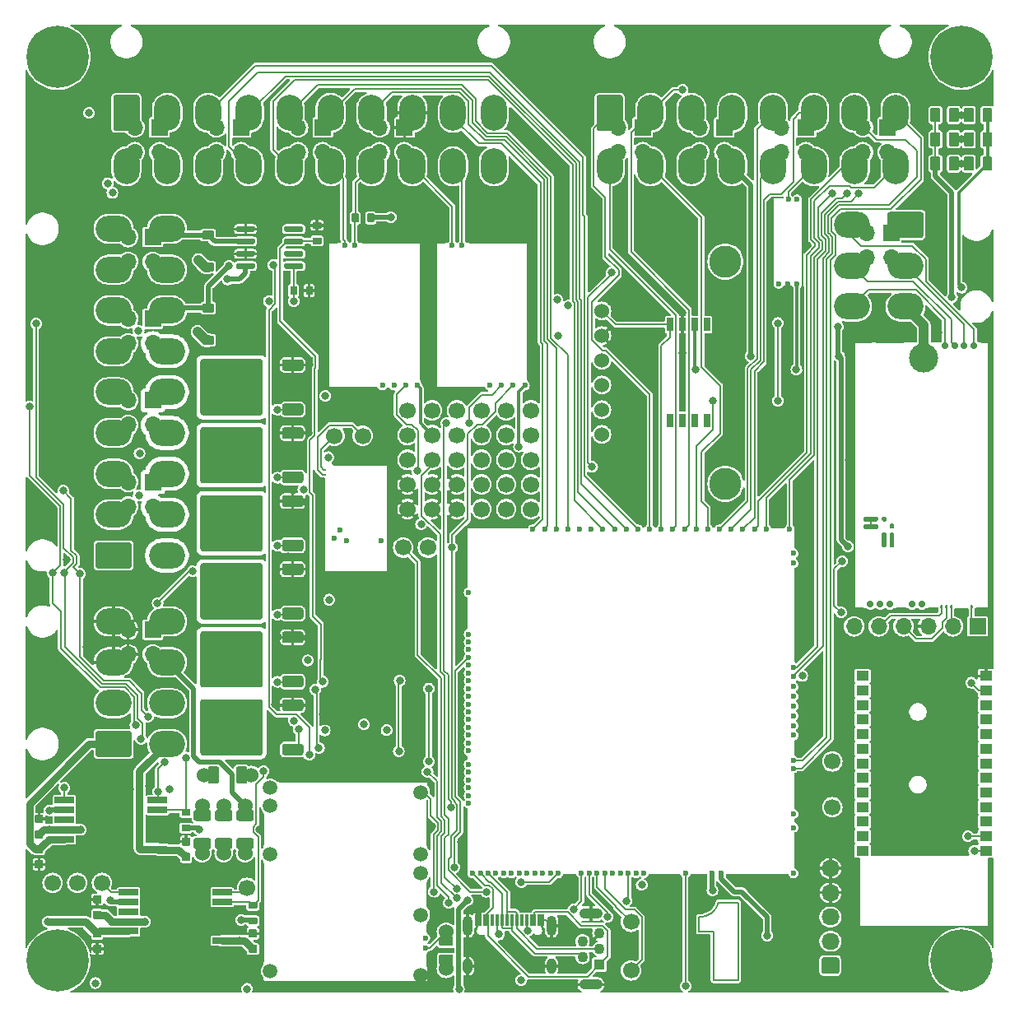
<source format=gtl>
G04 #@! TF.GenerationSoftware,KiCad,Pcbnew,8.0.7-8.0.7-0~ubuntu22.04.1*
G04 #@! TF.CreationDate,2025-01-08T12:51:56+00:00*
G04 #@! TF.ProjectId,MST-01A,4d53542d-3031-4412-9e6b-696361645f70,D*
G04 #@! TF.SameCoordinates,Original*
G04 #@! TF.FileFunction,Copper,L1,Top*
G04 #@! TF.FilePolarity,Positive*
%FSLAX46Y46*%
G04 Gerber Fmt 4.6, Leading zero omitted, Abs format (unit mm)*
G04 Created by KiCad (PCBNEW 8.0.7-8.0.7-0~ubuntu22.04.1) date 2025-01-08 12:51:56*
%MOMM*%
%LPD*%
G01*
G04 APERTURE LIST*
G04 #@! TA.AperFunction,EtchedComponent*
%ADD10C,0.200000*%
G04 #@! TD*
G04 #@! TA.AperFunction,ComponentPad*
%ADD11R,1.700000X1.700000*%
G04 #@! TD*
G04 #@! TA.AperFunction,ComponentPad*
%ADD12O,1.700000X1.700000*%
G04 #@! TD*
G04 #@! TA.AperFunction,ComponentPad*
%ADD13O,2.700000X3.700000*%
G04 #@! TD*
G04 #@! TA.AperFunction,ComponentPad*
%ADD14C,1.700000*%
G04 #@! TD*
G04 #@! TA.AperFunction,ComponentPad*
%ADD15C,0.700000*%
G04 #@! TD*
G04 #@! TA.AperFunction,SMDPad,CuDef*
%ADD16C,3.000000*%
G04 #@! TD*
G04 #@! TA.AperFunction,SMDPad,CuDef*
%ADD17R,3.000000X0.250000*%
G04 #@! TD*
G04 #@! TA.AperFunction,SMDPad,CuDef*
%ADD18R,1.100000X0.250000*%
G04 #@! TD*
G04 #@! TA.AperFunction,SMDPad,CuDef*
%ADD19R,0.980000X0.250000*%
G04 #@! TD*
G04 #@! TA.AperFunction,SMDPad,CuDef*
%ADD20R,1.450000X0.250000*%
G04 #@! TD*
G04 #@! TA.AperFunction,SMDPad,CuDef*
%ADD21R,0.250000X27.600000*%
G04 #@! TD*
G04 #@! TA.AperFunction,SMDPad,CuDef*
%ADD22R,1.950000X0.250000*%
G04 #@! TD*
G04 #@! TA.AperFunction,SMDPad,CuDef*
%ADD23R,0.950000X0.250000*%
G04 #@! TD*
G04 #@! TA.AperFunction,ComponentPad*
%ADD24C,0.800000*%
G04 #@! TD*
G04 #@! TA.AperFunction,ComponentPad*
%ADD25C,6.400000*%
G04 #@! TD*
G04 #@! TA.AperFunction,ComponentPad*
%ADD26C,1.524000*%
G04 #@! TD*
G04 #@! TA.AperFunction,ComponentPad*
%ADD27O,1.850000X1.700000*%
G04 #@! TD*
G04 #@! TA.AperFunction,ComponentPad*
%ADD28C,0.600000*%
G04 #@! TD*
G04 #@! TA.AperFunction,SMDPad,CuDef*
%ADD29R,6.185000X0.250000*%
G04 #@! TD*
G04 #@! TA.AperFunction,SMDPad,CuDef*
%ADD30R,1.115000X0.250000*%
G04 #@! TD*
G04 #@! TA.AperFunction,SMDPad,CuDef*
%ADD31R,0.250000X14.275000*%
G04 #@! TD*
G04 #@! TA.AperFunction,SMDPad,CuDef*
%ADD32R,0.250000X15.100000*%
G04 #@! TD*
G04 #@! TA.AperFunction,SMDPad,CuDef*
%ADD33R,5.175000X0.250000*%
G04 #@! TD*
G04 #@! TA.AperFunction,ComponentPad*
%ADD34R,1.100000X1.100000*%
G04 #@! TD*
G04 #@! TA.AperFunction,ComponentPad*
%ADD35C,1.100000*%
G04 #@! TD*
G04 #@! TA.AperFunction,ComponentPad*
%ADD36O,2.400000X1.100000*%
G04 #@! TD*
G04 #@! TA.AperFunction,SMDPad,CuDef*
%ADD37O,1.225000X0.200000*%
G04 #@! TD*
G04 #@! TA.AperFunction,SMDPad,CuDef*
%ADD38O,0.200000X9.300000*%
G04 #@! TD*
G04 #@! TA.AperFunction,ComponentPad*
%ADD39C,1.500000*%
G04 #@! TD*
G04 #@! TA.AperFunction,SMDPad,CuDef*
%ADD40O,0.200000X3.300000*%
G04 #@! TD*
G04 #@! TA.AperFunction,SMDPad,CuDef*
%ADD41O,0.200000X10.200000*%
G04 #@! TD*
G04 #@! TA.AperFunction,SMDPad,CuDef*
%ADD42O,0.200000X0.300000*%
G04 #@! TD*
G04 #@! TA.AperFunction,SMDPad,CuDef*
%ADD43O,17.000000X0.200000*%
G04 #@! TD*
G04 #@! TA.AperFunction,SMDPad,CuDef*
%ADD44O,15.400000X0.200000*%
G04 #@! TD*
G04 #@! TA.AperFunction,SMDPad,CuDef*
%ADD45O,0.200000X4.800000*%
G04 #@! TD*
G04 #@! TA.AperFunction,SMDPad,CuDef*
%ADD46O,0.200000X2.600000*%
G04 #@! TD*
G04 #@! TA.AperFunction,SMDPad,CuDef*
%ADD47O,0.200000X1.000000*%
G04 #@! TD*
G04 #@! TA.AperFunction,SMDPad,CuDef*
%ADD48O,0.200000X1.500000*%
G04 #@! TD*
G04 #@! TA.AperFunction,SMDPad,CuDef*
%ADD49O,5.669999X0.200000*%
G04 #@! TD*
G04 #@! TA.AperFunction,SMDPad,CuDef*
%ADD50O,0.200000X11.100001*%
G04 #@! TD*
G04 #@! TA.AperFunction,SMDPad,CuDef*
%ADD51O,0.399999X9.800001*%
G04 #@! TD*
G04 #@! TA.AperFunction,SMDPad,CuDef*
%ADD52O,0.250000X0.499999*%
G04 #@! TD*
G04 #@! TA.AperFunction,SMDPad,CuDef*
%ADD53O,6.799999X0.200000*%
G04 #@! TD*
G04 #@! TA.AperFunction,SMDPad,CuDef*
%ADD54O,0.499999X0.250000*%
G04 #@! TD*
G04 #@! TA.AperFunction,ComponentPad*
%ADD55C,0.599999*%
G04 #@! TD*
G04 #@! TA.AperFunction,ComponentPad*
%ADD56O,3.700000X2.700000*%
G04 #@! TD*
G04 #@! TA.AperFunction,SMDPad,CuDef*
%ADD57R,1.300000X1.000000*%
G04 #@! TD*
G04 #@! TA.AperFunction,SMDPad,CuDef*
%ADD58R,2.000000X0.650000*%
G04 #@! TD*
G04 #@! TA.AperFunction,SMDPad,CuDef*
%ADD59R,4.500000X8.100000*%
G04 #@! TD*
G04 #@! TA.AperFunction,SMDPad,CuDef*
%ADD60R,0.200000X3.700000*%
G04 #@! TD*
G04 #@! TA.AperFunction,SMDPad,CuDef*
%ADD61R,0.200000X0.400000*%
G04 #@! TD*
G04 #@! TA.AperFunction,SMDPad,CuDef*
%ADD62R,0.200000X1.600000*%
G04 #@! TD*
G04 #@! TA.AperFunction,SMDPad,CuDef*
%ADD63R,0.200000X9.700000*%
G04 #@! TD*
G04 #@! TA.AperFunction,SMDPad,CuDef*
%ADD64R,0.200000X2.300000*%
G04 #@! TD*
G04 #@! TA.AperFunction,SMDPad,CuDef*
%ADD65R,1.400000X0.200000*%
G04 #@! TD*
G04 #@! TA.AperFunction,SMDPad,CuDef*
%ADD66R,6.400000X0.200000*%
G04 #@! TD*
G04 #@! TA.AperFunction,SMDPad,CuDef*
%ADD67R,1.700000X0.200000*%
G04 #@! TD*
G04 #@! TA.AperFunction,SMDPad,CuDef*
%ADD68R,3.300000X0.200000*%
G04 #@! TD*
G04 #@! TA.AperFunction,SMDPad,CuDef*
%ADD69R,0.200000X7.000000*%
G04 #@! TD*
G04 #@! TA.AperFunction,SMDPad,CuDef*
%ADD70R,0.200000X3.300000*%
G04 #@! TD*
G04 #@! TA.AperFunction,SMDPad,CuDef*
%ADD71R,0.200000X6.300000*%
G04 #@! TD*
G04 #@! TA.AperFunction,SMDPad,CuDef*
%ADD72R,0.300000X1.150000*%
G04 #@! TD*
G04 #@! TA.AperFunction,ComponentPad*
%ADD73O,1.000000X2.100000*%
G04 #@! TD*
G04 #@! TA.AperFunction,ComponentPad*
%ADD74O,1.000000X1.600000*%
G04 #@! TD*
G04 #@! TA.AperFunction,ComponentPad*
%ADD75C,3.302000*%
G04 #@! TD*
G04 #@! TA.AperFunction,SMDPad,CuDef*
%ADD76R,0.690000X1.350000*%
G04 #@! TD*
G04 #@! TA.AperFunction,ViaPad*
%ADD77C,0.800000*%
G04 #@! TD*
G04 #@! TA.AperFunction,Conductor*
%ADD78C,0.200000*%
G04 #@! TD*
G04 #@! TA.AperFunction,Conductor*
%ADD79C,0.800000*%
G04 #@! TD*
G04 #@! TA.AperFunction,Conductor*
%ADD80C,0.300000*%
G04 #@! TD*
G04 #@! TA.AperFunction,Conductor*
%ADD81C,1.000000*%
G04 #@! TD*
G04 #@! TA.AperFunction,Conductor*
%ADD82C,0.500000*%
G04 #@! TD*
G04 #@! TA.AperFunction,Conductor*
%ADD83C,0.150000*%
G04 #@! TD*
G04 APERTURE END LIST*
D10*
G04 #@! TO.C,G2*
X69500000Y6500000D02*
X69500000Y8000000D01*
X69500000Y6500000D02*
X71000000Y6500000D01*
X71000000Y6500000D02*
X71000000Y1500000D01*
X71000000Y1500000D02*
X73500000Y1500000D01*
X73500000Y9500000D02*
X71500000Y9500000D01*
X73500000Y1500000D02*
X73500000Y9500000D01*
X71500000Y9500000D02*
G75*
G02*
X69500000Y8000000I-1921601J478801D01*
G01*
G04 #@! TD*
G04 #@! TO.P,R40,1*
G04 #@! TO.N,/IN_BUTTON3*
G04 #@! TA.AperFunction,SMDPad,CuDef*
G36*
G01*
X96749999Y84875000D02*
X96749999Y86125000D01*
G75*
G02*
X96849999Y86225000I100000J0D01*
G01*
X97649999Y86225000D01*
G75*
G02*
X97749999Y86125000I0J-100000D01*
G01*
X97749999Y84875000D01*
G75*
G02*
X97649999Y84775000I-100000J0D01*
G01*
X96849999Y84775000D01*
G75*
G02*
X96749999Y84875000I0J100000D01*
G01*
G37*
G04 #@! TD.AperFunction*
G04 #@! TO.P,R40,2*
G04 #@! TO.N,+5VA*
G04 #@! TA.AperFunction,SMDPad,CuDef*
G36*
G01*
X98650021Y84875000D02*
X98650021Y86125000D01*
G75*
G02*
X98750021Y86225000I100000J0D01*
G01*
X99550021Y86225000D01*
G75*
G02*
X99650021Y86125000I0J-100000D01*
G01*
X99650021Y84875000D01*
G75*
G02*
X99550021Y84775000I-100000J0D01*
G01*
X98750021Y84775000D01*
G75*
G02*
X98650021Y84875000I0J100000D01*
G01*
G37*
G04 #@! TD.AperFunction*
G04 #@! TD*
G04 #@! TO.P,U7,1,IN1*
G04 #@! TO.N,/LS1*
G04 #@! TA.AperFunction,SMDPad,CuDef*
G36*
G01*
X28775000Y75110000D02*
X28775000Y74810000D01*
G75*
G02*
X28625000Y74660000I-150000J0D01*
G01*
X26975000Y74660000D01*
G75*
G02*
X26825000Y74810000I0J150000D01*
G01*
X26825000Y75110000D01*
G75*
G02*
X26975000Y75260000I150000J0D01*
G01*
X28625000Y75260000D01*
G75*
G02*
X28775000Y75110000I0J-150000D01*
G01*
G37*
G04 #@! TD.AperFunction*
G04 #@! TO.P,U7,2,STATUS1*
G04 #@! TO.N,unconnected-(U7-STATUS1-Pad2)*
G04 #@! TA.AperFunction,SMDPad,CuDef*
G36*
G01*
X28775000Y76380000D02*
X28775000Y76080000D01*
G75*
G02*
X28625000Y75930000I-150000J0D01*
G01*
X26975000Y75930000D01*
G75*
G02*
X26825000Y76080000I0J150000D01*
G01*
X26825000Y76380000D01*
G75*
G02*
X26975000Y76530000I150000J0D01*
G01*
X28625000Y76530000D01*
G75*
G02*
X28775000Y76380000I0J-150000D01*
G01*
G37*
G04 #@! TD.AperFunction*
G04 #@! TO.P,U7,3,IN2*
G04 #@! TO.N,/LS2*
G04 #@! TA.AperFunction,SMDPad,CuDef*
G36*
G01*
X28775000Y77650000D02*
X28775000Y77350000D01*
G75*
G02*
X28625000Y77200000I-150000J0D01*
G01*
X26975000Y77200000D01*
G75*
G02*
X26825000Y77350000I0J150000D01*
G01*
X26825000Y77650000D01*
G75*
G02*
X26975000Y77800000I150000J0D01*
G01*
X28625000Y77800000D01*
G75*
G02*
X28775000Y77650000I0J-150000D01*
G01*
G37*
G04 #@! TD.AperFunction*
G04 #@! TO.P,U7,4,STATUS2*
G04 #@! TO.N,unconnected-(U7-STATUS2-Pad4)*
G04 #@! TA.AperFunction,SMDPad,CuDef*
G36*
G01*
X28775000Y78920000D02*
X28775000Y78620000D01*
G75*
G02*
X28625000Y78470000I-150000J0D01*
G01*
X26975000Y78470000D01*
G75*
G02*
X26825000Y78620000I0J150000D01*
G01*
X26825000Y78920000D01*
G75*
G02*
X26975000Y79070000I150000J0D01*
G01*
X28625000Y79070000D01*
G75*
G02*
X28775000Y78920000I0J-150000D01*
G01*
G37*
G04 #@! TD.AperFunction*
G04 #@! TO.P,U7,5,S2*
G04 #@! TO.N,GND*
G04 #@! TA.AperFunction,SMDPad,CuDef*
G36*
G01*
X23825000Y78920000D02*
X23825000Y78620000D01*
G75*
G02*
X23675000Y78470000I-150000J0D01*
G01*
X22025000Y78470000D01*
G75*
G02*
X21875000Y78620000I0J150000D01*
G01*
X21875000Y78920000D01*
G75*
G02*
X22025000Y79070000I150000J0D01*
G01*
X23675000Y79070000D01*
G75*
G02*
X23825000Y78920000I0J-150000D01*
G01*
G37*
G04 #@! TD.AperFunction*
G04 #@! TO.P,U7,6,D2*
G04 #@! TO.N,/OUT_LS2*
G04 #@! TA.AperFunction,SMDPad,CuDef*
G36*
G01*
X23825000Y77650000D02*
X23825000Y77350000D01*
G75*
G02*
X23675000Y77200000I-150000J0D01*
G01*
X22025000Y77200000D01*
G75*
G02*
X21875000Y77350000I0J150000D01*
G01*
X21875000Y77650000D01*
G75*
G02*
X22025000Y77800000I150000J0D01*
G01*
X23675000Y77800000D01*
G75*
G02*
X23825000Y77650000I0J-150000D01*
G01*
G37*
G04 #@! TD.AperFunction*
G04 #@! TO.P,U7,7,S1*
G04 #@! TO.N,GND*
G04 #@! TA.AperFunction,SMDPad,CuDef*
G36*
G01*
X23825000Y76380000D02*
X23825000Y76080000D01*
G75*
G02*
X23675000Y75930000I-150000J0D01*
G01*
X22025000Y75930000D01*
G75*
G02*
X21875000Y76080000I0J150000D01*
G01*
X21875000Y76380000D01*
G75*
G02*
X22025000Y76530000I150000J0D01*
G01*
X23675000Y76530000D01*
G75*
G02*
X23825000Y76380000I0J-150000D01*
G01*
G37*
G04 #@! TD.AperFunction*
G04 #@! TO.P,U7,8,D1*
G04 #@! TO.N,/OUT_LS1*
G04 #@! TA.AperFunction,SMDPad,CuDef*
G36*
G01*
X23825000Y75110000D02*
X23825000Y74810000D01*
G75*
G02*
X23675000Y74660000I-150000J0D01*
G01*
X22025000Y74660000D01*
G75*
G02*
X21875000Y74810000I0J150000D01*
G01*
X21875000Y75110000D01*
G75*
G02*
X22025000Y75260000I150000J0D01*
G01*
X23675000Y75260000D01*
G75*
G02*
X23825000Y75110000I0J-150000D01*
G01*
G37*
G04 #@! TD.AperFunction*
G04 #@! TD*
G04 #@! TO.P,C24,1*
G04 #@! TO.N,GND*
G04 #@! TA.AperFunction,SMDPad,CuDef*
G36*
G01*
X7260000Y10215001D02*
X7940000Y10215001D01*
G75*
G02*
X8025000Y10130001I0J-85000D01*
G01*
X8025000Y9450001D01*
G75*
G02*
X7940000Y9365001I-85000J0D01*
G01*
X7260000Y9365001D01*
G75*
G02*
X7175000Y9450001I0J85000D01*
G01*
X7175000Y10130001D01*
G75*
G02*
X7260000Y10215001I85000J0D01*
G01*
G37*
G04 #@! TD.AperFunction*
G04 #@! TO.P,C24,2*
G04 #@! TO.N,/DC Driver 2/PWR*
G04 #@! TA.AperFunction,SMDPad,CuDef*
G36*
G01*
X7260000Y8634999D02*
X7940000Y8634999D01*
G75*
G02*
X8025000Y8549999I0J-85000D01*
G01*
X8025000Y7869999D01*
G75*
G02*
X7940000Y7784999I-85000J0D01*
G01*
X7260000Y7784999D01*
G75*
G02*
X7175000Y7869999I0J85000D01*
G01*
X7175000Y8549999D01*
G75*
G02*
X7260000Y8634999I85000J0D01*
G01*
G37*
G04 #@! TD.AperFunction*
G04 #@! TD*
G04 #@! TO.P,R39,1*
G04 #@! TO.N,/IN_BUTTON2*
G04 #@! TA.AperFunction,SMDPad,CuDef*
G36*
G01*
X96749999Y87375000D02*
X96749999Y88625000D01*
G75*
G02*
X96849999Y88725000I100000J0D01*
G01*
X97649999Y88725000D01*
G75*
G02*
X97749999Y88625000I0J-100000D01*
G01*
X97749999Y87375000D01*
G75*
G02*
X97649999Y87275000I-100000J0D01*
G01*
X96849999Y87275000D01*
G75*
G02*
X96749999Y87375000I0J100000D01*
G01*
G37*
G04 #@! TD.AperFunction*
G04 #@! TO.P,R39,2*
G04 #@! TO.N,+5VA*
G04 #@! TA.AperFunction,SMDPad,CuDef*
G36*
G01*
X98650021Y87375000D02*
X98650021Y88625000D01*
G75*
G02*
X98750021Y88725000I100000J0D01*
G01*
X99550021Y88725000D01*
G75*
G02*
X99650021Y88625000I0J-100000D01*
G01*
X99650021Y87375000D01*
G75*
G02*
X99550021Y87275000I-100000J0D01*
G01*
X98750021Y87275000D01*
G75*
G02*
X98650021Y87375000I0J100000D01*
G01*
G37*
G04 #@! TD.AperFunction*
G04 #@! TD*
G04 #@! TO.P,Q10,1,G*
G04 #@! TO.N,Net-(Q10-G)*
G04 #@! TA.AperFunction,SMDPad,CuDef*
G36*
G01*
X28800000Y39570000D02*
X28800000Y38870000D01*
G75*
G02*
X28550000Y38620000I-250000J0D01*
G01*
X26850000Y38620000D01*
G75*
G02*
X26600000Y38870000I0J250000D01*
G01*
X26600000Y39570000D01*
G75*
G02*
X26850000Y39820000I250000J0D01*
G01*
X28550000Y39820000D01*
G75*
G02*
X28800000Y39570000I0J-250000D01*
G01*
G37*
G04 #@! TD.AperFunction*
G04 #@! TO.P,Q10,2,C*
G04 #@! TO.N,/OUT_IGN4*
G04 #@! TA.AperFunction,SMDPad,CuDef*
G36*
G01*
X24600000Y41100000D02*
X24600000Y38850000D01*
G75*
G02*
X24350000Y38600000I-250000J0D01*
G01*
X21800000Y38600000D01*
G75*
G02*
X21550000Y38850000I0J250000D01*
G01*
X21550000Y41100000D01*
G75*
G02*
X21800000Y41350000I250000J0D01*
G01*
X24350000Y41350000D01*
G75*
G02*
X24600000Y41100000I0J-250000D01*
G01*
G37*
G04 #@! TD.AperFunction*
G04 #@! TA.AperFunction,SMDPad,CuDef*
G36*
G01*
X24600000Y44150000D02*
X24600000Y41900000D01*
G75*
G02*
X24350000Y41650000I-250000J0D01*
G01*
X21800000Y41650000D01*
G75*
G02*
X21550000Y41900000I0J250000D01*
G01*
X21550000Y44150000D01*
G75*
G02*
X21800000Y44400000I250000J0D01*
G01*
X24350000Y44400000D01*
G75*
G02*
X24600000Y44150000I0J-250000D01*
G01*
G37*
G04 #@! TD.AperFunction*
G04 #@! TA.AperFunction,SMDPad,CuDef*
G36*
G01*
X24600000Y44150003D02*
X24600000Y38849997D01*
G75*
G02*
X24350003Y38600000I-249997J0D01*
G01*
X18449997Y38600000D01*
G75*
G02*
X18200000Y38849997I0J249997D01*
G01*
X18200000Y44150003D01*
G75*
G02*
X18449997Y44400000I249997J0D01*
G01*
X24350003Y44400000D01*
G75*
G02*
X24600000Y44150003I0J-249997D01*
G01*
G37*
G04 #@! TD.AperFunction*
G04 #@! TA.AperFunction,SMDPad,CuDef*
G36*
G01*
X21250000Y41100000D02*
X21250000Y38850000D01*
G75*
G02*
X21000000Y38600000I-250000J0D01*
G01*
X18450000Y38600000D01*
G75*
G02*
X18200000Y38850000I0J250000D01*
G01*
X18200000Y41100000D01*
G75*
G02*
X18450000Y41350000I250000J0D01*
G01*
X21000000Y41350000D01*
G75*
G02*
X21250000Y41100000I0J-250000D01*
G01*
G37*
G04 #@! TD.AperFunction*
G04 #@! TA.AperFunction,SMDPad,CuDef*
G36*
G01*
X21250000Y44150000D02*
X21250000Y41900000D01*
G75*
G02*
X21000000Y41650000I-250000J0D01*
G01*
X18450000Y41650000D01*
G75*
G02*
X18200000Y41900000I0J250000D01*
G01*
X18200000Y44150000D01*
G75*
G02*
X18450000Y44400000I250000J0D01*
G01*
X21000000Y44400000D01*
G75*
G02*
X21250000Y44150000I0J-250000D01*
G01*
G37*
G04 #@! TD.AperFunction*
G04 #@! TO.P,Q10,3,E*
G04 #@! TO.N,GND*
G04 #@! TA.AperFunction,SMDPad,CuDef*
G36*
G01*
X28800000Y44130000D02*
X28800000Y43430000D01*
G75*
G02*
X28550000Y43180000I-250000J0D01*
G01*
X26850000Y43180000D01*
G75*
G02*
X26600000Y43430000I0J250000D01*
G01*
X26600000Y44130000D01*
G75*
G02*
X26850000Y44380000I250000J0D01*
G01*
X28550000Y44380000D01*
G75*
G02*
X28800000Y44130000I0J-250000D01*
G01*
G37*
G04 #@! TD.AperFunction*
G04 #@! TD*
D11*
G04 #@! TO.P,J21,1,Pin_1*
G04 #@! TO.N,/OUT_IGN3*
X13315000Y52750000D03*
D12*
G04 #@! TO.P,J21,2,Pin_2*
G04 #@! TO.N,/OUT_INJ4*
X10775000Y52750000D03*
G04 #@! TO.P,J21,3,Pin_3*
G04 #@! TO.N,/OUT_IGN4*
X13315000Y50210000D03*
G04 #@! TO.P,J21,4,Pin_4*
G04 #@! TO.N,/OUT_INJ5*
X10775000Y50210000D03*
G04 #@! TD*
G04 #@! TO.P,J10,1,Pin_1*
G04 #@! TO.N,/IN_AUX1*
G04 #@! TA.AperFunction,ComponentPad*
G36*
G01*
X58950000Y89125001D02*
X58950000Y92324999D01*
G75*
G02*
X59200001Y92575000I250001J0D01*
G01*
X61399999Y92575000D01*
G75*
G02*
X61650000Y92324999I0J-250001D01*
G01*
X61650000Y89125001D01*
G75*
G02*
X61399999Y88875000I-250001J0D01*
G01*
X59200001Y88875000D01*
G75*
G02*
X58950000Y89125001I0J250001D01*
G01*
G37*
G04 #@! TD.AperFunction*
D13*
G04 #@! TO.P,J10,2,Pin_2*
G04 #@! TO.N,/IN_BUTTON1*
X64500000Y90725000D03*
G04 #@! TO.P,J10,3,Pin_3*
G04 #@! TO.N,+5VP*
X68700000Y90725000D03*
G04 #@! TO.P,J10,4,Pin_4*
X72900000Y90725000D03*
G04 #@! TO.P,J10,5,Pin_5*
G04 #@! TO.N,/IN_FLEX*
X77100000Y90725000D03*
G04 #@! TO.P,J10,6,Pin_6*
G04 #@! TO.N,/IN_PPS1*
X81300000Y90725000D03*
G04 #@! TO.P,J10,7,Pin_7*
G04 #@! TO.N,/CAN+*
X85500000Y90725000D03*
G04 #@! TO.P,J10,8,Pin_8*
G04 #@! TO.N,/CAN-*
X89700000Y90725000D03*
G04 #@! TO.P,J10,9,Pin_9*
G04 #@! TO.N,/IN_MAP*
X60300000Y85225000D03*
G04 #@! TO.P,J10,10,Pin_10*
G04 #@! TO.N,/IN_BUTTON2*
X64500000Y85225000D03*
G04 #@! TO.P,J10,11,Pin_11*
G04 #@! TO.N,GNDA*
X68700000Y85225000D03*
G04 #@! TO.P,J10,12,Pin_12*
X72900000Y85225000D03*
G04 #@! TO.P,J10,13,Pin_13*
G04 #@! TO.N,/IN_TPS1*
X77100000Y85225000D03*
G04 #@! TO.P,J10,14,Pin_14*
G04 #@! TO.N,/IN_KNOCK_RAW*
X81300000Y85225000D03*
G04 #@! TO.P,J10,15,Pin_15*
G04 #@! TO.N,/IN_IAT*
X85500000Y85225000D03*
G04 #@! TO.P,J10,16,Pin_16*
G04 #@! TO.N,/IN_CLT*
X89700000Y85225000D03*
G04 #@! TD*
D14*
G04 #@! TO.P,P8,1,Pin_1*
G04 #@! TO.N,Net-(M6-UART2_TX_(PD5))*
X83200000Y19300000D03*
G04 #@! TD*
D11*
G04 #@! TO.P,J20,1,Pin_1*
G04 #@! TO.N,/OUT_IGN2*
X13315000Y61150000D03*
D12*
G04 #@! TO.P,J20,2,Pin_2*
G04 #@! TO.N,/OUT_INJ2*
X10775000Y61150000D03*
G04 #@! TO.P,J20,3,Pin_3*
G04 #@! TO.N,/OUT_IGN5*
X13315000Y58610000D03*
G04 #@! TO.P,J20,4,Pin_4*
G04 #@! TO.N,/OUT_INJ3*
X10775000Y58610000D03*
G04 #@! TD*
D15*
G04 #@! TO.P,M5,E1,LSU_Un*
G04 #@! TO.N,/WBO_Un*
X97775000Y66750000D03*
G04 #@! TO.P,M5,E2,LSU_Vm*
G04 #@! TO.N,/WBO_Vm*
X94775000Y66750000D03*
G04 #@! TO.P,M5,E3,LSU_Ip*
G04 #@! TO.N,/WBO_Ip*
X95775000Y66750000D03*
G04 #@! TO.P,M5,E4,LSU_Rtrim*
G04 #@! TO.N,/WBO_Rtrim*
X96775000Y66750000D03*
D16*
G04 #@! TO.P,M5,E5,LSU_H+*
G04 #@! TO.N,/WBO_Heater*
X92625000Y65500000D03*
D17*
G04 #@! TO.P,M5,E6,LSU_H-*
G04 #@! TO.N,GND*
X89125000Y67125000D03*
D18*
G04 #@! TO.P,M5,G,GND*
X85925000Y39775000D03*
D19*
X90265000Y39775000D03*
X93565000Y39775000D03*
D20*
X98650000Y39775000D03*
D21*
X85500000Y53450000D03*
X99250000Y53450000D03*
D22*
X86350000Y67125000D03*
D23*
X98900000Y67125000D03*
G04 #@! TO.P,M5,J1,SEL1*
G04 #@! TO.N,Net-(M5-PULL_DOWN1)*
G04 #@! TA.AperFunction,SMDPad,CuDef*
G36*
G01*
X86525000Y49200000D02*
X87775000Y49200000D01*
G75*
G02*
X87900000Y49075000I0J-125000D01*
G01*
X87900000Y48825000D01*
G75*
G02*
X87775000Y48700000I-125000J0D01*
G01*
X86525000Y48700000D01*
G75*
G02*
X86400000Y48825000I0J125000D01*
G01*
X86400000Y49075000D01*
G75*
G02*
X86525000Y49200000I125000J0D01*
G01*
G37*
G04 #@! TD.AperFunction*
G04 #@! TO.P,M5,J2,SEL2*
G04 #@! TO.N,unconnected-(M5-SEL2-PadJ2)*
G04 #@! TA.AperFunction,SMDPad,CuDef*
G36*
G01*
X89200000Y47525000D02*
X89450000Y47525000D01*
G75*
G02*
X89575000Y47400000I0J-125000D01*
G01*
X89575000Y46150000D01*
G75*
G02*
X89450000Y46025000I-125000J0D01*
G01*
X89200000Y46025000D01*
G75*
G02*
X89075000Y46150000I0J125000D01*
G01*
X89075000Y47400000D01*
G75*
G02*
X89200000Y47525000I125000J0D01*
G01*
G37*
G04 #@! TD.AperFunction*
G04 #@! TO.P,M5,J_GND1,PULL_DOWN1*
G04 #@! TO.N,Net-(M5-PULL_DOWN1)*
G04 #@! TA.AperFunction,SMDPad,CuDef*
G36*
G01*
X86525000Y48400000D02*
X87775000Y48400000D01*
G75*
G02*
X87900000Y48275000I0J-125000D01*
G01*
X87900000Y48025000D01*
G75*
G02*
X87775000Y47900000I-125000J0D01*
G01*
X86525000Y47900000D01*
G75*
G02*
X86400000Y48025000I0J125000D01*
G01*
X86400000Y48275000D01*
G75*
G02*
X86525000Y48400000I125000J0D01*
G01*
G37*
G04 #@! TD.AperFunction*
G04 #@! TO.P,M5,J_GND2,PULL_DOWN2*
G04 #@! TO.N,unconnected-(M5-PULL_DOWN2-PadJ_GND2)*
G04 #@! TA.AperFunction,SMDPad,CuDef*
G36*
G01*
X89075000Y48075000D02*
X89075000Y48325000D01*
G75*
G02*
X89200000Y48450000I125000J0D01*
G01*
X89450000Y48450000D01*
G75*
G02*
X89575000Y48325000I0J-125000D01*
G01*
X89575000Y48075000D01*
G75*
G02*
X89450000Y47950000I-125000J0D01*
G01*
X89200000Y47950000D01*
G75*
G02*
X89075000Y48075000I0J125000D01*
G01*
G37*
G04 #@! TD.AperFunction*
G04 #@! TO.P,M5,J_VCC1,PULL_UP1*
G04 #@! TO.N,unconnected-(M5-PULL_UP1-PadJ_VCC1)*
G04 #@! TA.AperFunction,SMDPad,CuDef*
G36*
G01*
X88400000Y49200000D02*
X88650000Y49200000D01*
G75*
G02*
X88775000Y49075000I0J-125000D01*
G01*
X88775000Y48825000D01*
G75*
G02*
X88650000Y48700000I-125000J0D01*
G01*
X88400000Y48700000D01*
G75*
G02*
X88275000Y48825000I0J125000D01*
G01*
X88275000Y49075000D01*
G75*
G02*
X88400000Y49200000I125000J0D01*
G01*
G37*
G04 #@! TD.AperFunction*
G04 #@! TO.P,M5,J_VCC2,PULL_UP2*
G04 #@! TO.N,unconnected-(M5-PULL_UP2-PadJ_VCC2)*
G04 #@! TA.AperFunction,SMDPad,CuDef*
G36*
G01*
X88400000Y47525000D02*
X88650000Y47525000D01*
G75*
G02*
X88775000Y47400000I0J-125000D01*
G01*
X88775000Y46150000D01*
G75*
G02*
X88650000Y46025000I-125000J0D01*
G01*
X88400000Y46025000D01*
G75*
G02*
X88275000Y46150000I0J125000D01*
G01*
X88275000Y47400000D01*
G75*
G02*
X88400000Y47525000I125000J0D01*
G01*
G37*
G04 #@! TD.AperFunction*
D15*
G04 #@! TO.P,M5,W1,V5_IN*
G04 #@! TO.N,+5VA*
X88125000Y40158800D03*
G04 #@! TO.P,M5,W2,CAN_VIO*
G04 #@! TO.N,unconnected-(M5-CAN_VIO-PadW2)*
X89125000Y40158800D03*
G04 #@! TO.P,M5,W3,CANL*
G04 #@! TO.N,/CAN-*
X92421000Y40158800D03*
G04 #@! TO.P,M5,W4,CANH*
G04 #@! TO.N,/CAN+*
X91405000Y40158800D03*
G04 #@! TO.P,M5,W5,nReset*
G04 #@! TO.N,Net-(J6-Pin_5)*
G04 #@! TA.AperFunction,SMDPad,CuDef*
G36*
G01*
X94425000Y39650000D02*
X94425000Y39650000D01*
G75*
G02*
X94300000Y39775000I0J125000D01*
G01*
X94300000Y40025000D01*
G75*
G02*
X94425000Y40150000I125000J0D01*
G01*
X94425000Y40150000D01*
G75*
G02*
X94550000Y40025000I0J-125000D01*
G01*
X94550000Y39775000D01*
G75*
G02*
X94425000Y39650000I-125000J0D01*
G01*
G37*
G04 #@! TD.AperFunction*
G04 #@! TO.P,M5,W6,SWDIO*
G04 #@! TO.N,Net-(J6-Pin_4)*
G04 #@! TA.AperFunction,SMDPad,CuDef*
G36*
G01*
X94925000Y39650000D02*
X94925000Y39650000D01*
G75*
G02*
X94800000Y39775000I0J125000D01*
G01*
X94800000Y40025000D01*
G75*
G02*
X94925000Y40150000I125000J0D01*
G01*
X94925000Y40150000D01*
G75*
G02*
X95050000Y40025000I0J-125000D01*
G01*
X95050000Y39775000D01*
G75*
G02*
X94925000Y39650000I-125000J0D01*
G01*
G37*
G04 #@! TD.AperFunction*
G04 #@! TO.P,M5,W7,SWCLK*
G04 #@! TO.N,Net-(J6-Pin_2)*
G04 #@! TA.AperFunction,SMDPad,CuDef*
G36*
G01*
X95425000Y39650000D02*
X95425000Y39650000D01*
G75*
G02*
X95300000Y39775000I0J125000D01*
G01*
X95300000Y40025000D01*
G75*
G02*
X95425000Y40150000I125000J0D01*
G01*
X95425000Y40150000D01*
G75*
G02*
X95550000Y40025000I0J-125000D01*
G01*
X95550000Y39775000D01*
G75*
G02*
X95425000Y39650000I-125000J0D01*
G01*
G37*
G04 #@! TD.AperFunction*
G04 #@! TO.P,M5,W8,V33_OUT*
G04 #@! TO.N,Net-(J6-Pin_1)*
G04 #@! TA.AperFunction,SMDPad,CuDef*
G36*
G01*
X97525000Y39650000D02*
X97525000Y39650000D01*
G75*
G02*
X97400000Y39775000I0J125000D01*
G01*
X97400000Y40025000D01*
G75*
G02*
X97525000Y40150000I125000J0D01*
G01*
X97525000Y40150000D01*
G75*
G02*
X97650000Y40025000I0J-125000D01*
G01*
X97650000Y39775000D01*
G75*
G02*
X97525000Y39650000I-125000J0D01*
G01*
G37*
G04 #@! TD.AperFunction*
G04 #@! TO.P,M5,W9,VDDA*
G04 #@! TO.N,unconnected-(M5-VDDA-PadW9)*
X87125000Y40158800D03*
G04 #@! TD*
D14*
G04 #@! TO.P,P5,1,Pin_1*
G04 #@! TO.N,/VR_DISCRETE*
X41600000Y46000000D03*
G04 #@! TD*
G04 #@! TO.P,J2,1,Pin_1*
G04 #@! TO.N,+5VP*
G04 #@! TA.AperFunction,ComponentPad*
G36*
G01*
X9250000Y89125001D02*
X9250000Y92324999D01*
G75*
G02*
X9500001Y92575000I250001J0D01*
G01*
X11699999Y92575000D01*
G75*
G02*
X11950000Y92324999I0J-250001D01*
G01*
X11950000Y89125001D01*
G75*
G02*
X11699999Y88875000I-250001J0D01*
G01*
X9500001Y88875000D01*
G75*
G02*
X9250000Y89125001I0J250001D01*
G01*
G37*
G04 #@! TD.AperFunction*
D13*
G04 #@! TO.P,J2,2,Pin_2*
X14800000Y90725000D03*
G04 #@! TO.P,J2,3,Pin_3*
G04 #@! TO.N,/IN_AUX2*
X19000000Y90725000D03*
G04 #@! TO.P,J2,4,Pin_4*
G04 #@! TO.N,/IN_PPS2*
X23200000Y90725000D03*
G04 #@! TO.P,J2,5,Pin_5*
G04 #@! TO.N,/IN_HALL1*
X27400000Y90725000D03*
G04 #@! TO.P,J2,6,Pin_6*
G04 #@! TO.N,/IN_HALL2*
X31600000Y90725000D03*
G04 #@! TO.P,J2,7,Pin_7*
G04 #@! TO.N,/IN_HALL3*
X35800000Y90725000D03*
G04 #@! TO.P,J2,8,Pin_8*
G04 #@! TO.N,GND*
X40000000Y90725000D03*
G04 #@! TO.P,J2,9,Pin_9*
G04 #@! TO.N,/IN_BUTTON3*
X44200000Y90725000D03*
G04 #@! TO.P,J2,10,Pin_10*
G04 #@! TO.N,/EGT+*
X48400000Y90725000D03*
G04 #@! TO.P,J2,11,Pin_11*
G04 #@! TO.N,GNDA*
X10600000Y85225000D03*
G04 #@! TO.P,J2,12,Pin_12*
X14800000Y85225000D03*
G04 #@! TO.P,J2,13,Pin_13*
X19000000Y85225000D03*
G04 #@! TO.P,J2,14,Pin_14*
G04 #@! TO.N,/IN_TPS2*
X23200000Y85225000D03*
G04 #@! TO.P,J2,15,Pin_15*
G04 #@! TO.N,/IN_AUX3*
X27400000Y85225000D03*
G04 #@! TO.P,J2,16,Pin_16*
G04 #@! TO.N,/VR_MAX9924+*
X31600000Y85225000D03*
G04 #@! TO.P,J2,17,Pin_17*
G04 #@! TO.N,/VR_MAX9924-*
X35800000Y85225000D03*
G04 #@! TO.P,J2,18,Pin_18*
G04 #@! TO.N,/VR_DISCRETE+*
X40000000Y85225000D03*
G04 #@! TO.P,J2,19,Pin_19*
G04 #@! TO.N,/VR_DISCRETE-*
X44200000Y85225000D03*
G04 #@! TO.P,J2,20,Pin_20*
G04 #@! TO.N,/EGT-*
X48400000Y85225000D03*
G04 #@! TD*
G04 #@! TO.P,Q7,1,G*
G04 #@! TO.N,Net-(Q7-G)*
G04 #@! TA.AperFunction,SMDPad,CuDef*
G36*
G01*
X28800000Y60570000D02*
X28800000Y59870000D01*
G75*
G02*
X28550000Y59620000I-250000J0D01*
G01*
X26850000Y59620000D01*
G75*
G02*
X26600000Y59870000I0J250000D01*
G01*
X26600000Y60570000D01*
G75*
G02*
X26850000Y60820000I250000J0D01*
G01*
X28550000Y60820000D01*
G75*
G02*
X28800000Y60570000I0J-250000D01*
G01*
G37*
G04 #@! TD.AperFunction*
G04 #@! TO.P,Q7,2,C*
G04 #@! TO.N,/OUT_IGN1*
G04 #@! TA.AperFunction,SMDPad,CuDef*
G36*
G01*
X24600000Y62100000D02*
X24600000Y59850000D01*
G75*
G02*
X24350000Y59600000I-250000J0D01*
G01*
X21800000Y59600000D01*
G75*
G02*
X21550000Y59850000I0J250000D01*
G01*
X21550000Y62100000D01*
G75*
G02*
X21800000Y62350000I250000J0D01*
G01*
X24350000Y62350000D01*
G75*
G02*
X24600000Y62100000I0J-250000D01*
G01*
G37*
G04 #@! TD.AperFunction*
G04 #@! TA.AperFunction,SMDPad,CuDef*
G36*
G01*
X24600000Y65150000D02*
X24600000Y62900000D01*
G75*
G02*
X24350000Y62650000I-250000J0D01*
G01*
X21800000Y62650000D01*
G75*
G02*
X21550000Y62900000I0J250000D01*
G01*
X21550000Y65150000D01*
G75*
G02*
X21800000Y65400000I250000J0D01*
G01*
X24350000Y65400000D01*
G75*
G02*
X24600000Y65150000I0J-250000D01*
G01*
G37*
G04 #@! TD.AperFunction*
G04 #@! TA.AperFunction,SMDPad,CuDef*
G36*
G01*
X24600000Y65150003D02*
X24600000Y59849997D01*
G75*
G02*
X24350003Y59600000I-249997J0D01*
G01*
X18449997Y59600000D01*
G75*
G02*
X18200000Y59849997I0J249997D01*
G01*
X18200000Y65150003D01*
G75*
G02*
X18449997Y65400000I249997J0D01*
G01*
X24350003Y65400000D01*
G75*
G02*
X24600000Y65150003I0J-249997D01*
G01*
G37*
G04 #@! TD.AperFunction*
G04 #@! TA.AperFunction,SMDPad,CuDef*
G36*
G01*
X21250000Y62100000D02*
X21250000Y59850000D01*
G75*
G02*
X21000000Y59600000I-250000J0D01*
G01*
X18450000Y59600000D01*
G75*
G02*
X18200000Y59850000I0J250000D01*
G01*
X18200000Y62100000D01*
G75*
G02*
X18450000Y62350000I250000J0D01*
G01*
X21000000Y62350000D01*
G75*
G02*
X21250000Y62100000I0J-250000D01*
G01*
G37*
G04 #@! TD.AperFunction*
G04 #@! TA.AperFunction,SMDPad,CuDef*
G36*
G01*
X21250000Y65150000D02*
X21250000Y62900000D01*
G75*
G02*
X21000000Y62650000I-250000J0D01*
G01*
X18450000Y62650000D01*
G75*
G02*
X18200000Y62900000I0J250000D01*
G01*
X18200000Y65150000D01*
G75*
G02*
X18450000Y65400000I250000J0D01*
G01*
X21000000Y65400000D01*
G75*
G02*
X21250000Y65150000I0J-250000D01*
G01*
G37*
G04 #@! TD.AperFunction*
G04 #@! TO.P,Q7,3,E*
G04 #@! TO.N,GND*
G04 #@! TA.AperFunction,SMDPad,CuDef*
G36*
G01*
X28800000Y65130000D02*
X28800000Y64430000D01*
G75*
G02*
X28550000Y64180000I-250000J0D01*
G01*
X26850000Y64180000D01*
G75*
G02*
X26600000Y64430000I0J250000D01*
G01*
X26600000Y65130000D01*
G75*
G02*
X26850000Y65380000I250000J0D01*
G01*
X28550000Y65380000D01*
G75*
G02*
X28800000Y65130000I0J-250000D01*
G01*
G37*
G04 #@! TD.AperFunction*
G04 #@! TD*
G04 #@! TO.P,Q8,1,G*
G04 #@! TO.N,Net-(Q8-G)*
G04 #@! TA.AperFunction,SMDPad,CuDef*
G36*
G01*
X28800000Y53570000D02*
X28800000Y52870000D01*
G75*
G02*
X28550000Y52620000I-250000J0D01*
G01*
X26850000Y52620000D01*
G75*
G02*
X26600000Y52870000I0J250000D01*
G01*
X26600000Y53570000D01*
G75*
G02*
X26850000Y53820000I250000J0D01*
G01*
X28550000Y53820000D01*
G75*
G02*
X28800000Y53570000I0J-250000D01*
G01*
G37*
G04 #@! TD.AperFunction*
G04 #@! TO.P,Q8,2,C*
G04 #@! TO.N,/OUT_IGN2*
G04 #@! TA.AperFunction,SMDPad,CuDef*
G36*
G01*
X24600000Y55100000D02*
X24600000Y52850000D01*
G75*
G02*
X24350000Y52600000I-250000J0D01*
G01*
X21800000Y52600000D01*
G75*
G02*
X21550000Y52850000I0J250000D01*
G01*
X21550000Y55100000D01*
G75*
G02*
X21800000Y55350000I250000J0D01*
G01*
X24350000Y55350000D01*
G75*
G02*
X24600000Y55100000I0J-250000D01*
G01*
G37*
G04 #@! TD.AperFunction*
G04 #@! TA.AperFunction,SMDPad,CuDef*
G36*
G01*
X24600000Y58150000D02*
X24600000Y55900000D01*
G75*
G02*
X24350000Y55650000I-250000J0D01*
G01*
X21800000Y55650000D01*
G75*
G02*
X21550000Y55900000I0J250000D01*
G01*
X21550000Y58150000D01*
G75*
G02*
X21800000Y58400000I250000J0D01*
G01*
X24350000Y58400000D01*
G75*
G02*
X24600000Y58150000I0J-250000D01*
G01*
G37*
G04 #@! TD.AperFunction*
G04 #@! TA.AperFunction,SMDPad,CuDef*
G36*
G01*
X24600000Y58150003D02*
X24600000Y52849997D01*
G75*
G02*
X24350003Y52600000I-249997J0D01*
G01*
X18449997Y52600000D01*
G75*
G02*
X18200000Y52849997I0J249997D01*
G01*
X18200000Y58150003D01*
G75*
G02*
X18449997Y58400000I249997J0D01*
G01*
X24350003Y58400000D01*
G75*
G02*
X24600000Y58150003I0J-249997D01*
G01*
G37*
G04 #@! TD.AperFunction*
G04 #@! TA.AperFunction,SMDPad,CuDef*
G36*
G01*
X21250000Y55100000D02*
X21250000Y52850000D01*
G75*
G02*
X21000000Y52600000I-250000J0D01*
G01*
X18450000Y52600000D01*
G75*
G02*
X18200000Y52850000I0J250000D01*
G01*
X18200000Y55100000D01*
G75*
G02*
X18450000Y55350000I250000J0D01*
G01*
X21000000Y55350000D01*
G75*
G02*
X21250000Y55100000I0J-250000D01*
G01*
G37*
G04 #@! TD.AperFunction*
G04 #@! TA.AperFunction,SMDPad,CuDef*
G36*
G01*
X21250000Y58150000D02*
X21250000Y55900000D01*
G75*
G02*
X21000000Y55650000I-250000J0D01*
G01*
X18450000Y55650000D01*
G75*
G02*
X18200000Y55900000I0J250000D01*
G01*
X18200000Y58150000D01*
G75*
G02*
X18450000Y58400000I250000J0D01*
G01*
X21000000Y58400000D01*
G75*
G02*
X21250000Y58150000I0J-250000D01*
G01*
G37*
G04 #@! TD.AperFunction*
G04 #@! TO.P,Q8,3,E*
G04 #@! TO.N,GND*
G04 #@! TA.AperFunction,SMDPad,CuDef*
G36*
G01*
X28800000Y58130000D02*
X28800000Y57430000D01*
G75*
G02*
X28550000Y57180000I-250000J0D01*
G01*
X26850000Y57180000D01*
G75*
G02*
X26600000Y57430000I0J250000D01*
G01*
X26600000Y58130000D01*
G75*
G02*
X26850000Y58380000I250000J0D01*
G01*
X28550000Y58380000D01*
G75*
G02*
X28800000Y58130000I0J-250000D01*
G01*
G37*
G04 #@! TD.AperFunction*
G04 #@! TD*
D11*
G04 #@! TO.P,J17,1,Pin_1*
G04 #@! TO.N,GND*
X39190000Y89225000D03*
D12*
G04 #@! TO.P,J17,2,Pin_2*
G04 #@! TO.N,/IN_HALL3*
X36650000Y89225000D03*
G04 #@! TO.P,J17,3,Pin_3*
G04 #@! TO.N,/VR_DISCRETE+*
X39190000Y86685000D03*
G04 #@! TO.P,J17,4,Pin_4*
G04 #@! TO.N,/VR_MAX9924-*
X36650000Y86685000D03*
G04 #@! TD*
D14*
G04 #@! TO.P,P1,1,Pin_1*
G04 #@! TO.N,Net-(M7-CANL)*
X32000000Y57500000D03*
G04 #@! TD*
G04 #@! TO.P,C26,1*
G04 #@! TO.N,GND*
G04 #@! TA.AperFunction,SMDPad,CuDef*
G36*
G01*
X23260000Y6715001D02*
X23940000Y6715001D01*
G75*
G02*
X24025000Y6630001I0J-85000D01*
G01*
X24025000Y5950001D01*
G75*
G02*
X23940000Y5865001I-85000J0D01*
G01*
X23260000Y5865001D01*
G75*
G02*
X23175000Y5950001I0J85000D01*
G01*
X23175000Y6630001D01*
G75*
G02*
X23260000Y6715001I85000J0D01*
G01*
G37*
G04 #@! TD.AperFunction*
G04 #@! TO.P,C26,2*
G04 #@! TO.N,/OUT_DC2+*
G04 #@! TA.AperFunction,SMDPad,CuDef*
G36*
G01*
X23260000Y5134999D02*
X23940000Y5134999D01*
G75*
G02*
X24025000Y5049999I0J-85000D01*
G01*
X24025000Y4369999D01*
G75*
G02*
X23940000Y4284999I-85000J0D01*
G01*
X23260000Y4284999D01*
G75*
G02*
X23175000Y4369999I0J85000D01*
G01*
X23175000Y5049999D01*
G75*
G02*
X23260000Y5134999I85000J0D01*
G01*
G37*
G04 #@! TD.AperFunction*
G04 #@! TD*
G04 #@! TO.P,R1,1*
G04 #@! TO.N,+5VP*
G04 #@! TA.AperFunction,SMDPad,CuDef*
G36*
G01*
X36082497Y80315000D02*
X36082497Y79535000D01*
G75*
G02*
X36012497Y79465000I-70000J0D01*
G01*
X35452497Y79465000D01*
G75*
G02*
X35382497Y79535000I0J70000D01*
G01*
X35382497Y80315000D01*
G75*
G02*
X35452497Y80385000I70000J0D01*
G01*
X36012497Y80385000D01*
G75*
G02*
X36082497Y80315000I0J-70000D01*
G01*
G37*
G04 #@! TD.AperFunction*
G04 #@! TO.P,R1,2*
G04 #@! TO.N,/VR_MAX9924-*
G04 #@! TA.AperFunction,SMDPad,CuDef*
G36*
G01*
X34482497Y80315000D02*
X34482497Y79535000D01*
G75*
G02*
X34412497Y79465000I-70000J0D01*
G01*
X33852497Y79465000D01*
G75*
G02*
X33782497Y79535000I0J70000D01*
G01*
X33782497Y80315000D01*
G75*
G02*
X33852497Y80385000I70000J0D01*
G01*
X34412497Y80385000D01*
G75*
G02*
X34482497Y80315000I0J-70000D01*
G01*
G37*
G04 #@! TD.AperFunction*
G04 #@! TD*
G04 #@! TO.P,P2,1,Pin_1*
G04 #@! TO.N,Net-(M7-CANH)*
X34900000Y57500000D03*
G04 #@! TD*
G04 #@! TO.P,C13,1*
G04 #@! TO.N,GND*
G04 #@! TA.AperFunction,SMDPad,CuDef*
G36*
G01*
X16385000Y16175001D02*
X17065000Y16175001D01*
G75*
G02*
X17150000Y16090001I0J-85000D01*
G01*
X17150000Y15410001D01*
G75*
G02*
X17065000Y15325001I-85000J0D01*
G01*
X16385000Y15325001D01*
G75*
G02*
X16300000Y15410001I0J85000D01*
G01*
X16300000Y16090001D01*
G75*
G02*
X16385000Y16175001I85000J0D01*
G01*
G37*
G04 #@! TD.AperFunction*
G04 #@! TO.P,C13,2*
G04 #@! TO.N,/OUT_DC1+*
G04 #@! TA.AperFunction,SMDPad,CuDef*
G36*
G01*
X16385000Y14594999D02*
X17065000Y14594999D01*
G75*
G02*
X17150000Y14509999I0J-85000D01*
G01*
X17150000Y13829999D01*
G75*
G02*
X17065000Y13744999I-85000J0D01*
G01*
X16385000Y13744999D01*
G75*
G02*
X16300000Y13829999I0J85000D01*
G01*
X16300000Y14509999D01*
G75*
G02*
X16385000Y14594999I85000J0D01*
G01*
G37*
G04 #@! TD.AperFunction*
G04 #@! TD*
G04 #@! TO.P,P15,1,Pin_1*
G04 #@! TO.N,/DC1_DIR*
X5540000Y11500000D03*
G04 #@! TD*
D24*
G04 #@! TO.P,H1,1*
G04 #@! TO.N,N/C*
X1100000Y96500000D03*
X1802944Y98197056D03*
X1802944Y94802944D03*
X3500000Y98900000D03*
D25*
X3500000Y96500000D03*
D24*
X3500000Y94100000D03*
X5197056Y98197056D03*
X5197056Y94802944D03*
X5900000Y96500000D03*
G04 #@! TD*
G04 #@! TO.P,H4,1*
G04 #@! TO.N,N/C*
X94100000Y96500000D03*
X94802944Y98197056D03*
X94802944Y94802944D03*
X96500000Y98900000D03*
D25*
X96500000Y96500000D03*
D24*
X96500000Y94100000D03*
X98197056Y98197056D03*
X98197056Y94802944D03*
X98900000Y96500000D03*
G04 #@! TD*
D26*
G04 #@! TO.P,F4,1,1*
G04 #@! TO.N,+12V*
X18400000Y19450000D03*
G04 #@! TA.AperFunction,SMDPad,CuDef*
G36*
G01*
X17500000Y18105010D02*
X17500000Y18795010D01*
G75*
G02*
X17730000Y19025010I230000J0D01*
G01*
X19070000Y19025010D01*
G75*
G02*
X19300000Y18795010I0J-230000D01*
G01*
X19300000Y18105010D01*
G75*
G02*
X19070000Y17875010I-230000J0D01*
G01*
X17730000Y17875010D01*
G75*
G02*
X17500000Y18105010I0J230000D01*
G01*
G37*
G04 #@! TD.AperFunction*
G04 #@! TO.P,F4,2,2*
G04 #@! TO.N,/DC Driver 1/PWR*
G04 #@! TA.AperFunction,SMDPad,CuDef*
G36*
G01*
X17500000Y15204990D02*
X17500000Y15894990D01*
G75*
G02*
X17730000Y16124990I230000J0D01*
G01*
X19070000Y16124990D01*
G75*
G02*
X19300000Y15894990I0J-230000D01*
G01*
X19300000Y15204990D01*
G75*
G02*
X19070000Y14974990I-230000J0D01*
G01*
X17730000Y14974990D01*
G75*
G02*
X17500000Y15204990I0J230000D01*
G01*
G37*
G04 #@! TD.AperFunction*
X18400000Y14550000D03*
G04 #@! TD*
G04 #@! TO.P,R37,1*
G04 #@! TO.N,GNDA*
G04 #@! TA.AperFunction,SMDPad,CuDef*
G36*
G01*
X93299999Y84875000D02*
X93299999Y86125000D01*
G75*
G02*
X93399999Y86225000I100000J0D01*
G01*
X94199999Y86225000D01*
G75*
G02*
X94299999Y86125000I0J-100000D01*
G01*
X94299999Y84875000D01*
G75*
G02*
X94199999Y84775000I-100000J0D01*
G01*
X93399999Y84775000D01*
G75*
G02*
X93299999Y84875000I0J100000D01*
G01*
G37*
G04 #@! TD.AperFunction*
G04 #@! TO.P,R37,2*
G04 #@! TO.N,/IN_BUTTON3*
G04 #@! TA.AperFunction,SMDPad,CuDef*
G36*
G01*
X95200021Y84875000D02*
X95200021Y86125000D01*
G75*
G02*
X95300021Y86225000I100000J0D01*
G01*
X96100021Y86225000D01*
G75*
G02*
X96200021Y86125000I0J-100000D01*
G01*
X96200021Y84875000D01*
G75*
G02*
X96100021Y84775000I-100000J0D01*
G01*
X95300021Y84775000D01*
G75*
G02*
X95200021Y84875000I0J100000D01*
G01*
G37*
G04 #@! TD.AperFunction*
G04 #@! TD*
G04 #@! TO.P,C11,1*
G04 #@! TO.N,GND*
G04 #@! TA.AperFunction,SMDPad,CuDef*
G36*
G01*
X1260000Y18515001D02*
X1940000Y18515001D01*
G75*
G02*
X2025000Y18430001I0J-85000D01*
G01*
X2025000Y17750001D01*
G75*
G02*
X1940000Y17665001I-85000J0D01*
G01*
X1260000Y17665001D01*
G75*
G02*
X1175000Y17750001I0J85000D01*
G01*
X1175000Y18430001D01*
G75*
G02*
X1260000Y18515001I85000J0D01*
G01*
G37*
G04 #@! TD.AperFunction*
G04 #@! TO.P,C11,2*
G04 #@! TO.N,/DC Driver 1/PWR*
G04 #@! TA.AperFunction,SMDPad,CuDef*
G36*
G01*
X1260000Y16934999D02*
X1940000Y16934999D01*
G75*
G02*
X2025000Y16849999I0J-85000D01*
G01*
X2025000Y16169999D01*
G75*
G02*
X1940000Y16084999I-85000J0D01*
G01*
X1260000Y16084999D01*
G75*
G02*
X1175000Y16169999I0J85000D01*
G01*
X1175000Y16849999D01*
G75*
G02*
X1260000Y16934999I85000J0D01*
G01*
G37*
G04 #@! TD.AperFunction*
G04 #@! TD*
G04 #@! TO.P,J7,1,Pin_1*
G04 #@! TO.N,/VBUS*
G04 #@! TA.AperFunction,ComponentPad*
G36*
G01*
X83675000Y2150000D02*
X82325000Y2150000D01*
G75*
G02*
X82075000Y2400000I0J250000D01*
G01*
X82075000Y3600000D01*
G75*
G02*
X82325000Y3850000I250000J0D01*
G01*
X83675000Y3850000D01*
G75*
G02*
X83925000Y3600000I0J-250000D01*
G01*
X83925000Y2400000D01*
G75*
G02*
X83675000Y2150000I-250000J0D01*
G01*
G37*
G04 #@! TD.AperFunction*
D27*
G04 #@! TO.P,J7,2,Pin_2*
G04 #@! TO.N,/USB-*
X83000000Y5500000D03*
G04 #@! TO.P,J7,3,Pin_3*
G04 #@! TO.N,/USB+*
X83000000Y8000000D03*
G04 #@! TO.P,J7,4,Pin_4*
G04 #@! TO.N,GND*
X83000000Y10500000D03*
G04 #@! TO.P,J7,5,Pin_5*
X83000000Y13000000D03*
G04 #@! TD*
D14*
G04 #@! TO.P,P4,1,Pin_1*
G04 #@! TO.N,Net-(M6-LED_GREEN)*
X62500000Y7500000D03*
G04 #@! TD*
D24*
G04 #@! TO.P,H2,1*
G04 #@! TO.N,N/C*
X1100000Y3500000D03*
X1802944Y5197056D03*
X1802944Y1802944D03*
X3500000Y5900000D03*
D25*
X3500000Y3500000D03*
D24*
X3500000Y1100000D03*
X5197056Y5197056D03*
X5197056Y1802944D03*
X5900000Y3500000D03*
G04 #@! TD*
D28*
G04 #@! TO.P,M3,E1,Thresh_IN*
G04 #@! TO.N,/VR_DISCRETE_THR*
X49175000Y62675000D03*
G04 #@! TO.P,M3,E2,OUT_A*
G04 #@! TO.N,/VR_DISCRETE_A*
X47975000Y62675000D03*
G04 #@! TO.P,M3,E3,OUT*
G04 #@! TO.N,/VR_DISCRETE*
X50375000Y62675000D03*
G04 #@! TO.P,M3,E4,V5_IN*
G04 #@! TO.N,+5VA*
X51575000Y62675000D03*
D29*
G04 #@! TO.P,M3,G,GND*
G04 #@! TO.N,GND*
X48907500Y77325000D03*
D30*
X42857500Y77325000D03*
D31*
X51875000Y70312500D03*
D32*
X42425000Y69900000D03*
D33*
X44887500Y62475000D03*
D28*
G04 #@! TO.P,M3,W1,VR-*
G04 #@! TO.N,/VR_DISCRETE-*
X45115000Y77100000D03*
G04 #@! TO.P,M3,W2,VR+*
G04 #@! TO.N,/VR_DISCRETE+*
X44115000Y77100000D03*
G04 #@! TD*
G04 #@! TO.P,R10,1*
G04 #@! TO.N,GND*
G04 #@! TA.AperFunction,SMDPad,CuDef*
G36*
G01*
X29750000Y72840000D02*
X29750000Y72060000D01*
G75*
G02*
X29680000Y71990000I-70000J0D01*
G01*
X29120000Y71990000D01*
G75*
G02*
X29050000Y72060000I0J70000D01*
G01*
X29050000Y72840000D01*
G75*
G02*
X29120000Y72910000I70000J0D01*
G01*
X29680000Y72910000D01*
G75*
G02*
X29750000Y72840000I0J-70000D01*
G01*
G37*
G04 #@! TD.AperFunction*
G04 #@! TO.P,R10,2*
G04 #@! TO.N,/LS1*
G04 #@! TA.AperFunction,SMDPad,CuDef*
G36*
G01*
X28150000Y72840000D02*
X28150000Y72060000D01*
G75*
G02*
X28080000Y71990000I-70000J0D01*
G01*
X27520000Y71990000D01*
G75*
G02*
X27450000Y72060000I0J70000D01*
G01*
X27450000Y72840000D01*
G75*
G02*
X27520000Y72910000I70000J0D01*
G01*
X28080000Y72910000D01*
G75*
G02*
X28150000Y72840000I0J-70000D01*
G01*
G37*
G04 #@! TD.AperFunction*
G04 #@! TD*
D14*
G04 #@! TO.P,P17,1,Pin_1*
G04 #@! TO.N,/DC1_PWM*
X3000000Y11500000D03*
G04 #@! TD*
D34*
G04 #@! TO.P,J8,1,VBUS*
G04 #@! TO.N,/VBUS*
X59250000Y3100000D03*
D35*
G04 #@! TO.P,J8,2,D-*
G04 #@! TO.N,/USB-*
X57500000Y3900000D03*
G04 #@! TO.P,J8,3,D+*
G04 #@! TO.N,/USB+*
X59250000Y4700000D03*
G04 #@! TO.P,J8,4,ID*
G04 #@! TO.N,unconnected-(J8-ID-Pad4)*
X57500000Y5500000D03*
G04 #@! TO.P,J8,5,GND*
G04 #@! TO.N,GND*
X59250000Y6300000D03*
D36*
G04 #@! TO.P,J8,6,Shield*
X58375000Y1050000D03*
X58375000Y8350000D03*
G04 #@! TD*
D26*
G04 #@! TO.P,F3,1,1*
G04 #@! TO.N,+12V*
X20600000Y19450000D03*
G04 #@! TA.AperFunction,SMDPad,CuDef*
G36*
G01*
X19700000Y18105010D02*
X19700000Y18795010D01*
G75*
G02*
X19930000Y19025010I230000J0D01*
G01*
X21270000Y19025010D01*
G75*
G02*
X21500000Y18795010I0J-230000D01*
G01*
X21500000Y18105010D01*
G75*
G02*
X21270000Y17875010I-230000J0D01*
G01*
X19930000Y17875010D01*
G75*
G02*
X19700000Y18105010I0J230000D01*
G01*
G37*
G04 #@! TD.AperFunction*
G04 #@! TO.P,F3,2,2*
G04 #@! TO.N,/DC Driver 2/PWR*
G04 #@! TA.AperFunction,SMDPad,CuDef*
G36*
G01*
X19700000Y15204990D02*
X19700000Y15894990D01*
G75*
G02*
X19930000Y16124990I230000J0D01*
G01*
X21270000Y16124990D01*
G75*
G02*
X21500000Y15894990I0J-230000D01*
G01*
X21500000Y15204990D01*
G75*
G02*
X21270000Y14974990I-230000J0D01*
G01*
X19930000Y14974990D01*
G75*
G02*
X19700000Y15204990I0J230000D01*
G01*
G37*
G04 #@! TD.AperFunction*
X20600000Y14550000D03*
G04 #@! TD*
D28*
G04 #@! TO.P,M2,E1,V5A*
G04 #@! TO.N,+5VA*
X79574999Y73125000D03*
D37*
G04 #@! TO.P,M2,E2,GND*
G04 #@! TO.N,GND*
X77599999Y82025000D03*
D38*
X80174999Y77475000D03*
X77074999Y77475000D03*
D28*
X78624999Y73125000D03*
G04 #@! TO.P,M2,E3,OUT_KNOCK*
G04 #@! TO.N,/IN_KNOCK*
X77675001Y73125000D03*
G04 #@! TO.P,M2,W1,IN_KNOCK*
G04 #@! TO.N,/IN_KNOCK_RAW*
X78674999Y81825000D03*
G04 #@! TO.P,M2,W2,VREF*
G04 #@! TO.N,/VREF1*
X79574999Y81825000D03*
G04 #@! TD*
G04 #@! TO.P,C25,1*
G04 #@! TO.N,GND*
G04 #@! TA.AperFunction,SMDPad,CuDef*
G36*
G01*
X7940000Y4284999D02*
X7260000Y4284999D01*
G75*
G02*
X7175000Y4369999I0J85000D01*
G01*
X7175000Y5049999D01*
G75*
G02*
X7260000Y5134999I85000J0D01*
G01*
X7940000Y5134999D01*
G75*
G02*
X8025000Y5049999I0J-85000D01*
G01*
X8025000Y4369999D01*
G75*
G02*
X7940000Y4284999I-85000J0D01*
G01*
G37*
G04 #@! TD.AperFunction*
G04 #@! TO.P,C25,2*
G04 #@! TO.N,/OUT_DC2-*
G04 #@! TA.AperFunction,SMDPad,CuDef*
G36*
G01*
X7940000Y5865001D02*
X7260000Y5865001D01*
G75*
G02*
X7175000Y5950001I0J85000D01*
G01*
X7175000Y6630001D01*
G75*
G02*
X7260000Y6715001I85000J0D01*
G01*
X7940000Y6715001D01*
G75*
G02*
X8025000Y6630001I0J-85000D01*
G01*
X8025000Y5950001D01*
G75*
G02*
X7940000Y5865001I-85000J0D01*
G01*
G37*
G04 #@! TD.AperFunction*
G04 #@! TD*
D14*
G04 #@! TO.P,P18,1,Pin_1*
G04 #@! TO.N,/DC2_PWM*
X23000000Y11000000D03*
G04 #@! TD*
D39*
G04 #@! TO.P,M1,E1,VBAT*
G04 #@! TO.N,/VBAT*
X40874995Y20824999D03*
G04 #@! TO.P,M1,E2,V12*
G04 #@! TO.N,unconnected-(M1-V12-PadE2)*
X40874995Y14425002D03*
G04 #@! TO.P,M1,E3,VIGN*
G04 #@! TO.N,/VIGN*
X40874995Y12524999D03*
G04 #@! TO.P,M1,E4,V5*
G04 #@! TO.N,+5V*
X40874995Y8224999D03*
D28*
G04 #@! TO.P,M1,E5,EN_5VP*
G04 #@! TO.N,/PWR_EN*
X41324994Y5825002D03*
G04 #@! TO.P,M1,E6,PG_5VP*
G04 #@! TO.N,Net-(M1-PG_5VP)*
X41324994Y4825001D03*
D40*
G04 #@! TO.P,M1,S1,GND*
G04 #@! TO.N,GND*
X24724999Y16974999D03*
D41*
X24724999Y8475001D03*
D42*
X24724999Y1374999D03*
D43*
X33124997Y1324999D03*
D44*
X33924998Y21924999D03*
D39*
X40874995Y1974999D03*
D42*
X41524996Y21874999D03*
D45*
X41524996Y17675001D03*
D46*
X41524996Y10324999D03*
D47*
X41524996Y6825002D03*
D48*
X41524996Y3525001D03*
D39*
G04 #@! TO.P,M1,V1,V12_PERM*
G04 #@! TO.N,+12V_RAW*
X25374998Y21275001D03*
G04 #@! TO.P,M1,V2,IN_VIGN*
G04 #@! TO.N,/IN_VIGN*
X25374998Y19425002D03*
G04 #@! TO.P,M1,V3,V12_RAW*
G04 #@! TO.N,+12V_RAW*
X25374998Y14474999D03*
G04 #@! TO.P,M1,V4,5VP*
G04 #@! TO.N,+5VP*
X25374998Y2425001D03*
G04 #@! TD*
G04 #@! TO.P,Q12,1,G*
G04 #@! TO.N,Net-(Q12-G)*
G04 #@! TA.AperFunction,SMDPad,CuDef*
G36*
G01*
X28800000Y25570000D02*
X28800000Y24870000D01*
G75*
G02*
X28550000Y24620000I-250000J0D01*
G01*
X26850000Y24620000D01*
G75*
G02*
X26600000Y24870000I0J250000D01*
G01*
X26600000Y25570000D01*
G75*
G02*
X26850000Y25820000I250000J0D01*
G01*
X28550000Y25820000D01*
G75*
G02*
X28800000Y25570000I0J-250000D01*
G01*
G37*
G04 #@! TD.AperFunction*
G04 #@! TO.P,Q12,2,C*
G04 #@! TO.N,/OUT_IGN6*
G04 #@! TA.AperFunction,SMDPad,CuDef*
G36*
G01*
X24600000Y27100000D02*
X24600000Y24850000D01*
G75*
G02*
X24350000Y24600000I-250000J0D01*
G01*
X21800000Y24600000D01*
G75*
G02*
X21550000Y24850000I0J250000D01*
G01*
X21550000Y27100000D01*
G75*
G02*
X21800000Y27350000I250000J0D01*
G01*
X24350000Y27350000D01*
G75*
G02*
X24600000Y27100000I0J-250000D01*
G01*
G37*
G04 #@! TD.AperFunction*
G04 #@! TA.AperFunction,SMDPad,CuDef*
G36*
G01*
X24600000Y30150000D02*
X24600000Y27900000D01*
G75*
G02*
X24350000Y27650000I-250000J0D01*
G01*
X21800000Y27650000D01*
G75*
G02*
X21550000Y27900000I0J250000D01*
G01*
X21550000Y30150000D01*
G75*
G02*
X21800000Y30400000I250000J0D01*
G01*
X24350000Y30400000D01*
G75*
G02*
X24600000Y30150000I0J-250000D01*
G01*
G37*
G04 #@! TD.AperFunction*
G04 #@! TA.AperFunction,SMDPad,CuDef*
G36*
G01*
X24600000Y30150003D02*
X24600000Y24849997D01*
G75*
G02*
X24350003Y24600000I-249997J0D01*
G01*
X18449997Y24600000D01*
G75*
G02*
X18200000Y24849997I0J249997D01*
G01*
X18200000Y30150003D01*
G75*
G02*
X18449997Y30400000I249997J0D01*
G01*
X24350003Y30400000D01*
G75*
G02*
X24600000Y30150003I0J-249997D01*
G01*
G37*
G04 #@! TD.AperFunction*
G04 #@! TA.AperFunction,SMDPad,CuDef*
G36*
G01*
X21250000Y27100000D02*
X21250000Y24850000D01*
G75*
G02*
X21000000Y24600000I-250000J0D01*
G01*
X18450000Y24600000D01*
G75*
G02*
X18200000Y24850000I0J250000D01*
G01*
X18200000Y27100000D01*
G75*
G02*
X18450000Y27350000I250000J0D01*
G01*
X21000000Y27350000D01*
G75*
G02*
X21250000Y27100000I0J-250000D01*
G01*
G37*
G04 #@! TD.AperFunction*
G04 #@! TA.AperFunction,SMDPad,CuDef*
G36*
G01*
X21250000Y30150000D02*
X21250000Y27900000D01*
G75*
G02*
X21000000Y27650000I-250000J0D01*
G01*
X18450000Y27650000D01*
G75*
G02*
X18200000Y27900000I0J250000D01*
G01*
X18200000Y30150000D01*
G75*
G02*
X18450000Y30400000I250000J0D01*
G01*
X21000000Y30400000D01*
G75*
G02*
X21250000Y30150000I0J-250000D01*
G01*
G37*
G04 #@! TD.AperFunction*
G04 #@! TO.P,Q12,3,E*
G04 #@! TO.N,GND*
G04 #@! TA.AperFunction,SMDPad,CuDef*
G36*
G01*
X28800000Y30130000D02*
X28800000Y29430000D01*
G75*
G02*
X28550000Y29180000I-250000J0D01*
G01*
X26850000Y29180000D01*
G75*
G02*
X26600000Y29430000I0J250000D01*
G01*
X26600000Y30130000D01*
G75*
G02*
X26850000Y30380000I250000J0D01*
G01*
X28550000Y30380000D01*
G75*
G02*
X28800000Y30130000I0J-250000D01*
G01*
G37*
G04 #@! TD.AperFunction*
G04 #@! TD*
D14*
G04 #@! TO.P,P6,1,Pin_1*
G04 #@! TO.N,/VR_MAX9924*
X39060000Y46000000D03*
G04 #@! TD*
D49*
G04 #@! TO.P,M7,E1,GND*
G04 #@! TO.N,GND*
X34762500Y54475001D03*
D50*
X37500000Y49000000D03*
D51*
X30900003Y48299999D03*
D52*
X30900003Y43675005D03*
D53*
X34162501Y43500001D03*
D54*
G04 #@! TO.P,M7,S1,CANL*
G04 #@! TO.N,Net-(M7-CANL)*
X30950001Y54024999D03*
G04 #@! TO.P,M7,S2,CANH*
G04 #@! TO.N,Net-(M7-CANH)*
X30950001Y53524998D03*
D55*
G04 #@! TO.P,M7,V1,V5*
G04 #@! TO.N,+5VA*
X31999999Y46975001D03*
G04 #@! TO.P,M7,V2,CAN_VIO*
G04 #@! TO.N,+3.3VA*
X32524999Y47850003D03*
G04 #@! TO.P,M7,V5,CAN_TX*
G04 #@! TO.N,Net-(M6-SPI2_SCK_{slash}_CAN2_TX_(PB13))*
X33274997Y46674999D03*
G04 #@! TO.P,M7,V6,CAN_RX*
G04 #@! TO.N,Net-(M6-SPI2_CS_{slash}_CAN2_RX_(PB12))*
X36824998Y46750002D03*
G04 #@! TD*
G04 #@! TO.P,R9,1*
G04 #@! TO.N,/DC1_DIS*
G04 #@! TA.AperFunction,SMDPad,CuDef*
G36*
G01*
X16335000Y19110000D02*
X17115000Y19110000D01*
G75*
G02*
X17185000Y19040000I0J-70000D01*
G01*
X17185000Y18480000D01*
G75*
G02*
X17115000Y18410000I-70000J0D01*
G01*
X16335000Y18410000D01*
G75*
G02*
X16265000Y18480000I0J70000D01*
G01*
X16265000Y19040000D01*
G75*
G02*
X16335000Y19110000I70000J0D01*
G01*
G37*
G04 #@! TD.AperFunction*
G04 #@! TO.P,R9,2*
G04 #@! TO.N,+3.3V*
G04 #@! TA.AperFunction,SMDPad,CuDef*
G36*
G01*
X16335000Y17510000D02*
X17115000Y17510000D01*
G75*
G02*
X17185000Y17440000I0J-70000D01*
G01*
X17185000Y16880000D01*
G75*
G02*
X17115000Y16810000I-70000J0D01*
G01*
X16335000Y16810000D01*
G75*
G02*
X16265000Y16880000I0J70000D01*
G01*
X16265000Y17440000D01*
G75*
G02*
X16335000Y17510000I70000J0D01*
G01*
G37*
G04 #@! TD.AperFunction*
G04 #@! TD*
D11*
G04 #@! TO.P,J11,1,Pin_1*
G04 #@! TO.N,/IN_PPS1*
X80490000Y89225000D03*
D12*
G04 #@! TO.P,J11,2,Pin_2*
G04 #@! TO.N,/IN_FLEX*
X77950000Y89225000D03*
G04 #@! TO.P,J11,3,Pin_3*
G04 #@! TO.N,/IN_KNOCK_RAW*
X80490000Y86685000D03*
G04 #@! TO.P,J11,4,Pin_4*
G04 #@! TO.N,/IN_TPS1*
X77950000Y86685000D03*
G04 #@! TD*
G04 #@! TO.P,J5,1,Pin_1*
G04 #@! TO.N,/OUT_INJ6*
G04 #@! TA.AperFunction,ComponentPad*
G36*
G01*
X10874999Y43850000D02*
X7675001Y43850000D01*
G75*
G02*
X7425000Y44100001I0J250001D01*
G01*
X7425000Y46299999D01*
G75*
G02*
X7675001Y46550000I250001J0D01*
G01*
X10874999Y46550000D01*
G75*
G02*
X11125000Y46299999I0J-250001D01*
G01*
X11125000Y44100001D01*
G75*
G02*
X10874999Y43850000I-250001J0D01*
G01*
G37*
G04 #@! TD.AperFunction*
D56*
G04 #@! TO.P,J5,2,Pin_2*
G04 #@! TO.N,/OUT_INJ5*
X9275000Y49400000D03*
G04 #@! TO.P,J5,3,Pin_3*
G04 #@! TO.N,/OUT_INJ4*
X9275000Y53600000D03*
G04 #@! TO.P,J5,4,Pin_4*
G04 #@! TO.N,/OUT_INJ3*
X9275000Y57800000D03*
G04 #@! TO.P,J5,5,Pin_5*
G04 #@! TO.N,/OUT_INJ2*
X9275000Y62000000D03*
G04 #@! TO.P,J5,6,Pin_6*
G04 #@! TO.N,/OUT_INJ1*
X9275000Y66200000D03*
G04 #@! TO.P,J5,7,Pin_7*
G04 #@! TO.N,/OUT_LS1*
X9275000Y70400000D03*
G04 #@! TO.P,J5,8,Pin_8*
G04 #@! TO.N,/OUT_LS_HOT2*
X9275000Y74600000D03*
G04 #@! TO.P,J5,9,Pin_9*
G04 #@! TO.N,/OUT_LS_HOT1*
X9275000Y78800000D03*
G04 #@! TO.P,J5,10,Pin_10*
G04 #@! TO.N,/OUT_IGN6*
X14775000Y45200000D03*
G04 #@! TO.P,J5,11,Pin_11*
G04 #@! TO.N,/OUT_IGN4*
X14775000Y49400000D03*
G04 #@! TO.P,J5,12,Pin_12*
G04 #@! TO.N,/OUT_IGN3*
X14775000Y53600000D03*
G04 #@! TO.P,J5,13,Pin_13*
G04 #@! TO.N,/OUT_IGN5*
X14775000Y57800000D03*
G04 #@! TO.P,J5,14,Pin_14*
G04 #@! TO.N,/OUT_IGN2*
X14775000Y62000000D03*
G04 #@! TO.P,J5,15,Pin_15*
G04 #@! TO.N,/OUT_IGN1*
X14775000Y66200000D03*
G04 #@! TO.P,J5,16,Pin_16*
G04 #@! TO.N,/OUT_LS4*
X14775000Y70400000D03*
G04 #@! TO.P,J5,17,Pin_17*
G04 #@! TO.N,/OUT_LS3*
X14775000Y74600000D03*
G04 #@! TO.P,J5,18,Pin_18*
G04 #@! TO.N,/OUT_LS2*
X14775000Y78800000D03*
G04 #@! TD*
G04 #@! TO.P,Q9,1,G*
G04 #@! TO.N,Net-(Q9-G)*
G04 #@! TA.AperFunction,SMDPad,CuDef*
G36*
G01*
X28800000Y46570000D02*
X28800000Y45870000D01*
G75*
G02*
X28550000Y45620000I-250000J0D01*
G01*
X26850000Y45620000D01*
G75*
G02*
X26600000Y45870000I0J250000D01*
G01*
X26600000Y46570000D01*
G75*
G02*
X26850000Y46820000I250000J0D01*
G01*
X28550000Y46820000D01*
G75*
G02*
X28800000Y46570000I0J-250000D01*
G01*
G37*
G04 #@! TD.AperFunction*
G04 #@! TO.P,Q9,2,C*
G04 #@! TO.N,/OUT_IGN3*
G04 #@! TA.AperFunction,SMDPad,CuDef*
G36*
G01*
X24600000Y48100000D02*
X24600000Y45850000D01*
G75*
G02*
X24350000Y45600000I-250000J0D01*
G01*
X21800000Y45600000D01*
G75*
G02*
X21550000Y45850000I0J250000D01*
G01*
X21550000Y48100000D01*
G75*
G02*
X21800000Y48350000I250000J0D01*
G01*
X24350000Y48350000D01*
G75*
G02*
X24600000Y48100000I0J-250000D01*
G01*
G37*
G04 #@! TD.AperFunction*
G04 #@! TA.AperFunction,SMDPad,CuDef*
G36*
G01*
X24600000Y51150000D02*
X24600000Y48900000D01*
G75*
G02*
X24350000Y48650000I-250000J0D01*
G01*
X21800000Y48650000D01*
G75*
G02*
X21550000Y48900000I0J250000D01*
G01*
X21550000Y51150000D01*
G75*
G02*
X21800000Y51400000I250000J0D01*
G01*
X24350000Y51400000D01*
G75*
G02*
X24600000Y51150000I0J-250000D01*
G01*
G37*
G04 #@! TD.AperFunction*
G04 #@! TA.AperFunction,SMDPad,CuDef*
G36*
G01*
X24600000Y51150003D02*
X24600000Y45849997D01*
G75*
G02*
X24350003Y45600000I-249997J0D01*
G01*
X18449997Y45600000D01*
G75*
G02*
X18200000Y45849997I0J249997D01*
G01*
X18200000Y51150003D01*
G75*
G02*
X18449997Y51400000I249997J0D01*
G01*
X24350003Y51400000D01*
G75*
G02*
X24600000Y51150003I0J-249997D01*
G01*
G37*
G04 #@! TD.AperFunction*
G04 #@! TA.AperFunction,SMDPad,CuDef*
G36*
G01*
X21250000Y48100000D02*
X21250000Y45850000D01*
G75*
G02*
X21000000Y45600000I-250000J0D01*
G01*
X18450000Y45600000D01*
G75*
G02*
X18200000Y45850000I0J250000D01*
G01*
X18200000Y48100000D01*
G75*
G02*
X18450000Y48350000I250000J0D01*
G01*
X21000000Y48350000D01*
G75*
G02*
X21250000Y48100000I0J-250000D01*
G01*
G37*
G04 #@! TD.AperFunction*
G04 #@! TA.AperFunction,SMDPad,CuDef*
G36*
G01*
X21250000Y51150000D02*
X21250000Y48900000D01*
G75*
G02*
X21000000Y48650000I-250000J0D01*
G01*
X18450000Y48650000D01*
G75*
G02*
X18200000Y48900000I0J250000D01*
G01*
X18200000Y51150000D01*
G75*
G02*
X18450000Y51400000I250000J0D01*
G01*
X21000000Y51400000D01*
G75*
G02*
X21250000Y51150000I0J-250000D01*
G01*
G37*
G04 #@! TD.AperFunction*
G04 #@! TO.P,Q9,3,E*
G04 #@! TO.N,GND*
G04 #@! TA.AperFunction,SMDPad,CuDef*
G36*
G01*
X28800000Y51130000D02*
X28800000Y50430000D01*
G75*
G02*
X28550000Y50180000I-250000J0D01*
G01*
X26850000Y50180000D01*
G75*
G02*
X26600000Y50430000I0J250000D01*
G01*
X26600000Y51130000D01*
G75*
G02*
X26850000Y51380000I250000J0D01*
G01*
X28550000Y51380000D01*
G75*
G02*
X28800000Y51130000I0J-250000D01*
G01*
G37*
G04 #@! TD.AperFunction*
G04 #@! TD*
D57*
G04 #@! TO.P,U5,1,TXD*
G04 #@! TO.N,Net-(M6-UART2_RX_(PD6))*
X99000000Y14800000D03*
G04 #@! TO.P,U5,2,RXD*
G04 #@! TO.N,Net-(M6-UART2_TX_(PD5))*
X99000000Y16300000D03*
G04 #@! TO.P,U5,3*
G04 #@! TO.N,N/C*
X99000000Y17800000D03*
G04 #@! TO.P,U5,4*
X99000000Y19300000D03*
G04 #@! TO.P,U5,5,IO1*
G04 #@! TO.N,unconnected-(U5-IO1-Pad5)*
X99000000Y20800000D03*
G04 #@! TO.P,U5,6,IO2*
G04 #@! TO.N,unconnected-(U5-IO2-Pad6)*
X99000000Y22300000D03*
G04 #@! TO.P,U5,7*
G04 #@! TO.N,N/C*
X99000000Y23800000D03*
G04 #@! TO.P,U5,8*
X99000000Y25300000D03*
G04 #@! TO.P,U5,9*
X99000000Y26800000D03*
G04 #@! TO.P,U5,10*
X99000000Y28300000D03*
G04 #@! TO.P,U5,11*
X99000000Y29800000D03*
G04 #@! TO.P,U5,12,3V3*
G04 #@! TO.N,+3.3VA*
X99000000Y31300000D03*
G04 #@! TO.P,U5,13,GND*
G04 #@! TO.N,GND*
X99000000Y32800000D03*
G04 #@! TO.P,U5,14*
G04 #@! TO.N,N/C*
X86300000Y32800000D03*
G04 #@! TO.P,U5,15,EN*
G04 #@! TO.N,unconnected-(U5-EN-Pad15)*
X86300000Y31300000D03*
G04 #@! TO.P,U5,16,ALED*
G04 #@! TO.N,unconnected-(U5-ALED-Pad16)*
X86300000Y29800000D03*
G04 #@! TO.P,U5,17,STAT*
G04 #@! TO.N,unconnected-(U5-STAT-Pad17)*
X86300000Y28300000D03*
G04 #@! TO.P,U5,18*
G04 #@! TO.N,N/C*
X86300000Y26800000D03*
G04 #@! TO.P,U5,19*
X86300000Y25300000D03*
G04 #@! TO.P,U5,20*
X86300000Y23800000D03*
G04 #@! TO.P,U5,21*
X86300000Y22300000D03*
G04 #@! TO.P,U5,22*
X86300000Y20800000D03*
G04 #@! TO.P,U5,23*
X86300000Y19300000D03*
G04 #@! TO.P,U5,24*
X86300000Y17800000D03*
G04 #@! TO.P,U5,25*
X86300000Y16300000D03*
G04 #@! TO.P,U5,26*
X86300000Y14800000D03*
G04 #@! TD*
D11*
G04 #@! TO.P,J1,1,Pin_1*
G04 #@! TO.N,/CAN-*
X88890000Y89225000D03*
D12*
G04 #@! TO.P,J1,2,Pin_2*
G04 #@! TO.N,/CAN+*
X86350000Y89225000D03*
G04 #@! TO.P,J1,3,Pin_3*
G04 #@! TO.N,/IN_CLT*
X88890000Y86685000D03*
G04 #@! TO.P,J1,4,Pin_4*
G04 #@! TO.N,/IN_IAT*
X86350000Y86685000D03*
G04 #@! TD*
G04 #@! TO.P,J3,1,Pin_1*
G04 #@! TO.N,+12V_RAW*
G04 #@! TA.AperFunction,ComponentPad*
G36*
G01*
X89125001Y80550000D02*
X92324999Y80550000D01*
G75*
G02*
X92575000Y80299999I0J-250001D01*
G01*
X92575000Y78100001D01*
G75*
G02*
X92324999Y77850000I-250001J0D01*
G01*
X89125001Y77850000D01*
G75*
G02*
X88875000Y78100001I0J250001D01*
G01*
X88875000Y80299999D01*
G75*
G02*
X89125001Y80550000I250001J0D01*
G01*
G37*
G04 #@! TD.AperFunction*
D56*
G04 #@! TO.P,J3,2,Pin_2*
G04 #@! TO.N,/WBO_Rtrim*
X90725000Y75000000D03*
G04 #@! TO.P,J3,3,Pin_3*
G04 #@! TO.N,/WBO_Heater*
X90725000Y70800000D03*
G04 #@! TO.P,J3,4,Pin_4*
G04 #@! TO.N,/WBO_Un*
X85225000Y79200000D03*
G04 #@! TO.P,J3,5,Pin_5*
G04 #@! TO.N,/WBO_Ip*
X85225000Y75000000D03*
G04 #@! TO.P,J3,6,Pin_6*
G04 #@! TO.N,/WBO_Vm*
X85225000Y70800000D03*
G04 #@! TD*
G04 #@! TO.P,R35,1*
G04 #@! TO.N,GNDA*
G04 #@! TA.AperFunction,SMDPad,CuDef*
G36*
G01*
X93299999Y89875000D02*
X93299999Y91125000D01*
G75*
G02*
X93399999Y91225000I100000J0D01*
G01*
X94199999Y91225000D01*
G75*
G02*
X94299999Y91125000I0J-100000D01*
G01*
X94299999Y89875000D01*
G75*
G02*
X94199999Y89775000I-100000J0D01*
G01*
X93399999Y89775000D01*
G75*
G02*
X93299999Y89875000I0J100000D01*
G01*
G37*
G04 #@! TD.AperFunction*
G04 #@! TO.P,R35,2*
G04 #@! TO.N,/IN_BUTTON1*
G04 #@! TA.AperFunction,SMDPad,CuDef*
G36*
G01*
X95200021Y89875000D02*
X95200021Y91125000D01*
G75*
G02*
X95300021Y91225000I100000J0D01*
G01*
X96100021Y91225000D01*
G75*
G02*
X96200021Y91125000I0J-100000D01*
G01*
X96200021Y89875000D01*
G75*
G02*
X96100021Y89775000I-100000J0D01*
G01*
X95300021Y89775000D01*
G75*
G02*
X95200021Y89875000I0J100000D01*
G01*
G37*
G04 #@! TD.AperFunction*
G04 #@! TD*
D11*
G04 #@! TO.P,J16,1,Pin_1*
G04 #@! TO.N,/IN_HALL2*
X30790000Y89225000D03*
D12*
G04 #@! TO.P,J16,2,Pin_2*
G04 #@! TO.N,/IN_HALL1*
X28250000Y89225000D03*
G04 #@! TO.P,J16,3,Pin_3*
G04 #@! TO.N,/VR_MAX9924+*
X30790000Y86685000D03*
G04 #@! TO.P,J16,4,Pin_4*
G04 #@! TO.N,/IN_AUX3*
X28250000Y86685000D03*
G04 #@! TD*
D26*
G04 #@! TO.P,F1,1,1*
G04 #@! TO.N,/12V_KEY*
X22800000Y19450000D03*
G04 #@! TA.AperFunction,SMDPad,CuDef*
G36*
G01*
X21900000Y18105010D02*
X21900000Y18795010D01*
G75*
G02*
X22130000Y19025010I230000J0D01*
G01*
X23470000Y19025010D01*
G75*
G02*
X23700000Y18795010I0J-230000D01*
G01*
X23700000Y18105010D01*
G75*
G02*
X23470000Y17875010I-230000J0D01*
G01*
X22130000Y17875010D01*
G75*
G02*
X21900000Y18105010I0J230000D01*
G01*
G37*
G04 #@! TD.AperFunction*
G04 #@! TO.P,F1,2,2*
G04 #@! TO.N,/IN_VIGN*
G04 #@! TA.AperFunction,SMDPad,CuDef*
G36*
G01*
X21900000Y15204990D02*
X21900000Y15894990D01*
G75*
G02*
X22130000Y16124990I230000J0D01*
G01*
X23470000Y16124990D01*
G75*
G02*
X23700000Y15894990I0J-230000D01*
G01*
X23700000Y15204990D01*
G75*
G02*
X23470000Y14974990I-230000J0D01*
G01*
X22130000Y14974990D01*
G75*
G02*
X21900000Y15204990I0J230000D01*
G01*
G37*
G04 #@! TD.AperFunction*
X22800000Y14550000D03*
G04 #@! TD*
D14*
G04 #@! TO.P,G3,1*
G04 #@! TO.N,GND*
X39500000Y49960000D03*
G04 #@! TO.P,G3,2*
X39500000Y52500000D03*
G04 #@! TO.P,G3,3*
G04 #@! TO.N,+3.3VA*
X39500000Y55040000D03*
G04 #@! TO.P,G3,4*
G04 #@! TO.N,+5VA*
X39500000Y57580000D03*
G04 #@! TO.P,G3,5*
G04 #@! TO.N,+12V_RAW*
X39500000Y60120000D03*
G04 #@! TO.P,G3,6*
G04 #@! TO.N,GND*
X42040000Y49960000D03*
G04 #@! TO.P,G3,7*
X42040000Y52500000D03*
G04 #@! TO.P,G3,8*
G04 #@! TO.N,+3.3VA*
X42040000Y55040000D03*
G04 #@! TO.P,G3,9*
G04 #@! TO.N,+5VA*
X42040000Y57580000D03*
G04 #@! TO.P,G3,10*
G04 #@! TO.N,+12V_RAW*
X42040000Y60120000D03*
G04 #@! TO.P,G3,11*
G04 #@! TO.N,GND*
X44580000Y49960000D03*
G04 #@! TO.P,G3,12*
X44580000Y52500000D03*
G04 #@! TO.P,G3,13*
G04 #@! TO.N,+3.3VA*
X44580000Y55040000D03*
G04 #@! TO.P,G3,14*
G04 #@! TO.N,+5VA*
X44580000Y57580000D03*
G04 #@! TO.P,G3,15*
G04 #@! TO.N,+12V_RAW*
X44580000Y60120000D03*
G04 #@! TD*
G04 #@! TO.P,P3,1,Pin_1*
G04 #@! TO.N,Net-(M6-LED_YELLOW)*
X62500000Y2500000D03*
G04 #@! TD*
D26*
G04 #@! TO.P,R4,1,1*
G04 #@! TO.N,Net-(M1-PG_5VP)*
X43474609Y6474609D03*
G04 #@! TA.AperFunction,SMDPad,CuDef*
G36*
G01*
X42849609Y6019610D02*
X44099609Y6019610D01*
G75*
G02*
X44199609Y5919610I0J-100000D01*
G01*
X44199609Y5119610D01*
G75*
G02*
X44099609Y5019610I-100000J0D01*
G01*
X42849609Y5019610D01*
G75*
G02*
X42749609Y5119610I0J100000D01*
G01*
X42749609Y5919610D01*
G75*
G02*
X42849609Y6019610I100000J0D01*
G01*
G37*
G04 #@! TD.AperFunction*
G04 #@! TO.P,R4,2,2*
G04 #@! TO.N,/PG_5VP*
G04 #@! TA.AperFunction,SMDPad,CuDef*
G36*
G01*
X42849609Y4119588D02*
X44099609Y4119588D01*
G75*
G02*
X44199609Y4019588I0J-100000D01*
G01*
X44199609Y3219588D01*
G75*
G02*
X44099609Y3119588I-100000J0D01*
G01*
X42849609Y3119588D01*
G75*
G02*
X42749609Y3219588I0J100000D01*
G01*
X42749609Y4019588D01*
G75*
G02*
X42849609Y4119588I100000J0D01*
G01*
G37*
G04 #@! TD.AperFunction*
X43474609Y2664609D03*
G04 #@! TD*
G04 #@! TO.P,R11,1*
G04 #@! TO.N,GND*
G04 #@! TA.AperFunction,SMDPad,CuDef*
G36*
G01*
X29810000Y79500000D02*
X30590000Y79500000D01*
G75*
G02*
X30660000Y79430000I0J-70000D01*
G01*
X30660000Y78870000D01*
G75*
G02*
X30590000Y78800000I-70000J0D01*
G01*
X29810000Y78800000D01*
G75*
G02*
X29740000Y78870000I0J70000D01*
G01*
X29740000Y79430000D01*
G75*
G02*
X29810000Y79500000I70000J0D01*
G01*
G37*
G04 #@! TD.AperFunction*
G04 #@! TO.P,R11,2*
G04 #@! TO.N,/LS2*
G04 #@! TA.AperFunction,SMDPad,CuDef*
G36*
G01*
X29810000Y77900000D02*
X30590000Y77900000D01*
G75*
G02*
X30660000Y77830000I0J-70000D01*
G01*
X30660000Y77270000D01*
G75*
G02*
X30590000Y77200000I-70000J0D01*
G01*
X29810000Y77200000D01*
G75*
G02*
X29740000Y77270000I0J70000D01*
G01*
X29740000Y77830000D01*
G75*
G02*
X29810000Y77900000I70000J0D01*
G01*
G37*
G04 #@! TD.AperFunction*
G04 #@! TD*
G04 #@! TO.P,D3,1,K*
G04 #@! TO.N,+12V_RAW*
G04 #@! TA.AperFunction,SMDPad,CuDef*
G36*
G01*
X19510000Y74400000D02*
X18490000Y74400000D01*
G75*
G02*
X18400000Y74490000I0J90000D01*
G01*
X18400000Y75210000D01*
G75*
G02*
X18490000Y75300000I90000J0D01*
G01*
X19510000Y75300000D01*
G75*
G02*
X19600000Y75210000I0J-90000D01*
G01*
X19600000Y74490000D01*
G75*
G02*
X19510000Y74400000I-90000J0D01*
G01*
G37*
G04 #@! TD.AperFunction*
G04 #@! TO.P,D3,2,A*
G04 #@! TO.N,/OUT_LS2*
G04 #@! TA.AperFunction,SMDPad,CuDef*
G36*
G01*
X19510000Y77700000D02*
X18490000Y77700000D01*
G75*
G02*
X18400000Y77790000I0J90000D01*
G01*
X18400000Y78510000D01*
G75*
G02*
X18490000Y78600000I90000J0D01*
G01*
X19510000Y78600000D01*
G75*
G02*
X19600000Y78510000I0J-90000D01*
G01*
X19600000Y77790000D01*
G75*
G02*
X19510000Y77700000I-90000J0D01*
G01*
G37*
G04 #@! TD.AperFunction*
G04 #@! TD*
G04 #@! TO.P,R38,1*
G04 #@! TO.N,/IN_BUTTON1*
G04 #@! TA.AperFunction,SMDPad,CuDef*
G36*
G01*
X96749999Y89875000D02*
X96749999Y91125000D01*
G75*
G02*
X96849999Y91225000I100000J0D01*
G01*
X97649999Y91225000D01*
G75*
G02*
X97749999Y91125000I0J-100000D01*
G01*
X97749999Y89875000D01*
G75*
G02*
X97649999Y89775000I-100000J0D01*
G01*
X96849999Y89775000D01*
G75*
G02*
X96749999Y89875000I0J100000D01*
G01*
G37*
G04 #@! TD.AperFunction*
G04 #@! TO.P,R38,2*
G04 #@! TO.N,+5VA*
G04 #@! TA.AperFunction,SMDPad,CuDef*
G36*
G01*
X98650021Y89875000D02*
X98650021Y91125000D01*
G75*
G02*
X98750021Y91225000I100000J0D01*
G01*
X99550021Y91225000D01*
G75*
G02*
X99650021Y91125000I0J-100000D01*
G01*
X99650021Y89875000D01*
G75*
G02*
X99550021Y89775000I-100000J0D01*
G01*
X98750021Y89775000D01*
G75*
G02*
X98650021Y89875000I0J100000D01*
G01*
G37*
G04 #@! TD.AperFunction*
G04 #@! TD*
G04 #@! TO.P,R36,1*
G04 #@! TO.N,GNDA*
G04 #@! TA.AperFunction,SMDPad,CuDef*
G36*
G01*
X93299999Y87375000D02*
X93299999Y88625000D01*
G75*
G02*
X93399999Y88725000I100000J0D01*
G01*
X94199999Y88725000D01*
G75*
G02*
X94299999Y88625000I0J-100000D01*
G01*
X94299999Y87375000D01*
G75*
G02*
X94199999Y87275000I-100000J0D01*
G01*
X93399999Y87275000D01*
G75*
G02*
X93299999Y87375000I0J100000D01*
G01*
G37*
G04 #@! TD.AperFunction*
G04 #@! TO.P,R36,2*
G04 #@! TO.N,/IN_BUTTON2*
G04 #@! TA.AperFunction,SMDPad,CuDef*
G36*
G01*
X95200021Y87375000D02*
X95200021Y88625000D01*
G75*
G02*
X95300021Y88725000I100000J0D01*
G01*
X96100021Y88725000D01*
G75*
G02*
X96200021Y88625000I0J-100000D01*
G01*
X96200021Y87375000D01*
G75*
G02*
X96100021Y87275000I-100000J0D01*
G01*
X95300021Y87275000D01*
G75*
G02*
X95200021Y87375000I0J100000D01*
G01*
G37*
G04 #@! TD.AperFunction*
G04 #@! TD*
D58*
G04 #@! TO.P,U1,1,DIR*
G04 #@! TO.N,/DC1_DIR*
X4200000Y20000000D03*
G04 #@! TO.P,U1,2,VSO*
G04 #@! TO.N,+3.3V*
X4200000Y19000000D03*
G04 #@! TO.P,U1,3,SO*
G04 #@! TO.N,unconnected-(U1-SO-Pad3)*
X4200000Y18000000D03*
G04 #@! TO.P,U1,4,VS*
G04 #@! TO.N,/DC Driver 1/PWR*
X4200000Y17000000D03*
G04 #@! TO.P,U1,5,OUT1*
G04 #@! TO.N,/OUT_DC1-*
X4200000Y16000000D03*
G04 #@! TO.P,U1,6,GND*
G04 #@! TO.N,GND*
X4200000Y15000000D03*
G04 #@! TO.P,U1,7,OUT2*
G04 #@! TO.N,/OUT_DC1+*
X13800000Y15000000D03*
G04 #@! TO.P,U1,8,SI*
G04 #@! TO.N,GND*
X13800000Y16000000D03*
G04 #@! TO.P,U1,9,CSN*
X13800000Y17000000D03*
G04 #@! TO.P,U1,10,SCK*
X13800000Y18000000D03*
G04 #@! TO.P,U1,11,DIS*
G04 #@! TO.N,/DC1_DIS*
X13800000Y19000000D03*
G04 #@! TO.P,U1,12,PWM*
G04 #@! TO.N,/DC1_PWM*
X13800000Y20000000D03*
D59*
G04 #@! TO.P,U1,13,GND*
G04 #@! TO.N,GND*
X9000000Y17500000D03*
G04 #@! TD*
D58*
G04 #@! TO.P,U2,1,DIR*
G04 #@! TO.N,/DC2_DIR*
X10825000Y10540000D03*
G04 #@! TO.P,U2,2,VSO*
G04 #@! TO.N,+3.3V*
X10825000Y9540000D03*
G04 #@! TO.P,U2,3,SO*
G04 #@! TO.N,unconnected-(U2-SO-Pad3)*
X10825000Y8540000D03*
G04 #@! TO.P,U2,4,VS*
G04 #@! TO.N,/DC Driver 2/PWR*
X10825000Y7540000D03*
G04 #@! TO.P,U2,5,OUT1*
G04 #@! TO.N,/OUT_DC2-*
X10825000Y6540000D03*
G04 #@! TO.P,U2,6,GND*
G04 #@! TO.N,GND*
X10825000Y5540000D03*
G04 #@! TO.P,U2,7,OUT2*
G04 #@! TO.N,/OUT_DC2+*
X20425000Y5540000D03*
G04 #@! TO.P,U2,8,SI*
G04 #@! TO.N,GND*
X20425000Y6540000D03*
G04 #@! TO.P,U2,9,CSN*
X20425000Y7540000D03*
G04 #@! TO.P,U2,10,SCK*
X20425000Y8540000D03*
G04 #@! TO.P,U2,11,DIS*
G04 #@! TO.N,/DC2_DIS*
X20425000Y9540000D03*
G04 #@! TO.P,U2,12,PWM*
G04 #@! TO.N,/DC2_PWM*
X20425000Y10540000D03*
D59*
G04 #@! TO.P,U2,13,GND*
G04 #@! TO.N,GND*
X15625000Y8040000D03*
G04 #@! TD*
D11*
G04 #@! TO.P,J24,1,Pin_1*
G04 #@! TO.N,+12V_RAW*
X89265000Y78350000D03*
D12*
G04 #@! TO.P,J24,2,Pin_2*
G04 #@! TO.N,/WBO_Un*
X86725000Y78350000D03*
G04 #@! TO.P,J24,3,Pin_3*
G04 #@! TO.N,/WBO_Rtrim*
X89265000Y75810000D03*
G04 #@! TO.P,J24,4,Pin_4*
G04 #@! TO.N,/WBO_Ip*
X86725000Y75810000D03*
G04 #@! TD*
G04 #@! TO.P,J4,1,Pin_1*
G04 #@! TO.N,/OUT_DC1-*
G04 #@! TA.AperFunction,ComponentPad*
G36*
G01*
X10874999Y24450000D02*
X7675001Y24450000D01*
G75*
G02*
X7425000Y24700001I0J250001D01*
G01*
X7425000Y26899999D01*
G75*
G02*
X7675001Y27150000I250001J0D01*
G01*
X10874999Y27150000D01*
G75*
G02*
X11125000Y26899999I0J-250001D01*
G01*
X11125000Y24700001D01*
G75*
G02*
X10874999Y24450000I-250001J0D01*
G01*
G37*
G04 #@! TD.AperFunction*
D56*
G04 #@! TO.P,J4,2,Pin_2*
G04 #@! TO.N,/OUT_DC2-*
X9275000Y30000000D03*
G04 #@! TO.P,J4,3,Pin_3*
G04 #@! TO.N,GND*
X9275000Y34200000D03*
G04 #@! TO.P,J4,4,Pin_4*
X9275000Y38400000D03*
G04 #@! TO.P,J4,5,Pin_5*
G04 #@! TO.N,/OUT_DC1+*
X14775000Y25800000D03*
G04 #@! TO.P,J4,6,Pin_6*
G04 #@! TO.N,/OUT_DC2+*
X14775000Y30000000D03*
G04 #@! TO.P,J4,7,Pin_7*
G04 #@! TO.N,/12V_KEY*
X14775000Y34200000D03*
G04 #@! TO.P,J4,8,Pin_8*
G04 #@! TO.N,+12V*
X14775000Y38400000D03*
G04 #@! TD*
D14*
G04 #@! TO.P,P7,1,Pin_1*
G04 #@! TO.N,Net-(M6-UART2_RX_(PD6))*
X83200000Y24000000D03*
G04 #@! TD*
D28*
G04 #@! TO.P,M6,E1,V5A_SWITCHABLE*
G04 #@! TO.N,+5VA*
X45800010Y41400000D03*
G04 #@! TO.P,M6,E2,GNDA*
G04 #@! TO.N,unconnected-(M6-GNDA-PadE2)*
X45800000Y37100000D03*
G04 #@! TO.P,M6,E3,I2C_SCL_(PB10)*
G04 #@! TO.N,unconnected-(M6-I2C_SCL_(PB10)-PadE3)*
X45800000Y36300010D03*
G04 #@! TO.P,M6,E4,I2C_SDA_(PB11)*
G04 #@! TO.N,unconnected-(M6-I2C_SDA_(PB11)-PadE4)*
X45800000Y35500000D03*
G04 #@! TO.P,M6,E5,IN_VIGN_(PA5)*
G04 #@! TO.N,/VIGN*
X45800000Y34700000D03*
G04 #@! TO.P,M6,E6,SPI2_CS_/_CAN2_RX_(PB12)*
G04 #@! TO.N,Net-(M6-SPI2_CS_{slash}_CAN2_RX_(PB12))*
X45800000Y33900000D03*
G04 #@! TO.P,M6,E7,SPI2_SCK_/_CAN2_TX_(PB13)*
G04 #@! TO.N,Net-(M6-SPI2_SCK_{slash}_CAN2_TX_(PB13))*
X45800000Y33100000D03*
G04 #@! TO.P,M6,E8,SPI2_MISO_(PB14)*
G04 #@! TO.N,/DC1_DIS*
X45800000Y32300000D03*
G04 #@! TO.P,M6,E9,SPI2_MOSI_(PB15)*
G04 #@! TO.N,/DC2_DIR*
X45800000Y31500000D03*
G04 #@! TO.P,M6,E10,OUT_INJ8_(PD12)*
G04 #@! TO.N,/LS2*
X45800000Y30700000D03*
G04 #@! TO.P,M6,E11,OUT_INJ7_(PD15)*
G04 #@! TO.N,/LS1*
X45800000Y29900000D03*
G04 #@! TO.P,M6,E12,OUT_INJ6_(PA8)*
G04 #@! TO.N,/INJ6*
X45800000Y29100000D03*
G04 #@! TO.P,M6,E13,OUT_INJ5_(PD2)*
G04 #@! TO.N,/INJ5*
X45800000Y28300000D03*
G04 #@! TO.P,M6,E14,OUT_INJ4_(PD10)*
G04 #@! TO.N,/INJ4*
X45800000Y27500000D03*
G04 #@! TO.P,M6,E15,OUT_INJ3_(PD11)*
G04 #@! TO.N,/INJ3*
X45800000Y26700000D03*
G04 #@! TO.P,M6,E16,OUT_INJ2_(PA9)*
G04 #@! TO.N,/INJ2*
X45800010Y25900010D03*
G04 #@! TO.P,M6,E17,OUT_INJ1_(PD3)*
G04 #@! TO.N,/INJ1*
X45800000Y25100000D03*
G04 #@! TO.P,M6,E18,OUT_PWM1_(PD13)*
G04 #@! TO.N,/LS3*
X45800000Y23700000D03*
G04 #@! TO.P,M6,E19,OUT_PWM2_(PC6)*
G04 #@! TO.N,/LS4*
X45800000Y22900010D03*
G04 #@! TO.P,M6,E20,OUT_PWM3_(PC7)*
G04 #@! TO.N,/DC1_PWM*
X45800000Y22100010D03*
G04 #@! TO.P,M6,E21,OUT_PWM4_(PC8)*
G04 #@! TO.N,/DC1_DIR*
X45800000Y21300010D03*
G04 #@! TO.P,M6,E22,OUT_PWM5_(PC9)*
G04 #@! TO.N,/DC2_PWM*
X45800000Y20500010D03*
G04 #@! TO.P,M6,E23,OUT_PWM6_(PD14)*
G04 #@! TO.N,/VR_DISCRETE_THR*
X45800000Y19700000D03*
D60*
G04 #@! TO.P,M6,G,GND*
G04 #@! TO.N,GND*
X79400010Y14850010D03*
D61*
X79400010Y17900000D03*
D60*
X79400010Y20950010D03*
D62*
X79400010Y25400000D03*
D63*
X79400010Y39050000D03*
D64*
X79400010Y47050000D03*
D65*
X77600000Y48100010D03*
D66*
X75500010Y12300010D03*
D67*
X69450010Y12300010D03*
D68*
X65950010Y12300010D03*
D65*
X56200010Y12300010D03*
D66*
X48700010Y48100010D03*
D69*
X45600000Y15699990D03*
D61*
X45600000Y24400010D03*
D70*
X45600000Y39250010D03*
D71*
X45600000Y45050010D03*
D28*
G04 #@! TO.P,M6,N1,VBUS*
G04 #@! TO.N,/VBUS*
X46200000Y12500000D03*
G04 #@! TO.P,M6,N2,USBM_(PA11)*
G04 #@! TO.N,/USB-*
X47000000Y12500000D03*
G04 #@! TO.P,M6,N3,USBP_(PA12)*
G04 #@! TO.N,/USB+*
X47800000Y12500000D03*
G04 #@! TO.P,M6,N4,USBID_(PA10)*
G04 #@! TO.N,/DC2_DIS*
X48600010Y12500000D03*
G04 #@! TO.P,M6,N5,SWDIO_(PA13)*
G04 #@! TO.N,unconnected-(M6-SWDIO_(PA13)-PadN5)*
X49400000Y12500000D03*
G04 #@! TO.P,M6,N6,SWCLK_(PA14)*
G04 #@! TO.N,unconnected-(M6-SWCLK_(PA14)-PadN6)*
X50200000Y12500000D03*
G04 #@! TO.P,M6,N7,nReset*
G04 #@! TO.N,unconnected-(M6-nReset-PadN7)*
X51000000Y12500000D03*
G04 #@! TO.P,M6,N8,SWO_(PB3)*
G04 #@! TO.N,unconnected-(M6-SWO_(PB3)-PadN8)*
X51800010Y12500000D03*
G04 #@! TO.P,M6,N9,SPI3_CS_(PA15)*
G04 #@! TO.N,/EGT/SPI_CS*
X52600000Y12500010D03*
G04 #@! TO.P,M6,N10,SPI3_SCK_(PC10)*
G04 #@! TO.N,/EGT/SPI_SCK*
X53400000Y12500010D03*
G04 #@! TO.P,M6,N11,SPI3_MISO_(PC11)*
G04 #@! TO.N,/EGT/SPI_SO*
X54200000Y12500010D03*
G04 #@! TO.P,M6,N12,SPI3_MOSI_(PC12)*
G04 #@! TO.N,/PG_5VP*
X55000000Y12500010D03*
G04 #@! TO.P,M6,N13,UART2_TX_(PD5)*
G04 #@! TO.N,Net-(M6-UART2_TX_(PD5))*
X57400010Y12500010D03*
G04 #@! TO.P,M6,N14,UART2_RX_(PD6)*
G04 #@! TO.N,Net-(M6-UART2_RX_(PD6))*
X58200010Y12500010D03*
G04 #@! TO.P,M6,N14a,LED_GREEN*
G04 #@! TO.N,Net-(M6-LED_GREEN)*
X59000000Y12500000D03*
G04 #@! TO.P,M6,N14b,LED_YELLOW*
G04 #@! TO.N,Net-(M6-LED_YELLOW)*
X59800010Y12500000D03*
G04 #@! TO.P,M6,N15,V33_SWITCHABLE*
G04 #@! TO.N,+3.3VA*
X60600010Y12500000D03*
G04 #@! TO.P,M6,N16,BOOT0*
G04 #@! TO.N,unconnected-(M6-BOOT0-PadN16)*
X61400010Y12500000D03*
G04 #@! TO.P,M6,N17,VBAT*
G04 #@! TO.N,/VBAT*
X62200010Y12500000D03*
G04 #@! TO.P,M6,N18,UART8_RX_(PE0)*
G04 #@! TO.N,/VR_DISCRETE*
X63000010Y12500010D03*
G04 #@! TO.P,M6,N19,UART8_TX_(PE1)*
G04 #@! TO.N,/VR_MAX9924*
X63800010Y12500010D03*
G04 #@! TO.P,M6,N20,OUT_PWR_EN_(PE10)*
G04 #@! TO.N,/PWR_EN*
X68100010Y12500010D03*
G04 #@! TO.P,M6,N21,V33*
G04 #@! TO.N,+3.3V*
X70800010Y12500010D03*
G04 #@! TO.P,M6,N22,VCC*
G04 #@! TO.N,+5V*
X71800000Y12500010D03*
G04 #@! TO.P,M6,N23,V33*
G04 #@! TO.N,unconnected-(M6-V33-PadN23)*
X79200010Y12500010D03*
G04 #@! TO.P,M6,S1,IN_D4_(PE15)*
G04 #@! TO.N,/IN_BUTTON3*
X52399990Y47900010D03*
G04 #@! TO.P,M6,S2,IN_D3_(PE14)*
G04 #@! TO.N,/IN_HALL3*
X53600000Y47900010D03*
G04 #@! TO.P,M6,S3,IN_D2_(PE13)*
G04 #@! TO.N,/IN_HALL2*
X54800000Y47900010D03*
G04 #@! TO.P,M6,S4,IN_D1_(PE12)*
G04 #@! TO.N,/IN_HALL1*
X56000000Y47900010D03*
G04 #@! TO.P,M6,S5,VREF2*
G04 #@! TO.N,unconnected-(M6-VREF2-PadS5)*
X57200000Y47900010D03*
G04 #@! TO.P,M6,S6,IN_AUX4_(PC5)*
G04 #@! TO.N,/IN_VMAIN*
X58400000Y47900010D03*
G04 #@! TO.P,M6,S7,IN_AUX3_(PA7)*
G04 #@! TO.N,/IN_AUX3*
X59600000Y47900010D03*
G04 #@! TO.P,M6,S8,IN_AUX2_(PC4/PE9)*
G04 #@! TO.N,/IN_PPS2*
X60800000Y47900010D03*
G04 #@! TO.P,M6,S9,IN_AUX1_(PB0)*
G04 #@! TO.N,/IN_TPS2*
X62000000Y47900010D03*
G04 #@! TO.P,M6,S10,IN_O2S2_(PA1)*
G04 #@! TO.N,/IN_AUX2*
X63200000Y47900010D03*
G04 #@! TO.P,M6,S11,IN_O2S_/_CAN_WAKEUP_(PA0)*
G04 #@! TO.N,/IN_AUX1*
X64400000Y47900010D03*
G04 #@! TO.P,M6,S12,IN_MAP2_(PC1)*
G04 #@! TO.N,/INTERNAL_MAP*
X65600000Y47900010D03*
G04 #@! TO.P,M6,S13,IN_MAP1_(PC0)*
G04 #@! TO.N,/IN_MAP*
X66800000Y47900010D03*
G04 #@! TO.P,M6,S14,IN_CRANK_(PB1)*
G04 #@! TO.N,/IN_BUTTON1*
X68000000Y47900010D03*
G04 #@! TO.P,M6,S15,IN_KNOCK_(PA2)*
G04 #@! TO.N,/ADC3*
X69200000Y47900010D03*
G04 #@! TO.P,M6,S16,IN_CAM_(PA6)*
G04 #@! TO.N,/IN_BUTTON2*
X70400000Y47900010D03*
G04 #@! TO.P,M6,S17,IN_VSS_(PE11)*
G04 #@! TO.N,/IN_FLEX*
X71600000Y47900010D03*
G04 #@! TO.P,M6,S18,IN_TPS_(PA4)*
G04 #@! TO.N,/IN_TPS1*
X72800010Y47900010D03*
G04 #@! TO.P,M6,S19,IN_PPS_(PA3)*
G04 #@! TO.N,/IN_PPS1*
X74000010Y47900010D03*
G04 #@! TO.P,M6,S20,IN_IAT_(PC3)*
G04 #@! TO.N,/IN_IAT*
X75200010Y47900010D03*
G04 #@! TO.P,M6,S21,IN_CLT_(PC2)*
G04 #@! TO.N,/IN_CLT*
X76400010Y47900010D03*
G04 #@! TO.P,M6,S22,VREF1*
G04 #@! TO.N,/VREF1*
X78800010Y47900010D03*
G04 #@! TO.P,M6,W1,GNDA*
G04 #@! TO.N,GNDA*
X79200010Y45400000D03*
G04 #@! TO.P,M6,W2,V5A_SWITCHABLE*
G04 #@! TO.N,+5VA*
X79200010Y44400000D03*
G04 #@! TO.P,M6,W3,IGN8_(PE6)*
G04 #@! TO.N,/LS_HOT2*
X79200010Y33700010D03*
G04 #@! TO.P,M6,W4,IGN7_(PB9)*
G04 #@! TO.N,/LS_HOT1*
X79200010Y32700000D03*
G04 #@! TO.P,M6,W5,IGN6_(PB8)*
G04 #@! TO.N,/IGN6*
X79200010Y31700010D03*
G04 #@! TO.P,M6,W6,IGN5_(PE2)*
G04 #@! TO.N,/IGN5*
X79200010Y30700010D03*
G04 #@! TO.P,M6,W7,IGN4_(PE3)*
G04 #@! TO.N,/IGN4*
X79200010Y29700010D03*
G04 #@! TO.P,M6,W8,IGN3_(PE4)*
G04 #@! TO.N,/IGN3*
X79200010Y28700010D03*
G04 #@! TO.P,M6,W9,IGN2_(PE5)*
G04 #@! TO.N,/IGN2*
X79200010Y27700010D03*
G04 #@! TO.P,M6,W10,IGN1_(PC13)*
G04 #@! TO.N,/IGN1*
X79200010Y26700010D03*
G04 #@! TO.P,M6,W11,CANH*
G04 #@! TO.N,/CAN+*
X79200010Y24100010D03*
G04 #@! TO.P,M6,W12,CANL*
G04 #@! TO.N,/CAN-*
X79200010Y23300010D03*
G04 #@! TO.P,M6,W13,V33_REF*
G04 #@! TO.N,unconnected-(M6-V33_REF-PadW13)*
X79200010Y18600000D03*
G04 #@! TO.P,M6,W14,V5A_SWITCHABLE*
G04 #@! TO.N,unconnected-(M6-V5A_SWITCHABLE-PadW14)*
X79200010Y17200010D03*
G04 #@! TD*
G04 #@! TO.P,Q11,1,G*
G04 #@! TO.N,Net-(Q11-G)*
G04 #@! TA.AperFunction,SMDPad,CuDef*
G36*
G01*
X28800000Y32570000D02*
X28800000Y31870000D01*
G75*
G02*
X28550000Y31620000I-250000J0D01*
G01*
X26850000Y31620000D01*
G75*
G02*
X26600000Y31870000I0J250000D01*
G01*
X26600000Y32570000D01*
G75*
G02*
X26850000Y32820000I250000J0D01*
G01*
X28550000Y32820000D01*
G75*
G02*
X28800000Y32570000I0J-250000D01*
G01*
G37*
G04 #@! TD.AperFunction*
G04 #@! TO.P,Q11,2,C*
G04 #@! TO.N,/OUT_IGN5*
G04 #@! TA.AperFunction,SMDPad,CuDef*
G36*
G01*
X24600000Y34100000D02*
X24600000Y31850000D01*
G75*
G02*
X24350000Y31600000I-250000J0D01*
G01*
X21800000Y31600000D01*
G75*
G02*
X21550000Y31850000I0J250000D01*
G01*
X21550000Y34100000D01*
G75*
G02*
X21800000Y34350000I250000J0D01*
G01*
X24350000Y34350000D01*
G75*
G02*
X24600000Y34100000I0J-250000D01*
G01*
G37*
G04 #@! TD.AperFunction*
G04 #@! TA.AperFunction,SMDPad,CuDef*
G36*
G01*
X24600000Y37150000D02*
X24600000Y34900000D01*
G75*
G02*
X24350000Y34650000I-250000J0D01*
G01*
X21800000Y34650000D01*
G75*
G02*
X21550000Y34900000I0J250000D01*
G01*
X21550000Y37150000D01*
G75*
G02*
X21800000Y37400000I250000J0D01*
G01*
X24350000Y37400000D01*
G75*
G02*
X24600000Y37150000I0J-250000D01*
G01*
G37*
G04 #@! TD.AperFunction*
G04 #@! TA.AperFunction,SMDPad,CuDef*
G36*
G01*
X24600000Y37150003D02*
X24600000Y31849997D01*
G75*
G02*
X24350003Y31600000I-249997J0D01*
G01*
X18449997Y31600000D01*
G75*
G02*
X18200000Y31849997I0J249997D01*
G01*
X18200000Y37150003D01*
G75*
G02*
X18449997Y37400000I249997J0D01*
G01*
X24350003Y37400000D01*
G75*
G02*
X24600000Y37150003I0J-249997D01*
G01*
G37*
G04 #@! TD.AperFunction*
G04 #@! TA.AperFunction,SMDPad,CuDef*
G36*
G01*
X21250000Y34100000D02*
X21250000Y31850000D01*
G75*
G02*
X21000000Y31600000I-250000J0D01*
G01*
X18450000Y31600000D01*
G75*
G02*
X18200000Y31850000I0J250000D01*
G01*
X18200000Y34100000D01*
G75*
G02*
X18450000Y34350000I250000J0D01*
G01*
X21000000Y34350000D01*
G75*
G02*
X21250000Y34100000I0J-250000D01*
G01*
G37*
G04 #@! TD.AperFunction*
G04 #@! TA.AperFunction,SMDPad,CuDef*
G36*
G01*
X21250000Y37150000D02*
X21250000Y34900000D01*
G75*
G02*
X21000000Y34650000I-250000J0D01*
G01*
X18450000Y34650000D01*
G75*
G02*
X18200000Y34900000I0J250000D01*
G01*
X18200000Y37150000D01*
G75*
G02*
X18450000Y37400000I250000J0D01*
G01*
X21000000Y37400000D01*
G75*
G02*
X21250000Y37150000I0J-250000D01*
G01*
G37*
G04 #@! TD.AperFunction*
G04 #@! TO.P,Q11,3,E*
G04 #@! TO.N,GND*
G04 #@! TA.AperFunction,SMDPad,CuDef*
G36*
G01*
X28800000Y37130000D02*
X28800000Y36430000D01*
G75*
G02*
X28550000Y36180000I-250000J0D01*
G01*
X26850000Y36180000D01*
G75*
G02*
X26600000Y36430000I0J250000D01*
G01*
X26600000Y37130000D01*
G75*
G02*
X26850000Y37380000I250000J0D01*
G01*
X28550000Y37380000D01*
G75*
G02*
X28800000Y37130000I0J-250000D01*
G01*
G37*
G04 #@! TD.AperFunction*
G04 #@! TD*
D11*
G04 #@! TO.P,J13,1,Pin_1*
G04 #@! TO.N,/IN_BUTTON1*
X63690000Y89225000D03*
D12*
G04 #@! TO.P,J13,2,Pin_2*
G04 #@! TO.N,/IN_AUX1*
X61150000Y89225000D03*
G04 #@! TO.P,J13,3,Pin_3*
G04 #@! TO.N,/IN_BUTTON2*
X63690000Y86685000D03*
G04 #@! TO.P,J13,4,Pin_4*
G04 #@! TO.N,/IN_MAP*
X61150000Y86685000D03*
G04 #@! TD*
D72*
G04 #@! TO.P,J9,A1,GND*
G04 #@! TO.N,GND*
X46650000Y7670000D03*
G04 #@! TO.P,J9,A4,VBUS*
G04 #@! TO.N,/VBUS*
X47450000Y7670000D03*
G04 #@! TO.P,J9,A5,CC1*
G04 #@! TO.N,Net-(J9-CC1)*
X48750000Y7670000D03*
G04 #@! TO.P,J9,A6,D+*
G04 #@! TO.N,/USB+*
X49750000Y7670000D03*
G04 #@! TO.P,J9,A7,D-*
G04 #@! TO.N,/USB-*
X50250000Y7670000D03*
G04 #@! TO.P,J9,A8,SBU1*
G04 #@! TO.N,unconnected-(J9-SBU1-PadA8)*
X51250000Y7670000D03*
G04 #@! TO.P,J9,A9,VBUS*
G04 #@! TO.N,/VBUS*
X52550000Y7670000D03*
G04 #@! TO.P,J9,A12,GND*
G04 #@! TO.N,GND*
X53350000Y7670000D03*
G04 #@! TO.P,J9,B1,GND*
X53050000Y7670000D03*
G04 #@! TO.P,J9,B4,VBUS*
G04 #@! TO.N,/VBUS*
X52250000Y7670000D03*
G04 #@! TO.P,J9,B5,CC2*
G04 #@! TO.N,Net-(J9-CC2)*
X51750000Y7670000D03*
G04 #@! TO.P,J9,B6,D+*
G04 #@! TO.N,/USB+*
X50750000Y7670000D03*
G04 #@! TO.P,J9,B7,D-*
G04 #@! TO.N,/USB-*
X49250000Y7670000D03*
G04 #@! TO.P,J9,B8,SBU2*
G04 #@! TO.N,unconnected-(J9-SBU2-PadB8)*
X48250000Y7670000D03*
G04 #@! TO.P,J9,B9,VBUS*
G04 #@! TO.N,/VBUS*
X47750000Y7670000D03*
G04 #@! TO.P,J9,B12,GND*
G04 #@! TO.N,GND*
X46950000Y7670000D03*
D73*
G04 #@! TO.P,J9,S1,SHIELD*
X45680000Y7105000D03*
D74*
X45680000Y2925000D03*
D73*
X54320000Y7105000D03*
D74*
X54320000Y2925000D03*
G04 #@! TD*
D24*
G04 #@! TO.P,H3,1*
G04 #@! TO.N,N/C*
X94100000Y3500000D03*
X94802944Y5197056D03*
X94802944Y1802944D03*
X96500000Y5900000D03*
D25*
X96500000Y3500000D03*
D24*
X96500000Y1100000D03*
X98197056Y5197056D03*
X98197056Y1802944D03*
X98900000Y3500000D03*
G04 #@! TD*
D28*
G04 #@! TO.P,M4,E1,NC*
G04 #@! TO.N,unconnected-(M4-NC-PadE1)*
X38125000Y62675000D03*
G04 #@! TO.P,M4,E2,NC*
G04 #@! TO.N,unconnected-(M4-NC-PadE2)*
X36925000Y62675000D03*
G04 #@! TO.P,M4,E3,OUT*
G04 #@! TO.N,/VR_MAX9924*
X39325000Y62675000D03*
G04 #@! TO.P,M4,E4,V5_IN*
G04 #@! TO.N,+5VA*
X40525000Y62675000D03*
D29*
G04 #@! TO.P,M4,G,GND*
G04 #@! TO.N,GND*
X37857500Y77325000D03*
D30*
X31807500Y77325000D03*
D31*
X40825000Y70312500D03*
D32*
X31375000Y69900000D03*
D33*
X33837500Y62475000D03*
D28*
G04 #@! TO.P,M4,W1,VR-*
G04 #@! TO.N,/VR_MAX9924-*
X34065000Y77100000D03*
G04 #@! TO.P,M4,W2,VR+*
G04 #@! TO.N,/VR_MAX9924+*
X33065000Y77100000D03*
G04 #@! TD*
D11*
G04 #@! TO.P,J14,1,Pin_1*
G04 #@! TO.N,+5VP*
X13990000Y89225000D03*
D12*
G04 #@! TO.P,J14,2,Pin_2*
X11450000Y89225000D03*
G04 #@! TO.P,J14,3,Pin_3*
G04 #@! TO.N,GNDA*
X13990000Y86685000D03*
G04 #@! TO.P,J14,4,Pin_4*
X11450000Y86685000D03*
G04 #@! TD*
D11*
G04 #@! TO.P,J18,1,Pin_1*
G04 #@! TO.N,/OUT_LS2*
X13315000Y77950000D03*
D12*
G04 #@! TO.P,J18,2,Pin_2*
G04 #@! TO.N,/OUT_LS_HOT1*
X10775000Y77950000D03*
G04 #@! TO.P,J18,3,Pin_3*
G04 #@! TO.N,/OUT_LS3*
X13315000Y75410000D03*
G04 #@! TO.P,J18,4,Pin_4*
G04 #@! TO.N,/OUT_LS_HOT2*
X10775000Y75410000D03*
G04 #@! TD*
D26*
G04 #@! TO.P,F2,1,1*
G04 #@! TO.N,+12V*
X18550000Y22600000D03*
G04 #@! TA.AperFunction,SMDPad,CuDef*
G36*
G01*
X19894990Y21700000D02*
X19204990Y21700000D01*
G75*
G02*
X18974990Y21930000I0J230000D01*
G01*
X18974990Y23270000D01*
G75*
G02*
X19204990Y23500000I230000J0D01*
G01*
X19894990Y23500000D01*
G75*
G02*
X20124990Y23270000I0J-230000D01*
G01*
X20124990Y21930000D01*
G75*
G02*
X19894990Y21700000I-230000J0D01*
G01*
G37*
G04 #@! TD.AperFunction*
G04 #@! TO.P,F2,2,2*
G04 #@! TO.N,+12V_RAW*
G04 #@! TA.AperFunction,SMDPad,CuDef*
G36*
G01*
X22795010Y21700000D02*
X22105010Y21700000D01*
G75*
G02*
X21875010Y21930000I0J230000D01*
G01*
X21875010Y23270000D01*
G75*
G02*
X22105010Y23500000I230000J0D01*
G01*
X22795010Y23500000D01*
G75*
G02*
X23025010Y23270000I0J-230000D01*
G01*
X23025010Y21930000D01*
G75*
G02*
X22795010Y21700000I-230000J0D01*
G01*
G37*
G04 #@! TD.AperFunction*
X23450000Y22600000D03*
G04 #@! TD*
D11*
G04 #@! TO.P,J15,1,Pin_1*
G04 #@! TO.N,/IN_PPS2*
X22390000Y89225000D03*
D12*
G04 #@! TO.P,J15,2,Pin_2*
G04 #@! TO.N,/IN_AUX2*
X19850000Y89225000D03*
G04 #@! TO.P,J15,3,Pin_3*
G04 #@! TO.N,/IN_TPS2*
X22390000Y86685000D03*
G04 #@! TO.P,J15,4,Pin_4*
G04 #@! TO.N,GNDA*
X19850000Y86685000D03*
G04 #@! TD*
G04 #@! TO.P,D5,1,K*
G04 #@! TO.N,+12V_RAW*
G04 #@! TA.AperFunction,SMDPad,CuDef*
G36*
G01*
X19510000Y66900000D02*
X18490000Y66900000D01*
G75*
G02*
X18400000Y66990000I0J90000D01*
G01*
X18400000Y67710000D01*
G75*
G02*
X18490000Y67800000I90000J0D01*
G01*
X19510000Y67800000D01*
G75*
G02*
X19600000Y67710000I0J-90000D01*
G01*
X19600000Y66990000D01*
G75*
G02*
X19510000Y66900000I-90000J0D01*
G01*
G37*
G04 #@! TD.AperFunction*
G04 #@! TO.P,D5,2,A*
G04 #@! TO.N,/OUT_LS4*
G04 #@! TA.AperFunction,SMDPad,CuDef*
G36*
G01*
X19510000Y70200000D02*
X18490000Y70200000D01*
G75*
G02*
X18400000Y70290000I0J90000D01*
G01*
X18400000Y71010000D01*
G75*
G02*
X18490000Y71100000I90000J0D01*
G01*
X19510000Y71100000D01*
G75*
G02*
X19600000Y71010000I0J-90000D01*
G01*
X19600000Y70290000D01*
G75*
G02*
X19510000Y70200000I-90000J0D01*
G01*
G37*
G04 #@! TD.AperFunction*
G04 #@! TD*
D11*
G04 #@! TO.P,J6,1,Pin_1*
G04 #@! TO.N,Net-(J6-Pin_1)*
X98150000Y37900000D03*
D12*
G04 #@! TO.P,J6,2,Pin_2*
G04 #@! TO.N,Net-(J6-Pin_2)*
X95610000Y37900000D03*
G04 #@! TO.P,J6,3,Pin_3*
G04 #@! TO.N,GND*
X93070000Y37900000D03*
G04 #@! TO.P,J6,4,Pin_4*
G04 #@! TO.N,Net-(J6-Pin_4)*
X90530000Y37900000D03*
G04 #@! TO.P,J6,5,Pin_5*
G04 #@! TO.N,Net-(J6-Pin_5)*
X87990000Y37900000D03*
G04 #@! TO.P,J6,6,Pin_6*
G04 #@! TO.N,unconnected-(J6-Pin_6-Pad6)*
X85450000Y37900000D03*
G04 #@! TD*
D11*
G04 #@! TO.P,J19,1,Pin_1*
G04 #@! TO.N,/OUT_LS4*
X13315000Y69550000D03*
D12*
G04 #@! TO.P,J19,2,Pin_2*
G04 #@! TO.N,/OUT_LS1*
X10775000Y69550000D03*
G04 #@! TO.P,J19,3,Pin_3*
G04 #@! TO.N,/OUT_IGN1*
X13315000Y67010000D03*
G04 #@! TO.P,J19,4,Pin_4*
G04 #@! TO.N,/OUT_INJ1*
X10775000Y67010000D03*
G04 #@! TD*
D11*
G04 #@! TO.P,J22,1,Pin_1*
G04 #@! TO.N,+12V*
X13315000Y37550000D03*
D12*
G04 #@! TO.P,J22,2,Pin_2*
G04 #@! TO.N,GND*
X10775000Y37550000D03*
G04 #@! TO.P,J22,3,Pin_3*
G04 #@! TO.N,/12V_KEY*
X13315000Y35010000D03*
G04 #@! TO.P,J22,4,Pin_4*
G04 #@! TO.N,GND*
X10775000Y35010000D03*
G04 #@! TD*
G04 #@! TO.P,R14,1*
G04 #@! TO.N,/DC2_DIS*
G04 #@! TA.AperFunction,SMDPad,CuDef*
G36*
G01*
X23210000Y9550000D02*
X23990000Y9550000D01*
G75*
G02*
X24060000Y9480000I0J-70000D01*
G01*
X24060000Y8920000D01*
G75*
G02*
X23990000Y8850000I-70000J0D01*
G01*
X23210000Y8850000D01*
G75*
G02*
X23140000Y8920000I0J70000D01*
G01*
X23140000Y9480000D01*
G75*
G02*
X23210000Y9550000I70000J0D01*
G01*
G37*
G04 #@! TD.AperFunction*
G04 #@! TO.P,R14,2*
G04 #@! TO.N,+3.3V*
G04 #@! TA.AperFunction,SMDPad,CuDef*
G36*
G01*
X23210000Y7950000D02*
X23990000Y7950000D01*
G75*
G02*
X24060000Y7880000I0J-70000D01*
G01*
X24060000Y7320000D01*
G75*
G02*
X23990000Y7250000I-70000J0D01*
G01*
X23210000Y7250000D01*
G75*
G02*
X23140000Y7320000I0J70000D01*
G01*
X23140000Y7880000D01*
G75*
G02*
X23210000Y7950000I70000J0D01*
G01*
G37*
G04 #@! TD.AperFunction*
G04 #@! TD*
D11*
G04 #@! TO.P,J12,1,Pin_1*
G04 #@! TO.N,+5VP*
X72090000Y89225000D03*
D12*
G04 #@! TO.P,J12,2,Pin_2*
X69550000Y89225000D03*
G04 #@! TO.P,J12,3,Pin_3*
G04 #@! TO.N,GNDA*
X72090000Y86685000D03*
G04 #@! TO.P,J12,4,Pin_4*
X69550000Y86685000D03*
G04 #@! TD*
D75*
G04 #@! TO.P,U3,*
G04 #@! TO.N,*
X72203250Y75430000D03*
X72203250Y52570000D03*
D76*
G04 #@! TO.P,U3,0*
G04 #@! TO.N,N/C*
X70323250Y68942500D03*
X70323250Y59100000D03*
X69053250Y59100000D03*
X67783250Y59100000D03*
X66513250Y59100000D03*
D26*
G04 #@! TO.P,U3,1,VOUT*
G04 #@! TO.N,/INTERNAL_MAP*
X59503250Y70350000D03*
D76*
X66513250Y68942500D03*
G04 #@! TO.P,U3,2,GND*
G04 #@! TO.N,GND*
X67783250Y68942500D03*
D26*
X59503250Y67810000D03*
D76*
G04 #@! TO.P,U3,3,VCC*
G04 #@! TO.N,+5VA*
X69053250Y68942500D03*
D26*
X59503250Y65270000D03*
G04 #@! TO.P,U3,4,V1*
G04 #@! TO.N,unconnected-(U3-V1-Pad4)*
X59503250Y62730000D03*
G04 #@! TO.P,U3,5,V2*
G04 #@! TO.N,unconnected-(U3-V2-Pad5)*
X59503250Y60190000D03*
G04 #@! TO.P,U3,6,V_EX*
G04 #@! TO.N,unconnected-(U3-V_EX-Pad6)*
X59503250Y57650000D03*
G04 #@! TD*
D14*
G04 #@! TO.P,P16,1,Pin_1*
G04 #@! TO.N,/DC2_DIR*
X8080000Y11500000D03*
G04 #@! TD*
G04 #@! TO.P,C12,1*
G04 #@! TO.N,GND*
G04 #@! TA.AperFunction,SMDPad,CuDef*
G36*
G01*
X1940000Y12984999D02*
X1260000Y12984999D01*
G75*
G02*
X1175000Y13069999I0J85000D01*
G01*
X1175000Y13749999D01*
G75*
G02*
X1260000Y13834999I85000J0D01*
G01*
X1940000Y13834999D01*
G75*
G02*
X2025000Y13749999I0J-85000D01*
G01*
X2025000Y13069999D01*
G75*
G02*
X1940000Y12984999I-85000J0D01*
G01*
G37*
G04 #@! TD.AperFunction*
G04 #@! TO.P,C12,2*
G04 #@! TO.N,/OUT_DC1-*
G04 #@! TA.AperFunction,SMDPad,CuDef*
G36*
G01*
X1940000Y14565001D02*
X1260000Y14565001D01*
G75*
G02*
X1175000Y14650001I0J85000D01*
G01*
X1175000Y15330001D01*
G75*
G02*
X1260000Y15415001I85000J0D01*
G01*
X1940000Y15415001D01*
G75*
G02*
X2025000Y15330001I0J-85000D01*
G01*
X2025000Y14650001D01*
G75*
G02*
X1940000Y14565001I-85000J0D01*
G01*
G37*
G04 #@! TD.AperFunction*
G04 #@! TD*
G04 #@! TO.P,G4,1*
G04 #@! TO.N,Net-(G4-Pad1)*
X47120000Y49960000D03*
G04 #@! TO.P,G4,2*
G04 #@! TO.N,Net-(G4-Pad12)*
X47120000Y52500000D03*
G04 #@! TO.P,G4,3*
G04 #@! TO.N,Net-(G4-Pad13)*
X47120000Y55040000D03*
G04 #@! TO.P,G4,4*
G04 #@! TO.N,Net-(G4-Pad14)*
X47120000Y57580000D03*
G04 #@! TO.P,G4,5*
G04 #@! TO.N,Net-(G4-Pad10)*
X47120000Y60120000D03*
G04 #@! TO.P,G4,6*
G04 #@! TO.N,Net-(G4-Pad1)*
X49660000Y49960000D03*
G04 #@! TO.P,G4,7*
G04 #@! TO.N,Net-(G4-Pad12)*
X49660000Y52500000D03*
G04 #@! TO.P,G4,8*
G04 #@! TO.N,Net-(G4-Pad13)*
X49660000Y55040000D03*
G04 #@! TO.P,G4,9*
G04 #@! TO.N,Net-(G4-Pad14)*
X49660000Y57580000D03*
G04 #@! TO.P,G4,10*
G04 #@! TO.N,Net-(G4-Pad10)*
X49660000Y60120000D03*
G04 #@! TO.P,G4,11*
G04 #@! TO.N,Net-(G4-Pad1)*
X52200000Y49960000D03*
G04 #@! TO.P,G4,12*
G04 #@! TO.N,Net-(G4-Pad12)*
X52200000Y52500000D03*
G04 #@! TO.P,G4,13*
G04 #@! TO.N,Net-(G4-Pad13)*
X52200000Y55040000D03*
G04 #@! TO.P,G4,14*
G04 #@! TO.N,Net-(G4-Pad14)*
X52200000Y57580000D03*
G04 #@! TO.P,G4,15*
G04 #@! TO.N,Net-(G4-Pad10)*
X52200000Y60120000D03*
G04 #@! TD*
D77*
G04 #@! TO.N,GND*
X22900000Y81700000D03*
X64200000Y81500000D03*
X35600000Y55300000D03*
X76100000Y57400000D03*
X24550000Y76250000D03*
X39600000Y24200000D03*
X15600000Y11700000D03*
X9100000Y21000000D03*
X36400000Y78400000D03*
X23900000Y3400000D03*
X41350000Y88850000D03*
X9000000Y5200002D03*
X3200000Y83750000D03*
X12300000Y11800000D03*
X99400000Y68000000D03*
X80300000Y52100000D03*
X1786207Y33538086D03*
X7484470Y14920757D03*
X7000000Y12600000D03*
X65600000Y11700000D03*
X80000000Y25400000D03*
X2390000Y67430939D03*
X15600000Y5500000D03*
X36612639Y36217956D03*
X33100000Y61700000D03*
X92500000Y1000000D03*
X21800000Y71900000D03*
X6300000Y700000D03*
X51200000Y78300000D03*
X2493627Y49814892D03*
X52600000Y3400000D03*
X13800000Y11600000D03*
X42700000Y78400000D03*
X79000000Y60500000D03*
X65949489Y88760000D03*
X31600000Y36300000D03*
X98900000Y92000000D03*
X6800000Y80250000D03*
X53000000Y1000000D03*
X27600000Y59000000D03*
X6660831Y77960831D03*
X7200000Y21000000D03*
X29300000Y57800000D03*
X63500000Y70400000D03*
X78800000Y1000000D03*
X25200000Y98400000D03*
X13600000Y5500000D03*
X44900000Y45000000D03*
X98200000Y74700000D03*
X77509373Y51000001D03*
X48300000Y700000D03*
X41700000Y40200000D03*
X42200000Y9600000D03*
X49400000Y81600000D03*
X67100000Y75700000D03*
X83557179Y88042821D03*
X28992930Y50692430D03*
X30350000Y71300000D03*
X5650000Y67450000D03*
X1600000Y91800000D03*
X5722757Y55672757D03*
X46500000Y5400000D03*
X58700000Y73400000D03*
X2440000Y55100000D03*
X31400000Y42600000D03*
X99400000Y39200000D03*
X80200000Y16100000D03*
X5700000Y64200000D03*
X25900000Y29900000D03*
X16931302Y73510000D03*
X13600000Y3300000D03*
X87900000Y67900000D03*
X26000000Y57800000D03*
X9100000Y14900000D03*
X24300000Y17000000D03*
X30300000Y75100000D03*
X86100000Y1100000D03*
X77600000Y48650000D03*
X96100000Y24100000D03*
X31800000Y78700000D03*
X17600000Y5500000D03*
X45058863Y24560376D03*
X20800000Y68700000D03*
X80100000Y8500000D03*
X34950000Y25350000D03*
X57100000Y90000000D03*
X69000000Y98400000D03*
X22100000Y6600000D03*
X21000000Y76200000D03*
X17800000Y81000000D03*
X62400000Y72700000D03*
X24800000Y79700000D03*
X12900000Y21500000D03*
X29460554Y29390822D03*
X8300000Y2100000D03*
X47500000Y3400000D03*
X2508711Y19940000D03*
X42100000Y3700000D03*
X10980000Y21109535D03*
X38500000Y34300000D03*
X41600000Y69100000D03*
X671177Y7971177D03*
X48300000Y51500000D03*
X73300000Y81200000D03*
X39700000Y33800000D03*
X6465802Y35793481D03*
X33500000Y88760000D03*
X50899998Y51600000D03*
X26500000Y66450000D03*
X5700000Y49850000D03*
X5725000Y46800000D03*
X67799998Y66000000D03*
X55700000Y11800000D03*
X15600000Y3300000D03*
X55500000Y80200000D03*
X38047175Y47960536D03*
X10616691Y11683309D03*
X36950000Y32000000D03*
X41700000Y62800000D03*
X2800000Y14000000D03*
X80000000Y35100000D03*
X14820000Y68420000D03*
X27600000Y37900000D03*
X27200000Y45070500D03*
X60800000Y53900000D03*
X84900000Y98700000D03*
X96700000Y39000000D03*
X21550000Y80050000D03*
X13900000Y13700000D03*
X61500000Y62500000D03*
X67783250Y70200000D03*
X5650000Y58550000D03*
X79900000Y46800000D03*
X17900000Y88100000D03*
X1038395Y41899032D03*
X25950000Y50690000D03*
X96900000Y35800000D03*
X6749430Y41070076D03*
X55600000Y6100000D03*
X84300000Y27300000D03*
X45000000Y15700000D03*
X90000000Y20800000D03*
X26000000Y45100000D03*
X26000000Y43700000D03*
X4460000Y44730514D03*
X52400000Y81600000D03*
X79900000Y43200000D03*
X29200000Y36700000D03*
X94100000Y33500000D03*
X1100000Y81600000D03*
X85600000Y67800000D03*
X52700000Y64800000D03*
X84600000Y66800000D03*
X5800000Y21100000D03*
X55800000Y700000D03*
X2390000Y63750000D03*
X84700000Y43200000D03*
X30200000Y66900000D03*
X90600000Y67900000D03*
X39200000Y42300000D03*
X8250000Y36350000D03*
X47300000Y78400000D03*
X88550000Y39250000D03*
X27700000Y30900000D03*
X13647690Y94842161D03*
X62400000Y58400000D03*
X24000000Y1500000D03*
X12100000Y64100000D03*
X89300000Y67900000D03*
X33709448Y42548637D03*
X84600000Y32600000D03*
X19000000Y11900000D03*
X94100000Y68100000D03*
X2390000Y58550000D03*
X54700000Y98200000D03*
X39400000Y78300000D03*
X90300000Y33600000D03*
X52400000Y74300000D03*
X11000000Y14900000D03*
X40600000Y81100000D03*
X43695157Y98088669D03*
X80100000Y22200000D03*
X84900000Y55000000D03*
X9581066Y13014448D03*
X17500000Y3300000D03*
X98340000Y86708711D03*
X58400000Y81600000D03*
X83400000Y21800000D03*
X26000000Y64850000D03*
X78000000Y54900000D03*
X41700000Y35500000D03*
X41600000Y75000000D03*
X11700000Y76700000D03*
X27700000Y51900000D03*
X77100000Y11600000D03*
X42136337Y6814691D03*
X22800000Y12900000D03*
X89100000Y29400000D03*
X6300000Y83400000D03*
X63000000Y65900000D03*
X26200000Y36800000D03*
X15650000Y16150000D03*
X6400000Y9800000D03*
X61500000Y79900000D03*
X80100000Y19800000D03*
X42000000Y17300000D03*
X72800000Y69900000D03*
X44800000Y38400000D03*
X50900000Y89600000D03*
X14500000Y98200000D03*
X80665646Y77115647D03*
X80200000Y17900000D03*
X20200000Y4300000D03*
X11200000Y3300000D03*
X99000000Y34000000D03*
X8069430Y41142512D03*
X30800000Y28850000D03*
X600000Y75800000D03*
X41994698Y44240000D03*
X21310803Y982907D03*
X32800000Y55300000D03*
X22650000Y70100000D03*
X69400000Y11600000D03*
X32850000Y29750000D03*
X8659566Y42123938D03*
X29400000Y64850000D03*
X83600000Y900000D03*
G04 #@! TO.N,/DC Driver 1/PWR*
X2700000Y17000000D03*
X5875000Y16960000D03*
G04 #@! TO.N,/DC Driver 2/PWR*
X12500000Y7500000D03*
X9000000Y7600000D03*
G04 #@! TO.N,/OUT_DC2-*
X2500000Y7500000D03*
G04 #@! TO.N,/OUT_DC2+*
X22200000Y5556893D03*
G04 #@! TO.N,+5VA*
X50973231Y56404576D03*
X96500000Y72750000D03*
X69100000Y64300000D03*
X84100000Y39333467D03*
X84213469Y44608087D03*
X79500000Y64300000D03*
G04 #@! TO.N,+3.3VA*
X44548933Y10912921D03*
X58500000Y54300000D03*
X60500000Y74290001D03*
X63600000Y11300000D03*
X97500000Y32100000D03*
G04 #@! TO.N,/VBAT*
X42249994Y10600000D03*
X61991346Y9650000D03*
G04 #@! TO.N,+12V_RAW*
X17900000Y68200000D03*
X18000000Y75600000D03*
G04 #@! TO.N,/OUT_LS1*
X21000000Y73600000D03*
G04 #@! TO.N,/OUT_LS4*
X21164621Y74998466D03*
G04 #@! TO.N,+5VP*
X7400000Y1200000D03*
X37800000Y80000000D03*
X6750000Y90725000D03*
G04 #@! TO.N,GNDA*
X83750000Y68750000D03*
X83899970Y65700000D03*
X74800000Y65700000D03*
X95500000Y71750000D03*
X84825498Y46100000D03*
G04 #@! TO.N,/IN_BUTTON2*
X96500000Y88000000D03*
G04 #@! TO.N,/IN_BUTTON1*
X67800000Y93100000D03*
X96500000Y90500000D03*
G04 #@! TO.N,/IN_BUTTON3*
X96500000Y85500000D03*
G04 #@! TO.N,/OUT_IGN6*
X21959047Y27480868D03*
X19910661Y27510661D03*
G04 #@! TO.N,/OUT_IGN5*
X23400000Y35700000D03*
X22100000Y34400000D03*
G04 #@! TO.N,/OUT_IGN4*
X19800000Y43500000D03*
X19800000Y41800000D03*
G04 #@! TO.N,/OUT_IGN3*
X19800000Y48400000D03*
X18897485Y49925000D03*
G04 #@! TO.N,/OUT_IGN2*
X18750000Y57450000D03*
X19850000Y56350000D03*
G04 #@! TO.N,/OUT_IGN1*
X19900000Y63500000D03*
X18900064Y64500000D03*
G04 #@! TO.N,Net-(J9-CC1)*
X48900000Y6200000D03*
G04 #@! TO.N,Net-(J9-CC2)*
X51894147Y6585514D03*
G04 #@! TO.N,/VIGN*
X44350000Y13129930D03*
G04 #@! TO.N,+5V*
X76500000Y6100000D03*
G04 #@! TO.N,/PWR_EN*
X68100000Y900000D03*
G04 #@! TO.N,/VR_DISCRETE_THR*
X45860000Y58850000D03*
X43950000Y19300000D03*
X43500000Y58800000D03*
G04 #@! TO.N,/DC2_DIS*
X24692650Y23023286D03*
X43750000Y9450000D03*
X41567413Y22949501D03*
G04 #@! TO.N,/DC2_DIR*
X41700000Y24000000D03*
X41699998Y31500000D03*
G04 #@! TO.N,/DC1_DIS*
X38700000Y32300000D03*
X38618404Y25060308D03*
X16700000Y24400000D03*
G04 #@! TO.N,/LS2*
X30800000Y32200000D03*
G04 #@! TO.N,/LS1*
X27800000Y71350000D03*
X25250000Y71350000D03*
G04 #@! TO.N,/INJ6*
X12800000Y28600000D03*
X5805802Y43291030D03*
X4100000Y51850000D03*
G04 #@! TO.N,/INJ5*
X31000000Y27200000D03*
X11862576Y51373610D03*
G04 #@! TO.N,/INJ4*
X11950000Y55700000D03*
X35026422Y27823578D03*
G04 #@! TO.N,/INJ3*
X11527897Y27716540D03*
X3000000Y43400000D03*
X650000Y60500000D03*
G04 #@! TO.N,/INJ2*
X11850000Y68300000D03*
X37358268Y27213366D03*
G04 #@! TO.N,/INJ1*
X4185802Y43450000D03*
X12100000Y26300000D03*
X1300000Y69050000D03*
G04 #@! TO.N,/LS3*
X30000000Y31400000D03*
X30400000Y25400000D03*
G04 #@! TO.N,/LS4*
X25690000Y75095576D03*
X29400000Y24700000D03*
G04 #@! TO.N,/DC1_PWM*
X13850000Y20900000D03*
X14500000Y23900500D03*
G04 #@! TO.N,/DC1_DIR*
X4200000Y21299998D03*
G04 #@! TO.N,/EGT/SPI_CS*
X54900000Y71500000D03*
G04 #@! TO.N,/EGT/SPI_SCK*
X56034620Y70884620D03*
G04 #@! TO.N,/EGT/SPI_SO*
X54957284Y67793497D03*
G04 #@! TO.N,+3.3V*
X44800000Y600000D03*
X23000000Y600000D03*
X70877571Y10720711D03*
X18100000Y17000000D03*
X2706284Y18971751D03*
X45649432Y9705006D03*
X8900000Y9700000D03*
X22400000Y7700000D03*
G04 #@! TO.N,/IN_VMAIN*
X15000000Y21100000D03*
X17390455Y43567885D03*
X13800000Y40300000D03*
X40899999Y48400000D03*
G04 #@! TO.N,/ADC3*
X77600000Y69100000D03*
X70900000Y61100000D03*
X77600006Y61100000D03*
G04 #@! TO.N,/IGN5*
X29250000Y34400000D03*
G04 #@! TO.N,/IGN4*
X31450000Y40650000D03*
G04 #@! TO.N,/IGN3*
X28800000Y51950000D03*
G04 #@! TO.N,/IGN2*
X31350000Y55300000D03*
G04 #@! TO.N,/IGN1*
X31050000Y61600000D03*
G04 #@! TO.N,Net-(Q7-G)*
X26100000Y60200000D03*
G04 #@! TO.N,Net-(Q8-G)*
X26149963Y53193046D03*
G04 #@! TO.N,Net-(Q9-G)*
X26150000Y46190337D03*
G04 #@! TO.N,Net-(Q10-G)*
X26150000Y39094452D03*
G04 #@! TO.N,Net-(Q11-G)*
X26150000Y32190337D03*
G04 #@! TO.N,Net-(Q12-G)*
X28300000Y27300500D03*
G04 #@! TO.N,Net-(M6-UART2_TX_(PD5))*
X56588477Y8800173D03*
X97150000Y16300000D03*
G04 #@! TO.N,Net-(M6-UART2_RX_(PD6))*
X60100000Y8000000D03*
X97800000Y14800000D03*
G04 #@! TO.N,/VREF1*
X83198182Y82465000D03*
G04 #@! TO.N,/PG_5VP*
X51200000Y1500000D03*
X51200000Y11600000D03*
G04 #@! TO.N,Net-(F10-Pad1)*
X27800000Y28200000D03*
X80100000Y32800000D03*
G04 #@! TO.N,/LS_HOT2*
X8660000Y83484462D03*
X84700000Y82465000D03*
G04 #@! TO.N,/LS_HOT1*
X9150000Y82499559D03*
X85900000Y82400000D03*
G04 #@! TO.N,/VR_DISCRETE*
X47624579Y10594662D03*
X44100000Y46000000D03*
G04 #@! TO.N,/VR_MAX9924*
X40500000Y53900000D03*
X44549637Y9962919D03*
G04 #@! TD*
D78*
G04 #@! TO.N,GND*
X53755000Y7670000D02*
X54320000Y7105000D01*
X53050000Y7670000D02*
X53755000Y7670000D01*
D79*
G04 #@! TO.N,/DC Driver 1/PWR*
X1600000Y16509999D02*
X2090001Y17000000D01*
X5835000Y17000000D02*
X5875000Y16960000D01*
X4200000Y17000000D02*
X2700000Y17000000D01*
X2090001Y17000000D02*
X2700000Y17000000D01*
X4200000Y17000000D02*
X5835000Y17000000D01*
G04 #@! TO.N,/OUT_DC1-*
X4200000Y16000000D02*
X2575001Y16000000D01*
X600000Y19643503D02*
X6756497Y25800000D01*
X2575001Y15904618D02*
X2205381Y15534998D01*
X2575001Y16000000D02*
X2575001Y15904618D01*
X2205381Y15534998D02*
X2144997Y15534998D01*
X1200000Y14990001D02*
X1600000Y14990001D01*
X2144997Y15534998D02*
X1600000Y14990001D01*
X600000Y15590001D02*
X600000Y19643503D01*
X600000Y15590001D02*
X1200000Y14990001D01*
X6756497Y25800000D02*
X9275000Y25800000D01*
G04 #@! TO.N,/OUT_DC1+*
X12000000Y15000000D02*
X11940000Y15060000D01*
X11940000Y22965000D02*
X14775000Y25800000D01*
X13800000Y15000000D02*
X13900000Y14900000D01*
X13800000Y15000000D02*
X12000000Y15000000D01*
X13900000Y14900000D02*
X15994999Y14900000D01*
X11940000Y15060000D02*
X11940000Y22965000D01*
X15994999Y14900000D02*
X16725000Y14169999D01*
G04 #@! TO.N,/DC Driver 2/PWR*
X8390001Y8209999D02*
X9000000Y7600000D01*
X10825000Y7540000D02*
X12460000Y7540000D01*
X7600000Y8209999D02*
X8390001Y8209999D01*
X9060000Y7540000D02*
X9000000Y7600000D01*
X12460000Y7540000D02*
X12500000Y7500000D01*
X10825000Y7540000D02*
X9060000Y7540000D01*
G04 #@! TO.N,/OUT_DC2-*
X6390001Y7500000D02*
X2500000Y7500000D01*
X7849999Y6540000D02*
X7600000Y6290001D01*
X10825000Y6540000D02*
X7849999Y6540000D01*
X7600000Y6290001D02*
X6390001Y7500000D01*
G04 #@! TO.N,/OUT_DC2+*
X22183107Y5540000D02*
X22200000Y5556893D01*
X22753106Y5556893D02*
X22200000Y5556893D01*
X20425000Y5540000D02*
X22183107Y5540000D01*
X23600000Y4709999D02*
X22753106Y5556893D01*
D80*
G04 #@! TO.N,+5VA*
X99150021Y85500000D02*
X99150021Y90500000D01*
X96215000Y82564979D02*
X99150021Y85500000D01*
X40825000Y62375000D02*
X40825000Y58795000D01*
X96500000Y72750000D02*
X96215000Y73035000D01*
D78*
X83400000Y43794618D02*
X84213469Y44608087D01*
X83400000Y40033467D02*
X83400000Y43794618D01*
D80*
X40825000Y58795000D02*
X42040000Y57580000D01*
X79574999Y73125000D02*
X79574999Y64374999D01*
X40525000Y62675000D02*
X40825000Y62375000D01*
X69053250Y64346750D02*
X69053250Y68942500D01*
D78*
X84100000Y39333467D02*
X83400000Y40033467D01*
D80*
X79574999Y64374999D02*
X79500000Y64300000D01*
X51575000Y62675000D02*
X50973231Y62073231D01*
X50973231Y62073231D02*
X50973231Y56404576D01*
X96215000Y73035000D02*
X96215000Y82564979D01*
X69100000Y64300000D02*
X69053250Y64346750D01*
D78*
G04 #@! TO.N,+3.3VA*
X43300000Y32794974D02*
X43300000Y18504163D01*
X60500000Y74149136D02*
X58084620Y71733756D01*
X43700000Y16495839D02*
X43350000Y16145839D01*
X99000000Y31300000D02*
X98300000Y31300000D01*
X58084620Y54715380D02*
X58500000Y54300000D01*
X42850000Y47369239D02*
X42850000Y33244974D01*
X43350000Y12111854D02*
X44548933Y10912921D01*
X42040000Y55040000D02*
X42040000Y54520761D01*
X43300000Y18504163D02*
X43700000Y18104163D01*
X40940000Y53420761D02*
X40940000Y49279239D01*
X42850000Y33244974D02*
X43300000Y32794974D01*
X40940000Y49279239D02*
X42850000Y47369239D01*
X98300000Y31300000D02*
X97500000Y32100000D01*
X43350000Y16145839D02*
X43350000Y12111854D01*
X58084620Y71733756D02*
X58084620Y54715380D01*
X43700000Y18104163D02*
X43700000Y16495839D01*
X60500000Y74290001D02*
X60500000Y74149136D01*
X42040000Y54520761D02*
X40940000Y53420761D01*
G04 #@! TO.N,/VBAT*
X40874995Y20824999D02*
X41190077Y20824999D01*
X42174162Y10689792D02*
X42249994Y10613960D01*
X41899996Y20115080D02*
X41899996Y18419243D01*
X42174162Y16454923D02*
X42174162Y10689792D01*
X62200010Y9858664D02*
X61991346Y9650000D01*
X41190077Y20824999D02*
X41899996Y20115080D01*
X42650000Y17669239D02*
X42650000Y16930761D01*
X42249994Y10613960D02*
X42249994Y10600000D01*
X42650000Y16930761D02*
X42174162Y16454923D01*
X62200010Y12500000D02*
X62200010Y9858664D01*
X41899996Y18419243D02*
X42650000Y17669239D01*
D81*
G04 #@! TO.N,+12V_RAW*
X18750000Y74850000D02*
X18000000Y75600000D01*
X19000000Y67350000D02*
X18750000Y67350000D01*
X18750000Y67350000D02*
X17900000Y68200000D01*
X19000000Y74850000D02*
X18750000Y74850000D01*
D82*
G04 #@! TO.N,/OUT_LS1*
X22200000Y73600000D02*
X22850000Y74250000D01*
X22850000Y74250000D02*
X22850000Y74960000D01*
X21000000Y73600000D02*
X22200000Y73600000D01*
G04 #@! TO.N,/OUT_LS2*
X19000000Y78150000D02*
X15425000Y78150000D01*
X15425000Y78150000D02*
X14775000Y78800000D01*
X19650000Y77500000D02*
X19000000Y78150000D01*
X22850000Y77500000D02*
X19650000Y77500000D01*
G04 #@! TO.N,/OUT_LS4*
X19000000Y70650000D02*
X15025000Y70650000D01*
X19000000Y70650000D02*
X19000000Y72833845D01*
X15025000Y70650000D02*
X14775000Y70400000D01*
X19000000Y72833845D02*
X21164621Y74998466D01*
G04 #@! TO.N,+5VP*
X35807497Y80000000D02*
X35732497Y79925000D01*
X37800000Y80000000D02*
X35807497Y80000000D01*
D78*
G04 #@! TO.N,/IN_PPS2*
X57034612Y71298841D02*
X57034612Y70470398D01*
X57034612Y70470398D02*
X57000000Y70435786D01*
X56850000Y85532716D02*
X56850000Y71483453D01*
X23200000Y90725000D02*
X26975000Y94500000D01*
X56850000Y71483453D02*
X57034612Y71298841D01*
X47882716Y94500000D02*
X56850000Y85532716D01*
X57000000Y70435786D02*
X57000000Y51700010D01*
X26975000Y94500000D02*
X47882716Y94500000D01*
X57000000Y51700010D02*
X60800000Y47900010D01*
G04 #@! TO.N,/IN_PPS1*
X79200000Y83619974D02*
X77955026Y82375000D01*
X77955026Y82375000D02*
X76775000Y82375000D01*
X79825000Y90725000D02*
X79200000Y90100000D01*
X76150000Y65140813D02*
X75200000Y64190813D01*
X79200000Y90100000D02*
X79200000Y83619974D01*
X81300000Y90725000D02*
X79825000Y90725000D01*
X75200000Y49100000D02*
X74000010Y47900010D01*
X76150000Y81750000D02*
X76150000Y65140813D01*
X76775000Y82375000D02*
X76150000Y81750000D01*
X75200000Y64190813D02*
X75200000Y49100000D01*
G04 #@! TO.N,/IN_CLT*
X76400010Y51105036D02*
X80950000Y55655026D01*
X76400010Y47900010D02*
X76400010Y51105036D01*
X85119239Y83050000D02*
X87525000Y83050000D01*
X81800000Y77387389D02*
X81610000Y77577388D01*
X80950000Y55655026D02*
X80950000Y75985787D01*
X80950000Y75985787D02*
X81800000Y76835787D01*
X87525000Y83050000D02*
X89700000Y85225000D01*
X84956270Y83212969D02*
X85119239Y83050000D01*
X81610000Y77585514D02*
X81350000Y77845514D01*
X81800000Y76835787D02*
X81800000Y77387389D01*
X82894030Y83212969D02*
X84956270Y83212969D01*
X81350000Y81668939D02*
X82894030Y83212969D01*
X81610000Y77577388D02*
X81610000Y77585514D01*
X81350000Y77845514D02*
X81350000Y81668939D01*
G04 #@! TO.N,/IN_IAT*
X81450000Y77242414D02*
X81450000Y76980761D01*
X75550000Y50750000D02*
X75550000Y48250000D01*
X81260000Y77432414D02*
X81450000Y77242414D01*
X81000000Y81813913D02*
X81000000Y77700539D01*
X80600000Y76130761D02*
X80600000Y55800000D01*
X75550000Y48250000D02*
X75200010Y47900010D01*
X85500000Y85225000D02*
X84411087Y85225000D01*
X81260000Y77440539D02*
X81260000Y77432414D01*
X81450000Y76980761D02*
X80600000Y76130761D01*
X81000000Y77700539D02*
X81260000Y77440539D01*
X80600000Y55800000D02*
X75550000Y50750000D01*
X84411087Y85225000D02*
X81000000Y81813913D01*
G04 #@! TO.N,/CAN-*
X83550000Y78112262D02*
X83360000Y78302262D01*
X83125000Y78545388D02*
X83125000Y79862742D01*
X92325000Y88100000D02*
X89700000Y90725000D01*
X79200010Y23300010D02*
X80018210Y23300010D01*
X83025000Y26306800D02*
X83025000Y75585911D01*
X83360000Y78302262D02*
X83360000Y78310389D01*
X84061758Y80799500D02*
X89217700Y80799500D01*
X80018210Y23300010D02*
X83025000Y26306800D01*
X83125000Y79862742D02*
X84061758Y80799500D01*
X89217700Y80799500D02*
X92325000Y83906800D01*
X83550000Y76110913D02*
X83550000Y78112262D01*
X83025000Y75585911D02*
X83550000Y76110913D01*
X83360000Y78310389D02*
X83125000Y78545388D01*
X92325000Y83906800D02*
X92325000Y88100000D01*
G04 #@! TO.N,/CAN+*
X85500000Y90225000D02*
X85500000Y90725000D01*
X83200000Y77967288D02*
X83010000Y78157288D01*
X84474449Y81249500D02*
X89031300Y81249500D01*
X82775000Y80118489D02*
X83905816Y81249304D01*
X82775000Y78400413D02*
X82775000Y80118489D01*
X83010000Y78165414D02*
X82775000Y78400413D01*
X91875000Y86825000D02*
X90749070Y87950930D01*
X83905816Y81249304D02*
X84474252Y81249304D01*
X83200000Y76255888D02*
X83200000Y77967288D01*
X83010000Y78157288D02*
X83010000Y78165414D01*
X91875000Y84093200D02*
X91875000Y86825000D01*
X87774070Y87950930D02*
X85500000Y90225000D01*
X82575000Y75630886D02*
X83200000Y76255888D01*
X79200010Y24100010D02*
X80181810Y24100010D01*
X90749070Y87950930D02*
X87774070Y87950930D01*
X82575000Y26493200D02*
X82575000Y75630886D01*
X84474252Y81249304D02*
X84474449Y81249500D01*
X80181810Y24100010D02*
X82575000Y26493200D01*
X89031300Y81249500D02*
X91875000Y84093200D01*
D82*
G04 #@! TO.N,GNDA*
X95500000Y82500000D02*
X93799999Y84200001D01*
X83750000Y65849970D02*
X83750000Y68750000D01*
X84825498Y46100000D02*
X84100000Y46825498D01*
X74800000Y65700000D02*
X74800000Y83325000D01*
X93799999Y84200001D02*
X93799999Y85500000D01*
D78*
X93799999Y90500000D02*
X93799999Y85500000D01*
D82*
X84100000Y65499970D02*
X83899970Y65700000D01*
X84100000Y46825498D02*
X84100000Y65499970D01*
X74800000Y83325000D02*
X72900000Y85225000D01*
X95500000Y71750000D02*
X95500000Y82500000D01*
X83899970Y65700000D02*
X83750000Y65849970D01*
D78*
G04 #@! TO.N,/IN_TPS1*
X74850000Y64335787D02*
X74850000Y49950000D01*
X74850000Y49950000D02*
X72800010Y47900010D01*
X75800000Y83925000D02*
X75800000Y65285787D01*
X75800000Y65285787D02*
X74850000Y64335787D01*
X77100000Y85225000D02*
X75800000Y83925000D01*
G04 #@! TO.N,/IN_TPS2*
X57350000Y52550010D02*
X57350000Y70290811D01*
X21150000Y91950000D02*
X21150000Y87275000D01*
X57350000Y70290811D02*
X57384612Y70325423D01*
X57200000Y85677691D02*
X47977691Y94900000D01*
X57200000Y71628427D02*
X57200000Y85677691D01*
X47977691Y94900000D02*
X24100000Y94900000D01*
X24100000Y94900000D02*
X21150000Y91950000D01*
X62000000Y47900010D02*
X57350000Y52550010D01*
X21150000Y87275000D02*
X23200000Y85225000D01*
X57384612Y70325423D02*
X57384612Y71443815D01*
X57384612Y71443815D02*
X57200000Y71628427D01*
G04 #@! TO.N,/IN_AUX3*
X56649998Y70580755D02*
X56650000Y70580761D01*
X56650000Y70580761D02*
X56684612Y70615373D01*
X25700000Y91900000D02*
X25700000Y86925000D01*
X56649994Y70000886D02*
X56649994Y70290816D01*
X27900000Y94100000D02*
X25700000Y91900000D01*
X56650000Y70290821D02*
X56649998Y70580755D01*
X56499999Y71338479D02*
X56499999Y85387743D01*
X56499999Y85387743D02*
X47787742Y94100000D01*
X56649994Y70290816D02*
X56650000Y70290821D01*
X25700000Y86925000D02*
X27400000Y85225000D01*
X56684612Y71153866D02*
X56499999Y71338479D01*
X56649988Y50850022D02*
X56649988Y70000880D01*
X56684612Y70615373D02*
X56684612Y71153866D01*
X59600000Y47900010D02*
X56649988Y50850022D01*
X47787742Y94100000D02*
X27900000Y94100000D01*
X56649988Y70000880D02*
X56649994Y70000886D01*
G04 #@! TO.N,/IN_AUX2*
X57550000Y80230761D02*
X57550000Y86150000D01*
X57734612Y80046149D02*
X57550000Y80230761D01*
X57734612Y70180436D02*
X57734612Y80046149D01*
X48100000Y95600000D02*
X23875000Y95600000D01*
X23875000Y95600000D02*
X19000000Y90725000D01*
X57550000Y86150000D02*
X48100000Y95600000D01*
X57700000Y53400010D02*
X57700000Y70145827D01*
X57700000Y70145827D02*
X57734612Y70180436D01*
X63200000Y47900010D02*
X57700000Y53400010D01*
G04 #@! TO.N,/IN_AUX1*
X64400000Y61804435D02*
X64400000Y47900010D01*
X60300000Y90725000D02*
X58669239Y89094239D01*
X58669239Y83230761D02*
X59850000Y82050000D01*
X59600065Y66282000D02*
X59922435Y66282000D01*
X61250000Y74020762D02*
X58491250Y71262012D01*
X58491250Y71262012D02*
X58491250Y67390815D01*
X58491250Y67390815D02*
X59600065Y66282000D01*
X59850000Y75959240D02*
X61250000Y74559240D01*
X58669239Y89094239D02*
X58669239Y83230761D01*
X61250000Y74559240D02*
X61250000Y74020762D01*
X59922435Y66282000D02*
X64400000Y61804435D01*
X59850000Y82050000D02*
X59850000Y75959240D01*
G04 #@! TO.N,/IN_BUTTON2*
X69728250Y55833275D02*
X69728250Y50771750D01*
D83*
X97249999Y88000000D02*
X96500000Y88000000D01*
X95700021Y88000000D02*
X96500000Y88000000D01*
D78*
X64500000Y85225000D02*
X69728250Y79996750D01*
X69728250Y64590989D02*
X71650000Y62669239D01*
X71650000Y57755025D02*
X69728250Y55833275D01*
X70400000Y50100000D02*
X70400000Y47900010D01*
X71650000Y62669239D02*
X71650000Y57755025D01*
X69728250Y79996750D02*
X69728250Y64590989D01*
X69728250Y50771750D02*
X70400000Y50100000D01*
D83*
G04 #@! TO.N,/IN_BUTTON1*
X97249999Y90500000D02*
X96500000Y90500000D01*
D78*
X68450000Y70452489D02*
X68450000Y48350010D01*
D83*
X95700021Y90500000D02*
X96500000Y90500000D01*
D78*
X66875000Y93100000D02*
X64500000Y90725000D01*
X67800000Y93100000D02*
X66875000Y93100000D01*
X62500000Y76402489D02*
X68450000Y70452489D01*
X64500000Y90725000D02*
X62500000Y88725000D01*
X62500000Y88725000D02*
X62500000Y76402489D01*
X68450000Y48350010D02*
X68000000Y47900010D01*
G04 #@! TO.N,/IN_HALL3*
X53600000Y47900010D02*
X53900000Y48200010D01*
X44862742Y92825000D02*
X37900000Y92825000D01*
X53549999Y67291596D02*
X53549999Y83860053D01*
X53549999Y83860053D02*
X49485052Y87925000D01*
X53900000Y48200010D02*
X53900000Y66941595D01*
X53900000Y66941595D02*
X53549999Y67291596D01*
X47447310Y87925000D02*
X45800000Y89572310D01*
X37900000Y92825000D02*
X35800000Y90725000D01*
X45800000Y91887742D02*
X44862742Y92825000D01*
X45800000Y89572310D02*
X45800000Y91887742D01*
X49485052Y87925000D02*
X47447310Y87925000D01*
G04 #@! TO.N,/IN_HALL2*
X46150000Y89717284D02*
X46150000Y92032716D01*
X46150000Y92032716D02*
X45007716Y93175000D01*
X47592284Y88275000D02*
X46150000Y89717284D01*
X54800000Y66536567D02*
X53900000Y67436567D01*
X34050000Y93175000D02*
X31600000Y90725000D01*
X49630026Y88275000D02*
X47592284Y88275000D01*
X45007716Y93175000D02*
X34050000Y93175000D01*
X54800000Y47900010D02*
X54800000Y66536567D01*
X53900000Y67436567D02*
X53900000Y84005026D01*
X53900000Y84005026D02*
X49630026Y88275000D01*
G04 #@! TO.N,/IN_HALL1*
X54250000Y67581542D02*
X54250000Y84150000D01*
X56000000Y65831542D02*
X54250000Y67581542D01*
X54250000Y84150000D02*
X49775000Y88625000D01*
X56000000Y47900010D02*
X56000000Y65831542D01*
X45077690Y93600000D02*
X30275000Y93600000D01*
X46500000Y89862258D02*
X46500000Y92177690D01*
X49775000Y88625000D02*
X47737258Y88625000D01*
X46500000Y92177690D02*
X45077690Y93600000D01*
X30275000Y93600000D02*
X27400000Y90725000D01*
X47737258Y88625000D02*
X46500000Y89862258D01*
G04 #@! TO.N,/IN_MAP*
X67133250Y48233260D02*
X66800000Y47900010D01*
X60300000Y76710052D02*
X67133250Y69876802D01*
X60300000Y85225000D02*
X60300000Y76710052D01*
X67133250Y69876802D02*
X67133250Y48233260D01*
G04 #@! TO.N,/IN_BUTTON3*
X49125000Y87575000D02*
X46850000Y87575000D01*
X53400000Y48900020D02*
X53400000Y66946615D01*
D83*
X97249999Y85500000D02*
X96500000Y85500000D01*
D78*
X52399990Y47900010D02*
X53400000Y48900020D01*
X44200000Y90225000D02*
X44200000Y90725000D01*
X53400000Y66946615D02*
X53199998Y67146617D01*
X53199998Y67146617D02*
X53199998Y83500002D01*
X53199998Y83500002D02*
X49125000Y87575000D01*
X46850000Y87575000D02*
X44200000Y90225000D01*
D83*
X95700021Y85500000D02*
X96500000Y85500000D01*
D78*
G04 #@! TO.N,/IN_KNOCK_RAW*
X78674999Y81825000D02*
X78674999Y82599999D01*
X78674999Y82599999D02*
X81300000Y85225000D01*
G04 #@! TO.N,/IN_FLEX*
X74500000Y64480761D02*
X74500000Y50800010D01*
X77100000Y90725000D02*
X75450000Y89075000D01*
X75450000Y89075000D02*
X75450000Y65430761D01*
X74500000Y50800010D02*
X71600000Y47900010D01*
X75450000Y65430761D02*
X74500000Y64480761D01*
G04 #@! TO.N,/VR_MAX9924+*
X32900000Y83925000D02*
X31600000Y85225000D01*
X32900000Y77689264D02*
X32900000Y83925000D01*
X33065000Y77100000D02*
X33065000Y77524264D01*
X33065000Y77524264D02*
X32900000Y77689264D01*
G04 #@! TO.N,/WBO_Un*
X91437742Y77050000D02*
X86150000Y77050000D01*
X92825000Y73383705D02*
X92825000Y75662742D01*
X97775000Y66750000D02*
X97775000Y68433705D01*
X85225000Y77975000D02*
X85225000Y79200000D01*
X86150000Y77050000D02*
X85225000Y77975000D01*
X97775000Y68433705D02*
X92825000Y73383705D01*
X92825000Y75662742D02*
X91437742Y77050000D01*
G04 #@! TO.N,/WBO_Vm*
X86925000Y72500000D02*
X85225000Y70800000D01*
X91787742Y72500000D02*
X86925000Y72500000D01*
X94775000Y69512742D02*
X91787742Y72500000D01*
X94775000Y66750000D02*
X94775000Y69512742D01*
G04 #@! TO.N,/WBO_Ip*
X91500000Y73400000D02*
X86825000Y73400000D01*
X95775000Y66750000D02*
X95425001Y67099999D01*
X95425001Y69474999D02*
X91500000Y73400000D01*
X95425001Y67099999D02*
X95425001Y69474999D01*
X86825000Y73400000D02*
X85225000Y75000000D01*
G04 #@! TO.N,/WBO_Rtrim*
X90725000Y74988731D02*
X90725000Y75000000D01*
X96775000Y66750000D02*
X96775000Y68938731D01*
X96775000Y68938731D02*
X90725000Y74988731D01*
D81*
G04 #@! TO.N,/WBO_Heater*
X92625000Y65500000D02*
X92625000Y68900000D01*
X92625000Y68900000D02*
X90725000Y70800000D01*
D78*
G04 #@! TO.N,Net-(J6-Pin_1)*
X98150000Y37900000D02*
X97525000Y38525000D01*
X97525000Y38525000D02*
X97525000Y39900000D01*
G04 #@! TO.N,Net-(J6-Pin_2)*
X95425000Y39900000D02*
X95425000Y38085000D01*
X95425000Y38085000D02*
X95610000Y37900000D01*
G04 #@! TO.N,Net-(J6-Pin_4)*
X94510000Y38355635D02*
X94510000Y37710000D01*
X94925000Y38770635D02*
X94510000Y38355635D01*
X94925000Y39900000D02*
X94925000Y38770635D01*
X91830000Y36600000D02*
X90530000Y37900000D01*
X93400000Y36600000D02*
X91830000Y36600000D01*
X94510000Y37710000D02*
X93400000Y36600000D01*
G04 #@! TO.N,Net-(J6-Pin_5)*
X94200000Y39000000D02*
X94425000Y39225000D01*
X87990000Y37900000D02*
X88119239Y37900000D01*
X94425000Y39225000D02*
X94425000Y39900000D01*
X89219239Y39000000D02*
X94200000Y39000000D01*
X88119239Y37900000D02*
X89219239Y39000000D01*
G04 #@! TO.N,/VBUS*
X60100000Y3950000D02*
X59250000Y3100000D01*
X52550000Y8445000D02*
X52600000Y8495000D01*
X52600000Y8495000D02*
X55974411Y8495000D01*
X59581371Y7100000D02*
X60100000Y6581371D01*
X47785000Y6034239D02*
X51944239Y1875000D01*
X48274579Y10863901D02*
X48274579Y8919579D01*
X57369411Y7100000D02*
X59581371Y7100000D01*
X47455338Y11244662D02*
X47893818Y11244662D01*
X48274579Y8919579D02*
X47450000Y8095000D01*
X52550000Y7670000D02*
X52250000Y7670000D01*
X51944239Y1875000D02*
X58025000Y1875000D01*
X58025000Y1875000D02*
X59250000Y3100000D01*
X47450000Y7670000D02*
X47750000Y7670000D01*
X52550000Y7670000D02*
X52550000Y8445000D01*
X47450000Y8095000D02*
X47450000Y7670000D01*
X60100000Y6581371D02*
X60100000Y3950000D01*
X55974411Y8495000D02*
X57369411Y7100000D01*
X47893818Y11244662D02*
X48274579Y10863901D01*
X47785000Y7635000D02*
X47785000Y6034239D01*
X46200000Y12500000D02*
X47455338Y11244662D01*
X47750000Y7670000D02*
X47785000Y7635000D01*
G04 #@! TO.N,/USB-*
X50250000Y7245000D02*
X50275000Y7220000D01*
X49250000Y6895000D02*
X49300000Y6845000D01*
X48038792Y11594662D02*
X47905338Y11594662D01*
X47905338Y11594662D02*
X47000000Y12500000D01*
X57150001Y4249999D02*
X57500000Y3900000D01*
X49250000Y7670000D02*
X49250000Y10383454D01*
X50250000Y7670000D02*
X50250000Y7245000D01*
X50275000Y6606800D02*
X52631801Y4249999D01*
X52631801Y4249999D02*
X57150001Y4249999D01*
X49300000Y6845000D02*
X50200000Y6845000D01*
X49250000Y10383454D02*
X48038792Y11594662D01*
X50200000Y6845000D02*
X50250000Y6895000D01*
X49250000Y7670000D02*
X49250000Y6895000D01*
X50250000Y6895000D02*
X50250000Y7670000D01*
X50275000Y7220000D02*
X50275000Y6606800D01*
G04 #@! TO.N,/USB+*
X49750000Y7670000D02*
X49750000Y10550000D01*
X50725000Y6793200D02*
X52818200Y4700000D01*
X50612499Y8532499D02*
X49837499Y8532499D01*
X49750000Y8445000D02*
X49750000Y7670000D01*
X49750000Y10550000D02*
X47800000Y12500000D01*
X50750000Y7245000D02*
X50725000Y7220000D01*
X50750000Y7670000D02*
X50750000Y7245000D01*
X49837499Y8532499D02*
X49750000Y8445000D01*
X50725000Y7220000D02*
X50725000Y6793200D01*
X52818200Y4700000D02*
X59250000Y4700000D01*
X50750000Y8395000D02*
X50612499Y8532499D01*
X50750000Y7670000D02*
X50750000Y8395000D01*
G04 #@! TO.N,Net-(J9-CC1)*
X48750000Y7670000D02*
X48750000Y6350000D01*
X48750000Y6350000D02*
X48900000Y6200000D01*
G04 #@! TO.N,Net-(J9-CC2)*
X51750000Y6729661D02*
X51894147Y6585514D01*
X51750000Y7670000D02*
X51750000Y6729661D01*
G04 #@! TO.N,/VIGN*
X44400000Y20379897D02*
X44950000Y19829897D01*
X44350000Y16169239D02*
X44350000Y13129930D01*
X44950000Y16769239D02*
X44350000Y16169239D01*
X45800000Y34700000D02*
X44400000Y33300000D01*
X44400000Y33300000D02*
X44400000Y20379897D01*
X44950000Y19829897D02*
X44950000Y16769239D01*
D82*
G04 #@! TO.N,+5V*
X76500000Y6100000D02*
X76500000Y8000000D01*
X71800000Y11900020D02*
X71800000Y12500010D01*
X76500000Y8000000D02*
X73900000Y10600000D01*
X73100020Y10600000D02*
X71800000Y11900020D01*
X73900000Y10600000D02*
X73100020Y10600000D01*
D78*
G04 #@! TO.N,/PWR_EN*
X68100010Y900010D02*
X68100000Y900000D01*
X68100010Y12500010D02*
X68100010Y900010D01*
G04 #@! TO.N,Net-(M1-PG_5VP)*
X41324994Y4825001D02*
X41825001Y4825001D01*
X41825001Y4825001D02*
X43500000Y6500000D01*
G04 #@! TO.N,/VR_MAX9924-*
X34132497Y83557497D02*
X34132497Y79925000D01*
X34065000Y79857503D02*
X34132497Y79925000D01*
X35800000Y85225000D02*
X34132497Y83557497D01*
X34065000Y77100000D02*
X34065000Y79857503D01*
G04 #@! TO.N,/VR_DISCRETE+*
X44115000Y77100000D02*
X44115000Y81110000D01*
X44115000Y81110000D02*
X40000000Y85225000D01*
G04 #@! TO.N,/VR_DISCRETE-*
X45115000Y84310000D02*
X44200000Y85225000D01*
X45115000Y77100000D02*
X45115000Y84310000D01*
G04 #@! TO.N,/VR_DISCRETE_THR*
X49175000Y62675000D02*
X48220000Y61720000D01*
X43500000Y58800000D02*
X43250000Y58550000D01*
X43700000Y32889948D02*
X43700000Y20089949D01*
X43250000Y33339948D02*
X43700000Y32889948D01*
X45860000Y60415635D02*
X45860000Y58850000D01*
X43700000Y20089949D02*
X43950000Y19839949D01*
X43250000Y58550000D02*
X43250000Y33339948D01*
X48220000Y61720000D02*
X47164365Y61720000D01*
X43950000Y19839949D02*
X43950000Y19300000D01*
X47164365Y61720000D02*
X45860000Y60415635D01*
G04 #@! TO.N,/DC2_DIS*
X42569240Y11250001D02*
X43750000Y10069241D01*
X23650000Y17269239D02*
X23650000Y16730761D01*
X23600000Y9200000D02*
X23260000Y9540000D01*
X43750000Y10069241D02*
X43750000Y9450000D01*
X43000000Y16785787D02*
X42569240Y16355027D01*
X24150000Y16230761D02*
X24150000Y9750000D01*
X23950000Y21650000D02*
X23950000Y17569239D01*
X43000000Y17814213D02*
X43000000Y16785787D01*
X23260000Y9540000D02*
X20425000Y9540000D01*
X42556022Y18258192D02*
X43000000Y17814213D01*
X42569240Y16355027D02*
X42569240Y11250001D01*
X23650000Y16730761D02*
X24150000Y16230761D01*
X24150000Y9750000D02*
X23600000Y9200000D01*
X24692650Y23023286D02*
X24692650Y22392650D01*
X23950000Y17569239D02*
X23650000Y17269239D01*
X24692650Y22392650D02*
X23950000Y21650000D01*
X42556022Y21960892D02*
X42556022Y18258192D01*
X41567413Y22949501D02*
X42556022Y21960892D01*
D83*
G04 #@! TO.N,/DC2_DIR*
X9040000Y10540000D02*
X8080000Y11500000D01*
D78*
X41700000Y24000000D02*
X41700000Y31499998D01*
X41700000Y31499998D02*
X41699998Y31500000D01*
D83*
X10825000Y10540000D02*
X9040000Y10540000D01*
D78*
G04 #@! TO.N,/DC1_DIS*
X16700000Y18785000D02*
X16700000Y24400000D01*
X38600000Y25078712D02*
X38618404Y25060308D01*
X16725000Y18760000D02*
X16700000Y18785000D01*
X38600000Y32200000D02*
X38600000Y25078712D01*
X16725000Y18760000D02*
X16485000Y19000000D01*
X16485000Y19000000D02*
X13800000Y19000000D01*
X38700000Y32300000D02*
X38600000Y32200000D01*
G04 #@! TO.N,/LS2*
X30050000Y64480761D02*
X30050000Y65700000D01*
X30560000Y34479239D02*
X30600000Y34519239D01*
X26400000Y76764842D02*
X27135158Y77500000D01*
X29950000Y64380761D02*
X30050000Y64480761D01*
X30800000Y32200000D02*
X30560000Y32440000D01*
X29750000Y38957106D02*
X29750000Y51386619D01*
X26400000Y69350000D02*
X26400000Y76764842D01*
X27135158Y77500000D02*
X27800000Y77500000D01*
X30600000Y38107106D02*
X29750000Y38957106D01*
X30560000Y32440000D02*
X30560000Y34479239D01*
X30200000Y77550000D02*
X27850000Y77550000D01*
X29460000Y51676619D02*
X29460000Y57040761D01*
X29750000Y51386619D02*
X29460000Y51676619D01*
X30600000Y34519239D02*
X30600000Y38107106D01*
X27850000Y77550000D02*
X27800000Y77500000D01*
X30050000Y65700000D02*
X26400000Y69350000D01*
X29950000Y57530761D02*
X29950000Y64380761D01*
X29460000Y57040761D02*
X29950000Y57530761D01*
G04 #@! TO.N,/LS1*
X27800000Y72450000D02*
X27800000Y71350000D01*
X27800000Y72450000D02*
X27800000Y74960000D01*
G04 #@! TO.N,/INJ6*
X5805802Y43291030D02*
X5805802Y34794198D01*
X10850000Y32300000D02*
X12150000Y31000000D01*
X5805802Y34794198D02*
X8300000Y32300000D01*
X5470000Y44312159D02*
X5470000Y45148869D01*
X12150000Y29250000D02*
X12150000Y31000000D01*
X5470000Y45148869D02*
X4899730Y45719139D01*
X12800000Y28600000D02*
X12150000Y29250000D01*
X4899730Y45719139D02*
X4899730Y51050270D01*
X5805802Y43291030D02*
X5127336Y43969496D01*
X8300000Y32300000D02*
X10850000Y32300000D01*
X5127336Y43969496D02*
X5470000Y44312159D01*
X4899730Y51050270D02*
X4100000Y51850000D01*
G04 #@! TO.N,/INJ3*
X3000000Y40266619D02*
X3000000Y43400000D01*
X3850000Y39416619D02*
X3000000Y40266619D01*
X10437742Y31600000D02*
X7910051Y31600000D01*
X1350000Y52700000D02*
X650000Y53400000D01*
X3850000Y35660051D02*
X3850000Y39416619D01*
X11375000Y27869437D02*
X11375000Y30662742D01*
X11527897Y27716540D02*
X11375000Y27869437D01*
X11375000Y30662742D02*
X10437742Y31600000D01*
X7910051Y31600000D02*
X3850000Y35660051D01*
X3800000Y50250000D02*
X1350000Y52700000D01*
X3800000Y45700000D02*
X3800000Y50250000D01*
X3800000Y44200000D02*
X3800000Y45700000D01*
X3000000Y43400000D02*
X3800000Y44200000D01*
X650000Y53400000D02*
X650000Y60500000D01*
G04 #@! TO.N,/INJ1*
X4249975Y43385827D02*
X4185802Y43450000D01*
X5120000Y44457133D02*
X5120000Y45003895D01*
X10582717Y31950000D02*
X8055026Y31950000D01*
X4150000Y50394974D02*
X1300000Y53244974D01*
X1300000Y53244974D02*
X1300000Y69050000D01*
X12250000Y26450000D02*
X12250000Y27927818D01*
X12100000Y26300000D02*
X12250000Y26450000D01*
X5120000Y45003895D02*
X4150000Y45973895D01*
X4150000Y45973895D02*
X4150000Y50394974D01*
X11725000Y30807717D02*
X10582717Y31950000D01*
X4249975Y35755051D02*
X4249975Y43385827D01*
X12250000Y27927818D02*
X11725000Y28452818D01*
X4185802Y43450000D02*
X4185802Y43522935D01*
X4185802Y43522935D02*
X5120000Y44457133D01*
X8055026Y31950000D02*
X4249975Y35755051D01*
X11725000Y28452818D02*
X11725000Y30807717D01*
G04 #@! TO.N,/LS3*
X30150000Y25650000D02*
X30150000Y31250000D01*
X30400000Y25400000D02*
X30150000Y25650000D01*
X30150000Y31250000D02*
X30000000Y31400000D01*
G04 #@! TO.N,/LS4*
X25250000Y70416619D02*
X25910000Y71076619D01*
X29400000Y24700000D02*
X29400000Y27519239D01*
X28069239Y28850000D02*
X26030761Y28850000D01*
X25250000Y29630761D02*
X25250000Y70416619D01*
X26030761Y28850000D02*
X25250000Y29630761D01*
X29400000Y27519239D02*
X28069239Y28850000D01*
X25910000Y74875576D02*
X25690000Y75095576D01*
X25910000Y71076619D02*
X25910000Y74875576D01*
G04 #@! TO.N,/DC1_PWM*
X13850000Y23250500D02*
X13850000Y20900000D01*
X13850000Y20050000D02*
X13800000Y20000000D01*
X14500000Y23900500D02*
X13850000Y23250500D01*
X13850000Y20900000D02*
X13850000Y20050000D01*
G04 #@! TO.N,/DC1_DIR*
X4200000Y20000000D02*
X4200000Y21299998D01*
G04 #@! TO.N,/DC2_PWM*
X20425000Y10540000D02*
X22540000Y10540000D01*
X22540000Y10540000D02*
X23000000Y11000000D01*
G04 #@! TO.N,Net-(M5-PULL_DOWN1)*
X87150000Y48150000D02*
X87150000Y48950000D01*
D82*
G04 #@! TO.N,+3.3V*
X44800000Y600000D02*
X44767467Y632533D01*
X23600000Y7600000D02*
X23500000Y7700000D01*
X9060000Y9540000D02*
X8900000Y9700000D01*
X44767467Y8823041D02*
X45649432Y9705006D01*
X2734533Y19000000D02*
X2706284Y18971751D01*
X70800010Y10798272D02*
X70877571Y10720711D01*
X10825000Y9540000D02*
X9060000Y9540000D01*
X44767467Y632533D02*
X44767467Y8823041D01*
X23500000Y7700000D02*
X22400000Y7700000D01*
X70800010Y12500010D02*
X70800010Y10798272D01*
X4200000Y19000000D02*
X2734533Y19000000D01*
X17940000Y17160000D02*
X18100000Y17000000D01*
X16725000Y17160000D02*
X17940000Y17160000D01*
D78*
G04 #@! TO.N,/IN_VMAIN*
X17067885Y43567885D02*
X17390455Y43567885D01*
X13800000Y40300000D02*
X17067885Y43567885D01*
G04 #@! TO.N,/INTERNAL_MAP*
X66513250Y67665750D02*
X66513250Y68942500D01*
X66513250Y68942500D02*
X60910750Y68942500D01*
X65600000Y66752500D02*
X66513250Y67665750D01*
X65600000Y47900010D02*
X65600000Y66752500D01*
X60910750Y68942500D02*
X59503250Y70350000D01*
G04 #@! TO.N,/ADC3*
X69200000Y56456750D02*
X70918250Y58175000D01*
X70918250Y58175000D02*
X70918250Y61081750D01*
X77600006Y69099994D02*
X77600006Y61100000D01*
X77600000Y69100000D02*
X77600006Y69099994D01*
X70918250Y61081750D02*
X70900000Y61100000D01*
X69200000Y47900010D02*
X69200000Y56456750D01*
G04 #@! TO.N,Net-(Q7-G)*
X27680000Y60200000D02*
X27700000Y60220000D01*
X26100000Y60200000D02*
X27680000Y60200000D01*
G04 #@! TO.N,Net-(Q8-G)*
X27700000Y53220000D02*
X27673046Y53193046D01*
X27673046Y53193046D02*
X26149963Y53193046D01*
G04 #@! TO.N,Net-(Q9-G)*
X27670337Y46190337D02*
X26150000Y46190337D01*
X27700000Y46220000D02*
X27670337Y46190337D01*
G04 #@! TO.N,Net-(Q10-G)*
X27700000Y39220000D02*
X27574452Y39094452D01*
X27574452Y39094452D02*
X26150000Y39094452D01*
G04 #@! TO.N,Net-(Q11-G)*
X27670337Y32190337D02*
X26150000Y32190337D01*
X27700000Y32220000D02*
X27670337Y32190337D01*
G04 #@! TO.N,Net-(Q12-G)*
X28300000Y27300500D02*
X28300000Y25820000D01*
X28300000Y25820000D02*
X27700000Y25220000D01*
G04 #@! TO.N,Net-(M6-UART2_TX_(PD5))*
X99000000Y16300000D02*
X97150000Y16300000D01*
X57400010Y12500010D02*
X57400010Y9611706D01*
X57400010Y9611706D02*
X56588477Y8800173D01*
G04 #@! TO.N,Net-(M6-UART2_RX_(PD6))*
X58200010Y12500010D02*
X58200010Y10306361D01*
X58200010Y10306361D02*
X60100000Y8406371D01*
X60100000Y8406371D02*
X60100000Y8000000D01*
X99000000Y14800000D02*
X97800000Y14800000D01*
G04 #@! TO.N,Net-(M6-LED_GREEN)*
X62500000Y7500000D02*
X60950000Y9050000D01*
X60950000Y9127818D02*
X59000000Y11077818D01*
X59000000Y11077818D02*
X59000000Y12500000D01*
X60950000Y9050000D02*
X60950000Y9127818D01*
G04 #@! TO.N,Net-(M6-LED_YELLOW)*
X63600000Y3600000D02*
X62500000Y2500000D01*
X59800010Y12500000D02*
X59800010Y10877185D01*
X59800010Y10877185D02*
X61927195Y8750000D01*
X61927195Y8750000D02*
X62830761Y8750000D01*
X63600000Y7980761D02*
X63600000Y3600000D01*
X62830761Y8750000D02*
X63600000Y7980761D01*
G04 #@! TO.N,Net-(M7-CANL)*
X30600000Y56100000D02*
X32000000Y57500000D01*
X30600000Y54300000D02*
X30600000Y56100000D01*
X30875001Y54024999D02*
X30600000Y54300000D01*
X30950001Y54024999D02*
X30875001Y54024999D01*
G04 #@! TO.N,Net-(M7-CANH)*
X33800000Y58600000D02*
X34900000Y57500000D01*
X30950001Y53524998D02*
X30750001Y53524998D01*
X30250000Y54024999D02*
X30250000Y57350000D01*
X31500000Y58600000D02*
X33800000Y58600000D01*
X30250000Y57350000D02*
X31500000Y58600000D01*
X30750001Y53524998D02*
X30250000Y54024999D01*
G04 #@! TO.N,/VREF1*
X81960000Y77730489D02*
X81725000Y77965488D01*
X81300000Y75840812D02*
X82150000Y76690813D01*
X82150000Y77532364D02*
X81960000Y77722363D01*
X82150000Y76690813D02*
X82150000Y77532364D01*
X81725000Y77965488D02*
X81725000Y80991818D01*
X78800010Y47900010D02*
X78800010Y53007117D01*
X81725000Y80991818D02*
X83198182Y82465000D01*
X78800010Y53007117D02*
X81300000Y55507107D01*
X81960000Y77722363D02*
X81960000Y77730489D01*
X81300000Y55507107D02*
X81300000Y75840812D01*
G04 #@! TO.N,/PG_5VP*
X54099990Y11600000D02*
X51200000Y11600000D01*
X55000000Y12500010D02*
X54099990Y11600000D01*
D82*
G04 #@! TO.N,/12V_KEY*
X21475010Y20774990D02*
X21475010Y22674990D01*
X17500000Y24500000D02*
X17500000Y31475000D01*
X20200000Y23950000D02*
X18050000Y23950000D01*
X17500000Y31475000D02*
X14775000Y34200000D01*
X21475010Y22674990D02*
X20200000Y23950000D01*
X22800000Y19450000D02*
X21475010Y20774990D01*
X18050000Y23950000D02*
X17500000Y24500000D01*
D78*
G04 #@! TO.N,/LS_HOT2*
X83615868Y81949304D02*
X84184304Y81949304D01*
X81650000Y75695836D02*
X82500000Y76545838D01*
X81650000Y35778356D02*
X81650000Y75695836D01*
X82075000Y80408437D02*
X83615868Y81949304D01*
X82310000Y77867340D02*
X82310000Y77875464D01*
X82500000Y76545838D02*
X82500000Y77677339D01*
X79200010Y33700010D02*
X79571654Y33700010D01*
X82075000Y78110463D02*
X82075000Y80408437D01*
X82500000Y77677339D02*
X82310000Y77867340D01*
X79571654Y33700010D02*
X81650000Y35778356D01*
X82310000Y77875464D02*
X82075000Y78110463D01*
X84184304Y81949304D02*
X84700000Y82465000D01*
G04 #@! TO.N,/LS_HOT1*
X84329278Y81599304D02*
X84329475Y81599500D01*
X79200010Y32833391D02*
X82225000Y35858381D01*
X84329475Y81599500D02*
X85099500Y81599500D01*
X85099500Y81599500D02*
X85900000Y82400000D01*
X82660000Y78012314D02*
X82660000Y78020439D01*
X82660000Y78020439D02*
X82425000Y78255438D01*
X82225000Y75775861D02*
X82850000Y76400863D01*
X83760842Y81599304D02*
X84329278Y81599304D01*
X82850000Y76400863D02*
X82850000Y77822314D01*
X82850000Y77822314D02*
X82660000Y78012314D01*
X82425000Y78255438D02*
X82425000Y80263463D01*
X79200010Y32700000D02*
X79200010Y32833391D01*
X82225000Y35858381D02*
X82225000Y75775861D01*
X82425000Y80263463D02*
X83760842Y81599304D01*
G04 #@! TO.N,/VR_DISCRETE*
X46664365Y58680000D02*
X45680000Y57695635D01*
X44600000Y19569239D02*
X44600000Y16914213D01*
X44000000Y14210051D02*
X43700000Y13910051D01*
X44050000Y33444975D02*
X44050000Y20234922D01*
X43700000Y12819242D02*
X45924580Y10594662D01*
X44100000Y20184923D02*
X44255025Y20029897D01*
X44100000Y33494975D02*
X44050000Y33444975D01*
X45924580Y10594662D02*
X47624579Y10594662D01*
X45680000Y48880010D02*
X44100000Y47300010D01*
X44100000Y47300010D02*
X44100000Y33494975D01*
X44300000Y19869239D02*
X44600000Y19569239D01*
X48560000Y60860000D02*
X48560000Y60004365D01*
X44255025Y20029897D02*
X44255026Y20029897D01*
X43700000Y13910051D02*
X43700000Y12819242D01*
X47235635Y58680000D02*
X46664365Y58680000D01*
X50375000Y62675000D02*
X48560000Y60860000D01*
X44600000Y16914213D02*
X44000000Y16314213D01*
X48560000Y60004365D02*
X47235635Y58680000D01*
X44050000Y20234922D02*
X44100000Y20184923D01*
X44000000Y16314213D02*
X44000000Y14210051D01*
X44300000Y19984923D02*
X44300000Y19869239D01*
X44255026Y20029897D02*
X44300000Y19984923D01*
X45680000Y57695635D02*
X45680000Y48880010D01*
G04 #@! TO.N,/VR_MAX9924*
X40600000Y58035635D02*
X40600000Y54000000D01*
X40600000Y54000000D02*
X40500000Y53900000D01*
X39060000Y46000000D02*
X40550000Y44510000D01*
X40550000Y44510000D02*
X40550000Y34950000D01*
X40550000Y34950000D02*
X42950000Y32550000D01*
X38400000Y61750000D02*
X38400000Y59664365D01*
X43000000Y16290813D02*
X43000000Y11512556D01*
X43350000Y16640813D02*
X43000000Y16290813D01*
X39325000Y62675000D02*
X38400000Y61750000D01*
X42950000Y32550000D02*
X42950000Y18359189D01*
X42950000Y18359189D02*
X43350000Y17959188D01*
X38400000Y59664365D02*
X39384365Y58680000D01*
X43350000Y17959188D02*
X43350000Y16640813D01*
X43000000Y11512556D02*
X44549637Y9962919D01*
X39955635Y58680000D02*
X40600000Y58035635D01*
X39384365Y58680000D02*
X39955635Y58680000D01*
G04 #@! TD*
G04 #@! TA.AperFunction,Conductor*
G04 #@! TO.N,GND*
G36*
X11504592Y26161112D02*
G01*
X11515963Y26140807D01*
X11568469Y26014045D01*
X11575464Y25997159D01*
X11615829Y25944554D01*
X11666722Y25878228D01*
X11671718Y25871718D01*
X11797159Y25775464D01*
X11943238Y25714956D01*
X12060809Y25699478D01*
X12099999Y25694318D01*
X12100000Y25694318D01*
X12100001Y25694318D01*
X12131352Y25698446D01*
X12256762Y25714956D01*
X12402841Y25775464D01*
X12528282Y25871718D01*
X12546958Y25896057D01*
X12597382Y25930713D01*
X12658547Y25929112D01*
X12707088Y25891865D01*
X12724500Y25835790D01*
X12724500Y25677970D01*
X12762677Y25436929D01*
X12788664Y25356951D01*
X12838096Y25204815D01*
X12948894Y24987361D01*
X12968305Y24960644D01*
X12987211Y24902456D01*
X12968304Y24844265D01*
X12958215Y24832452D01*
X11571286Y23445522D01*
X11571284Y23445520D01*
X11571283Y23445521D01*
X11459479Y23333716D01*
X11417178Y23260449D01*
X11417179Y23260448D01*
X11394848Y23221769D01*
X11380423Y23196785D01*
X11339499Y23044057D01*
X11339499Y23044055D01*
X11339499Y22877969D01*
X11339500Y22877956D01*
X11339500Y15145137D01*
X11339499Y15145119D01*
X11339499Y15139057D01*
X11339499Y14980943D01*
X11380423Y14828215D01*
X11388395Y14814407D01*
X11402196Y14790503D01*
X11402195Y14790503D01*
X11459479Y14691285D01*
X11519479Y14631284D01*
X11631284Y14519480D01*
X11713598Y14471956D01*
X11713602Y14471954D01*
X11713609Y14471950D01*
X11768215Y14440423D01*
X11920943Y14399499D01*
X11920945Y14399499D01*
X12085120Y14399499D01*
X12085136Y14399500D01*
X13539364Y14399500D01*
X13588862Y14386238D01*
X13668216Y14340423D01*
X13760316Y14315745D01*
X13820942Y14299500D01*
X13820943Y14299500D01*
X15705256Y14299500D01*
X15763447Y14280593D01*
X15775260Y14270504D01*
X16070503Y13975261D01*
X16098280Y13920744D01*
X16099499Y13905258D01*
X16099499Y13787379D01*
X16099500Y13787376D01*
X16102269Y13763498D01*
X16145382Y13665859D01*
X16145383Y13665857D01*
X16220858Y13590382D01*
X16269679Y13568825D01*
X16318500Y13547268D01*
X16322748Y13546776D01*
X16342376Y13544498D01*
X17107623Y13544499D01*
X17131499Y13547268D01*
X17229142Y13590382D01*
X17304617Y13665857D01*
X17347731Y13763500D01*
X17350501Y13787375D01*
X17350500Y14076442D01*
X17369407Y14134630D01*
X17418907Y14170594D01*
X17480092Y14170595D01*
X17529592Y14134631D01*
X17536810Y14123109D01*
X17595837Y14012678D01*
X17595841Y14012672D01*
X17663285Y13930492D01*
X17716117Y13866117D01*
X17862676Y13745838D01*
X17979613Y13683334D01*
X18005812Y13669330D01*
X18029885Y13656463D01*
X18128523Y13626542D01*
X18211316Y13601427D01*
X18211321Y13601426D01*
X18399997Y13582843D01*
X18400000Y13582843D01*
X18400003Y13582843D01*
X18588678Y13601426D01*
X18588683Y13601427D01*
X18770115Y13656463D01*
X18937324Y13745838D01*
X19083883Y13866117D01*
X19204162Y14012676D01*
X19293537Y14179885D01*
X19348573Y14361317D01*
X19348574Y14361322D01*
X19367157Y14549997D01*
X19367157Y14550004D01*
X19348574Y14738679D01*
X19348573Y14738684D01*
X19334943Y14783616D01*
X19336144Y14844789D01*
X19370894Y14892011D01*
X19377848Y14897142D01*
X19420345Y14954724D01*
X19470112Y14990316D01*
X19531295Y14989858D01*
X19579654Y14954724D01*
X19604146Y14921539D01*
X19622151Y14897143D01*
X19629106Y14892010D01*
X19664699Y14842243D01*
X19665057Y14783618D01*
X19651427Y14738683D01*
X19651425Y14738674D01*
X19632843Y14550004D01*
X19632843Y14549997D01*
X19651425Y14361322D01*
X19651426Y14361317D01*
X19706463Y14179885D01*
X19706465Y14179880D01*
X19771242Y14058691D01*
X19795838Y14012676D01*
X19795840Y14012674D01*
X19795841Y14012672D01*
X19863285Y13930492D01*
X19916117Y13866117D01*
X20062676Y13745838D01*
X20179613Y13683334D01*
X20205812Y13669330D01*
X20229885Y13656463D01*
X20328523Y13626542D01*
X20411316Y13601427D01*
X20411321Y13601426D01*
X20599997Y13582843D01*
X20600000Y13582843D01*
X20600003Y13582843D01*
X20788678Y13601426D01*
X20788683Y13601427D01*
X20970115Y13656463D01*
X21137324Y13745838D01*
X21283883Y13866117D01*
X21404162Y14012676D01*
X21493537Y14179885D01*
X21548573Y14361317D01*
X21548574Y14361322D01*
X21567157Y14549997D01*
X21567157Y14550004D01*
X21548574Y14738679D01*
X21548573Y14738684D01*
X21534943Y14783616D01*
X21536144Y14844789D01*
X21570894Y14892011D01*
X21577848Y14897142D01*
X21620345Y14954724D01*
X21670112Y14990316D01*
X21731295Y14989858D01*
X21779654Y14954724D01*
X21804146Y14921539D01*
X21822151Y14897143D01*
X21829106Y14892010D01*
X21864699Y14842243D01*
X21865057Y14783618D01*
X21851427Y14738683D01*
X21851425Y14738674D01*
X21832843Y14550004D01*
X21832843Y14549997D01*
X21851425Y14361322D01*
X21851426Y14361317D01*
X21906463Y14179885D01*
X21906465Y14179880D01*
X21971242Y14058691D01*
X21995838Y14012676D01*
X21995840Y14012674D01*
X21995841Y14012672D01*
X22063285Y13930492D01*
X22116117Y13866117D01*
X22262676Y13745838D01*
X22379613Y13683334D01*
X22405812Y13669330D01*
X22429885Y13656463D01*
X22528523Y13626542D01*
X22611316Y13601427D01*
X22611321Y13601426D01*
X22799997Y13582843D01*
X22800000Y13582843D01*
X22800003Y13582843D01*
X22988678Y13601426D01*
X22988683Y13601427D01*
X23170115Y13656463D01*
X23337324Y13745838D01*
X23483883Y13866117D01*
X23604162Y14012676D01*
X23663190Y14123111D01*
X23707295Y14165517D01*
X23767904Y14173900D01*
X23821864Y14145058D01*
X23848566Y14090006D01*
X23849500Y14076442D01*
X23849500Y11871124D01*
X23830593Y11812933D01*
X23781093Y11776969D01*
X23719907Y11776969D01*
X23687695Y11794596D01*
X23624893Y11846136D01*
X23586452Y11877684D01*
X23403954Y11975232D01*
X23205934Y12035301D01*
X23205929Y12035302D01*
X23000003Y12055583D01*
X22999997Y12055583D01*
X22794070Y12035302D01*
X22794065Y12035301D01*
X22596045Y11975232D01*
X22413547Y11877684D01*
X22253595Y11746415D01*
X22253585Y11746405D01*
X22122316Y11586453D01*
X22024768Y11403955D01*
X21964699Y11205935D01*
X21964698Y11205930D01*
X21944417Y11000004D01*
X21944417Y10999998D01*
X21949420Y10949204D01*
X21936308Y10889440D01*
X21890572Y10848798D01*
X21850897Y10840500D01*
X21715549Y10840500D01*
X21657358Y10859407D01*
X21621394Y10908907D01*
X21618452Y10920184D01*
X21615724Y10933895D01*
X21613867Y10943231D01*
X21569552Y11009552D01*
X21569548Y11009555D01*
X21503233Y11053866D01*
X21503231Y11053867D01*
X21503228Y11053868D01*
X21503227Y11053868D01*
X21444758Y11065499D01*
X21444748Y11065500D01*
X19405252Y11065500D01*
X19405251Y11065500D01*
X19405241Y11065499D01*
X19346772Y11053868D01*
X19346766Y11053866D01*
X19280451Y11009555D01*
X19280445Y11009549D01*
X19236134Y10943234D01*
X19236132Y10943228D01*
X19224501Y10884759D01*
X19224500Y10884747D01*
X19224500Y10195254D01*
X19224501Y10195242D01*
X19236132Y10136773D01*
X19236134Y10136767D01*
X19264041Y10095002D01*
X19280650Y10036114D01*
X19264041Y9984998D01*
X19236134Y9943234D01*
X19236132Y9943228D01*
X19224501Y9884759D01*
X19224500Y9884747D01*
X19224500Y9195254D01*
X19224501Y9195242D01*
X19236132Y9136773D01*
X19236134Y9136767D01*
X19273848Y9080325D01*
X19280448Y9070448D01*
X19346769Y9026133D01*
X19391231Y9017289D01*
X19405241Y9014502D01*
X19405246Y9014502D01*
X19405252Y9014500D01*
X19405253Y9014500D01*
X21444747Y9014500D01*
X21444748Y9014500D01*
X21503231Y9026133D01*
X21569552Y9070448D01*
X21613867Y9136769D01*
X21616367Y9149338D01*
X21618452Y9159816D01*
X21648350Y9213200D01*
X21703915Y9238814D01*
X21715549Y9239500D01*
X22840500Y9239500D01*
X22898691Y9220593D01*
X22934655Y9171093D01*
X22939500Y9140500D01*
X22939500Y8893360D01*
X22955195Y8814456D01*
X23014981Y8724981D01*
X23104456Y8665195D01*
X23183360Y8649500D01*
X23183361Y8649500D01*
X24016639Y8649500D01*
X24016640Y8649500D01*
X24095544Y8665195D01*
X24185019Y8724981D01*
X24244805Y8814456D01*
X24260500Y8893360D01*
X24260500Y9394522D01*
X24279407Y9452713D01*
X24289490Y9464520D01*
X24390460Y9565489D01*
X24419616Y9615989D01*
X24419619Y9615993D01*
X24422404Y9620820D01*
X24430021Y9634011D01*
X24450500Y9710438D01*
X24450500Y13826535D01*
X24469407Y13884726D01*
X24518907Y13920690D01*
X24580093Y13920690D01*
X24626026Y13889341D01*
X24686549Y13815595D01*
X24702527Y13796126D01*
X24724827Y13739149D01*
X24724999Y13733321D01*
X24724999Y3166681D01*
X24706092Y3108490D01*
X24702527Y3103876D01*
X24580861Y2955625D01*
X24580857Y2955619D01*
X24492604Y2790508D01*
X24492603Y2790506D01*
X24438250Y2611330D01*
X24438249Y2611327D01*
X24419899Y2425006D01*
X24419899Y2424997D01*
X24438249Y2238676D01*
X24438250Y2238673D01*
X24450218Y2199220D01*
X24485997Y2081272D01*
X24492603Y2059497D01*
X24492604Y2059495D01*
X24580857Y1894384D01*
X24580860Y1894379D01*
X24580862Y1894376D01*
X24696398Y1753596D01*
X24702527Y1746128D01*
X24724827Y1689151D01*
X24724999Y1683323D01*
X24724999Y1324999D01*
X24725000Y1324999D01*
X41525001Y1324999D01*
X41525002Y1324999D01*
X41525002Y4304535D01*
X41543909Y4362726D01*
X41570479Y4387819D01*
X41581840Y4395120D01*
X41656122Y4442858D01*
X41697258Y4490333D01*
X41749654Y4521928D01*
X41772077Y4524501D01*
X41864564Y4524501D01*
X41864564Y4524502D01*
X41940990Y4544980D01*
X42009512Y4584541D01*
X42037486Y4612516D01*
X42065462Y4640490D01*
X42244082Y4819111D01*
X42426114Y5001145D01*
X42480629Y5028921D01*
X42541061Y5019350D01*
X42584325Y4976085D01*
X42586680Y4971128D01*
X42597401Y4946847D01*
X42597402Y4946846D01*
X42597403Y4946844D01*
X42676844Y4867403D01*
X42779618Y4822024D01*
X42804744Y4819109D01*
X44144473Y4819110D01*
X44169600Y4822024D01*
X44175490Y4824626D01*
X44177978Y4825723D01*
X44238848Y4831932D01*
X44291742Y4801176D01*
X44316456Y4745204D01*
X44316967Y4735159D01*
X44316967Y4404039D01*
X44298060Y4345848D01*
X44248560Y4309884D01*
X44187374Y4309884D01*
X44177988Y4313471D01*
X44169600Y4317174D01*
X44169599Y4317175D01*
X44169597Y4317175D01*
X44144477Y4320089D01*
X42804748Y4320089D01*
X42804745Y4320088D01*
X42779618Y4317175D01*
X42676844Y4271795D01*
X42597403Y4192354D01*
X42552023Y4089578D01*
X42549109Y4064459D01*
X42549109Y3174727D01*
X42549110Y3174724D01*
X42552023Y3149597D01*
X42552024Y3149595D01*
X42575066Y3097408D01*
X42581273Y3036538D01*
X42579238Y3028684D01*
X42526036Y2853296D01*
X42526034Y2853288D01*
X42507452Y2664613D01*
X42507452Y2664606D01*
X42526034Y2475931D01*
X42526035Y2475926D01*
X42581072Y2294494D01*
X42581074Y2294489D01*
X42644676Y2175500D01*
X42670447Y2127285D01*
X42670449Y2127283D01*
X42670450Y2127281D01*
X42726077Y2059500D01*
X42790726Y1980726D01*
X42872582Y1913548D01*
X42926976Y1868907D01*
X42937285Y1860447D01*
X43065129Y1792113D01*
X43104297Y1771177D01*
X43104494Y1771072D01*
X43230889Y1732732D01*
X43285925Y1716036D01*
X43285930Y1716035D01*
X43474606Y1697452D01*
X43474609Y1697452D01*
X43474612Y1697452D01*
X43663287Y1716035D01*
X43663292Y1716036D01*
X43691313Y1724536D01*
X43844724Y1771072D01*
X44011933Y1860447D01*
X44155164Y1977996D01*
X44212138Y2000294D01*
X44271341Y1984846D01*
X44310157Y1937549D01*
X44316967Y1901466D01*
X44316967Y990535D01*
X44298060Y932344D01*
X44296510Y930269D01*
X44275462Y902839D01*
X44214957Y756767D01*
X44214955Y756759D01*
X44194318Y600001D01*
X44194318Y600000D01*
X44214955Y443242D01*
X44214957Y443233D01*
X44258801Y337385D01*
X44263602Y276389D01*
X44231632Y224220D01*
X44175104Y200805D01*
X44167337Y200500D01*
X23632663Y200500D01*
X23574472Y219407D01*
X23538508Y268907D01*
X23538508Y330093D01*
X23541199Y337385D01*
X23585042Y443233D01*
X23585042Y443234D01*
X23585044Y443238D01*
X23605682Y600000D01*
X23585044Y756762D01*
X23552597Y835095D01*
X23524537Y902839D01*
X23524537Y902840D01*
X23428286Y1028277D01*
X23428285Y1028278D01*
X23428282Y1028282D01*
X23428277Y1028286D01*
X23428276Y1028287D01*
X23302838Y1124538D01*
X23156766Y1185043D01*
X23156758Y1185045D01*
X23000001Y1205682D01*
X22999999Y1205682D01*
X22843241Y1185045D01*
X22843233Y1185043D01*
X22697161Y1124538D01*
X22697160Y1124538D01*
X22571723Y1028287D01*
X22571713Y1028277D01*
X22475462Y902840D01*
X22475462Y902839D01*
X22414957Y756767D01*
X22414955Y756759D01*
X22394318Y600001D01*
X22394318Y600000D01*
X22414955Y443242D01*
X22414957Y443233D01*
X22458801Y337385D01*
X22463602Y276389D01*
X22431632Y224220D01*
X22375104Y200805D01*
X22367337Y200500D01*
X4916575Y200500D01*
X4858384Y219407D01*
X4822420Y268907D01*
X4822420Y330093D01*
X4858384Y379593D01*
X4875006Y389350D01*
X5095162Y491205D01*
X5411119Y681310D01*
X5704670Y904462D01*
X5972373Y1158044D01*
X6008012Y1200001D01*
X6794318Y1200001D01*
X6794318Y1200000D01*
X6814955Y1043242D01*
X6814957Y1043234D01*
X6875462Y897162D01*
X6875462Y897161D01*
X6971713Y771724D01*
X6971718Y771718D01*
X7097159Y675464D01*
X7243238Y614956D01*
X7356833Y600001D01*
X7399999Y594318D01*
X7400000Y594318D01*
X7400001Y594318D01*
X7443167Y600001D01*
X7556762Y614956D01*
X7702841Y675464D01*
X7828282Y771718D01*
X7924536Y897159D01*
X7985044Y1043238D01*
X8005682Y1200000D01*
X8003051Y1219981D01*
X7997137Y1264905D01*
X7985044Y1356762D01*
X7973757Y1384012D01*
X7924537Y1502839D01*
X7924537Y1502840D01*
X7828286Y1628277D01*
X7828285Y1628278D01*
X7828282Y1628282D01*
X7828277Y1628286D01*
X7828276Y1628287D01*
X7715735Y1714642D01*
X7702841Y1724536D01*
X7702840Y1724537D01*
X7702838Y1724538D01*
X7556766Y1785043D01*
X7556758Y1785045D01*
X7400001Y1805682D01*
X7399999Y1805682D01*
X7243241Y1785045D01*
X7243233Y1785043D01*
X7097161Y1724538D01*
X7097160Y1724538D01*
X6971723Y1628287D01*
X6971713Y1628277D01*
X6875462Y1502840D01*
X6875462Y1502839D01*
X6814957Y1356767D01*
X6814955Y1356759D01*
X6794318Y1200001D01*
X6008012Y1200001D01*
X6211090Y1439083D01*
X6418022Y1744284D01*
X6590743Y2070070D01*
X6727227Y2412621D01*
X6735050Y2440795D01*
X6759888Y2530254D01*
X6825875Y2767919D01*
X6885531Y3131801D01*
X6905494Y3500000D01*
X6885531Y3868199D01*
X6842080Y4133234D01*
X6851324Y4193714D01*
X6894353Y4237213D01*
X6954733Y4247112D01*
X7009399Y4219630D01*
X7019939Y4207008D01*
X7096145Y4130802D01*
X7193621Y4087762D01*
X7217436Y4084999D01*
X7217443Y4084998D01*
X7449999Y4084998D01*
X7450000Y4084999D01*
X7450000Y4559998D01*
X7750000Y4559998D01*
X7750000Y4084999D01*
X7750001Y4084998D01*
X7982557Y4084998D01*
X7982563Y4084999D01*
X8006378Y4087762D01*
X8103854Y4130802D01*
X8179197Y4206145D01*
X8222237Y4303621D01*
X8225000Y4327436D01*
X8225001Y4327450D01*
X8225001Y4559998D01*
X8225000Y4559999D01*
X7750001Y4559999D01*
X7750000Y4559998D01*
X7450000Y4559998D01*
X7449999Y4559999D01*
X6975000Y4559999D01*
X6974999Y4559998D01*
X6974999Y4421605D01*
X6956092Y4363414D01*
X6906592Y4327450D01*
X6845406Y4327450D01*
X6795906Y4363414D01*
X6780608Y4395120D01*
X6727231Y4587366D01*
X6727229Y4587371D01*
X6727227Y4587379D01*
X6615656Y4867403D01*
X6590744Y4929928D01*
X6545907Y5014500D01*
X6504520Y5092563D01*
X6974999Y5092563D01*
X6974999Y4860000D01*
X6975000Y4859999D01*
X7449999Y4859999D01*
X7450000Y4860000D01*
X7450000Y5334999D01*
X7750000Y5334999D01*
X7750000Y4860000D01*
X7750001Y4859999D01*
X8225000Y4859999D01*
X8225001Y4860000D01*
X8225001Y5092557D01*
X8225000Y5092563D01*
X8222237Y5116378D01*
X8179197Y5213854D01*
X8103854Y5289197D01*
X8006378Y5332237D01*
X7982563Y5335000D01*
X7750001Y5335000D01*
X7750000Y5334999D01*
X7450000Y5334999D01*
X7449999Y5335000D01*
X7217436Y5335000D01*
X7193621Y5332237D01*
X7096145Y5289197D01*
X7020802Y5213854D01*
X6977762Y5116378D01*
X6974999Y5092563D01*
X6504520Y5092563D01*
X6418022Y5255716D01*
X6211090Y5560917D01*
X6107777Y5682546D01*
X5972377Y5841952D01*
X5972367Y5841962D01*
X5704673Y6095536D01*
X5411123Y6318687D01*
X5411122Y6318688D01*
X5411119Y6318690D01*
X5095162Y6508795D01*
X4899481Y6599327D01*
X4760508Y6663623D01*
X4760505Y6663624D01*
X4760503Y6663625D01*
X4632710Y6706684D01*
X4583605Y6743180D01*
X4565329Y6801572D01*
X4584865Y6859555D01*
X4634752Y6894980D01*
X4664323Y6899500D01*
X6100258Y6899500D01*
X6158449Y6880593D01*
X6170262Y6870504D01*
X6945503Y6095263D01*
X6973280Y6040746D01*
X6974499Y6025260D01*
X6974499Y5907381D01*
X6974500Y5907378D01*
X6977269Y5883500D01*
X7020256Y5786147D01*
X7020383Y5785859D01*
X7095858Y5710384D01*
X7144679Y5688827D01*
X7193500Y5667270D01*
X7197748Y5666778D01*
X7217376Y5664500D01*
X7982623Y5664501D01*
X8006499Y5667270D01*
X8104142Y5710384D01*
X8179617Y5785859D01*
X8217266Y5871125D01*
X8221401Y5880489D01*
X8225211Y5884747D01*
X19224500Y5884747D01*
X19224500Y5195254D01*
X19224501Y5195242D01*
X19236132Y5136773D01*
X19236134Y5136767D01*
X19280445Y5070452D01*
X19280448Y5070448D01*
X19346769Y5026133D01*
X19391231Y5017289D01*
X19405241Y5014502D01*
X19405246Y5014502D01*
X19405252Y5014500D01*
X20107666Y5014500D01*
X20157163Y5001238D01*
X20193216Y4980423D01*
X20345943Y4939500D01*
X22097971Y4939500D01*
X22097987Y4939499D01*
X22104050Y4939499D01*
X22262163Y4939499D01*
X22262164Y4939499D01*
X22289587Y4946847D01*
X22312625Y4953020D01*
X22338248Y4956393D01*
X22463363Y4956393D01*
X22521554Y4937486D01*
X22533367Y4927397D01*
X22945503Y4515261D01*
X22973280Y4460744D01*
X22974499Y4445258D01*
X22974499Y4327379D01*
X22974500Y4327376D01*
X22977269Y4303498D01*
X23019875Y4207008D01*
X23020383Y4205857D01*
X23095858Y4130382D01*
X23143099Y4109523D01*
X23193500Y4087268D01*
X23197748Y4086776D01*
X23217376Y4084498D01*
X23982623Y4084499D01*
X24006499Y4087268D01*
X24104142Y4130382D01*
X24179617Y4205857D01*
X24222731Y4303500D01*
X24225501Y4327375D01*
X24225500Y5092622D01*
X24222731Y5116498D01*
X24213780Y5136769D01*
X24192031Y5186026D01*
X24179617Y5214141D01*
X24104142Y5289616D01*
X24102192Y5290477D01*
X24006499Y5332731D01*
X23982628Y5335500D01*
X23982624Y5335500D01*
X23864742Y5335500D01*
X23806551Y5354407D01*
X23794738Y5364496D01*
X23663238Y5495996D01*
X23635461Y5550513D01*
X23645032Y5610945D01*
X23688297Y5654210D01*
X23733242Y5665000D01*
X23982557Y5665000D01*
X23982563Y5665001D01*
X24006378Y5667764D01*
X24103854Y5710804D01*
X24179197Y5786147D01*
X24222237Y5883623D01*
X24225000Y5907438D01*
X24225001Y5907444D01*
X24225001Y6140000D01*
X24225000Y6140001D01*
X22951940Y6140001D01*
X22944421Y6136171D01*
X22903321Y6138327D01*
X22897077Y6140000D01*
X22832163Y6157394D01*
X22674049Y6157394D01*
X22667986Y6157394D01*
X22667970Y6157393D01*
X22245850Y6157393D01*
X22232928Y6158240D01*
X22200001Y6162575D01*
X22199999Y6162575D01*
X22167072Y6158240D01*
X22154150Y6157393D01*
X22120939Y6157393D01*
X22088861Y6148798D01*
X22076163Y6146272D01*
X22038757Y6141347D01*
X22025834Y6140500D01*
X20345943Y6140500D01*
X20193216Y6099577D01*
X20157163Y6078763D01*
X20107666Y6065500D01*
X19405252Y6065500D01*
X19405251Y6065500D01*
X19405241Y6065499D01*
X19346772Y6053868D01*
X19346766Y6053866D01*
X19280451Y6009555D01*
X19280445Y6009549D01*
X19236134Y5943234D01*
X19236132Y5943228D01*
X19224501Y5884759D01*
X19224500Y5884747D01*
X8225211Y5884747D01*
X8262202Y5926084D01*
X8311965Y5939500D01*
X10904055Y5939500D01*
X10904057Y5939500D01*
X11056784Y5980423D01*
X11092836Y6001238D01*
X11142334Y6014500D01*
X11844747Y6014500D01*
X11844748Y6014500D01*
X11903231Y6026133D01*
X11969552Y6070448D01*
X12013867Y6136769D01*
X12025500Y6195252D01*
X12025500Y6840500D01*
X12044407Y6898691D01*
X12093907Y6934655D01*
X12124500Y6939500D01*
X12258626Y6939500D01*
X12284247Y6936127D01*
X12300289Y6931829D01*
X12312554Y6927666D01*
X12315539Y6926430D01*
X12343238Y6914956D01*
X12376113Y6910629D01*
X12376160Y6910622D01*
X12388862Y6908096D01*
X12420943Y6899499D01*
X12454158Y6899499D01*
X12467080Y6898652D01*
X12499999Y6894318D01*
X12500000Y6894318D01*
X12500001Y6894318D01*
X12532920Y6898652D01*
X12545842Y6899499D01*
X12579057Y6899499D01*
X12579058Y6899499D01*
X12611147Y6908098D01*
X12623835Y6910622D01*
X12656762Y6914956D01*
X12687455Y6927671D01*
X12699697Y6931826D01*
X12731785Y6940423D01*
X12759077Y6956182D01*
X12760543Y6957027D01*
X12772154Y6962754D01*
X12802841Y6975464D01*
X12829193Y6995686D01*
X12839956Y7002876D01*
X12868716Y7019480D01*
X12892204Y7042970D01*
X12901932Y7051500D01*
X12928282Y7071718D01*
X12948500Y7098068D01*
X12957030Y7107796D01*
X12980520Y7131284D01*
X12997125Y7160046D01*
X13004314Y7170807D01*
X13024536Y7197159D01*
X13037246Y7227846D01*
X13042973Y7239457D01*
X13043818Y7240923D01*
X13059577Y7268215D01*
X13068174Y7300303D01*
X13072329Y7312545D01*
X13085044Y7343238D01*
X13089378Y7376165D01*
X13091902Y7388853D01*
X13100501Y7420942D01*
X13100501Y7454159D01*
X13101348Y7467082D01*
X13102452Y7475463D01*
X13105682Y7500000D01*
X13105681Y7500004D01*
X13101348Y7532921D01*
X13100501Y7545843D01*
X13100501Y7579058D01*
X13091905Y7611136D01*
X13089378Y7623840D01*
X13085044Y7656759D01*
X13085044Y7656760D01*
X13085044Y7656762D01*
X13072334Y7687446D01*
X13068171Y7699709D01*
X13068093Y7700001D01*
X21794318Y7700001D01*
X21794318Y7700000D01*
X21814955Y7543242D01*
X21814957Y7543234D01*
X21875462Y7397162D01*
X21875462Y7397161D01*
X21966306Y7278771D01*
X21971718Y7271718D01*
X21971722Y7271715D01*
X21971723Y7271714D01*
X21993504Y7255001D01*
X22097159Y7175464D01*
X22097160Y7175464D01*
X22097161Y7175463D01*
X22219038Y7124980D01*
X22243238Y7114956D01*
X22355663Y7100155D01*
X22399999Y7094318D01*
X22400000Y7094318D01*
X22400001Y7094318D01*
X22431352Y7098446D01*
X22556762Y7114956D01*
X22702841Y7175464D01*
X22772665Y7229043D01*
X22830341Y7249466D01*
X22832932Y7249500D01*
X22878863Y7249500D01*
X22937054Y7230593D01*
X22961177Y7205503D01*
X23014981Y7124981D01*
X23104456Y7065195D01*
X23104458Y7065195D01*
X23113465Y7061464D01*
X23112175Y7058352D01*
X23150850Y7036707D01*
X23176482Y6981150D01*
X23164563Y6921136D01*
X23119645Y6879591D01*
X23118163Y6878922D01*
X23096147Y6869201D01*
X23020802Y6793856D01*
X22977762Y6696380D01*
X22974999Y6672565D01*
X22974999Y6440002D01*
X22975000Y6440001D01*
X24225000Y6440001D01*
X24225001Y6440002D01*
X24225001Y6672559D01*
X24225000Y6672565D01*
X24222237Y6696380D01*
X24179197Y6793856D01*
X24103853Y6869200D01*
X24081837Y6878921D01*
X24036243Y6919722D01*
X24023338Y6979532D01*
X24048053Y7035503D01*
X24087732Y7058575D01*
X24086535Y7061464D01*
X24095539Y7065195D01*
X24095544Y7065195D01*
X24185019Y7124981D01*
X24244805Y7214456D01*
X24260500Y7293360D01*
X24260500Y7906640D01*
X24244805Y7985544D01*
X24185019Y8075019D01*
X24095544Y8134805D01*
X24016640Y8150500D01*
X22832932Y8150500D01*
X22774741Y8169407D01*
X22772684Y8170944D01*
X22702841Y8224536D01*
X22702840Y8224537D01*
X22702838Y8224538D01*
X22556766Y8285043D01*
X22556758Y8285045D01*
X22400001Y8305682D01*
X22399999Y8305682D01*
X22243241Y8285045D01*
X22243233Y8285043D01*
X22097161Y8224538D01*
X22097160Y8224538D01*
X21971723Y8128287D01*
X21971713Y8128277D01*
X21875462Y8002840D01*
X21875462Y8002839D01*
X21814957Y7856767D01*
X21814955Y7856759D01*
X21794318Y7700001D01*
X13068093Y7700001D01*
X13066503Y7705935D01*
X13059577Y7731784D01*
X13042974Y7760540D01*
X13037246Y7772156D01*
X13024537Y7802838D01*
X13024536Y7802841D01*
X13004317Y7829191D01*
X12997124Y7839956D01*
X12995717Y7842393D01*
X12980520Y7868716D01*
X12979566Y7869670D01*
X12957032Y7892205D01*
X12948495Y7901940D01*
X12928286Y7928277D01*
X12928285Y7928278D01*
X12928282Y7928282D01*
X12901933Y7948500D01*
X12892203Y7957034D01*
X12828715Y8020521D01*
X12724795Y8080519D01*
X12724792Y8080520D01*
X12716956Y8085044D01*
X12698786Y8095535D01*
X12691787Y8099576D01*
X12691786Y8099577D01*
X12691785Y8099577D01*
X12539057Y8140501D01*
X12380943Y8140501D01*
X12374880Y8140501D01*
X12374864Y8140500D01*
X12124500Y8140500D01*
X12066309Y8159407D01*
X12030345Y8208907D01*
X12025500Y8239500D01*
X12025500Y8884747D01*
X12025498Y8884759D01*
X12022395Y8900356D01*
X12013867Y8943231D01*
X11985956Y8985001D01*
X11969349Y9043885D01*
X11985956Y9094999D01*
X12013867Y9136769D01*
X12025500Y9195252D01*
X12025500Y9884748D01*
X12013867Y9943231D01*
X11985956Y9985001D01*
X11969349Y10043885D01*
X11985956Y10094999D01*
X12013867Y10136769D01*
X12025500Y10195252D01*
X12025500Y10884748D01*
X12023254Y10896037D01*
X12019771Y10913550D01*
X12013867Y10943231D01*
X11969552Y11009552D01*
X11969548Y11009555D01*
X11903233Y11053866D01*
X11903231Y11053867D01*
X11903228Y11053868D01*
X11903227Y11053868D01*
X11844758Y11065499D01*
X11844748Y11065500D01*
X9805252Y11065500D01*
X9805251Y11065500D01*
X9805241Y11065499D01*
X9746772Y11053868D01*
X9746766Y11053866D01*
X9680451Y11009555D01*
X9680445Y11009549D01*
X9636134Y10943234D01*
X9636132Y10943228D01*
X9626575Y10895184D01*
X9596678Y10841801D01*
X9541112Y10816186D01*
X9529478Y10815500D01*
X9195123Y10815500D01*
X9136932Y10834407D01*
X9125119Y10844496D01*
X9043871Y10925744D01*
X9016094Y10980261D01*
X9025665Y11040693D01*
X9026519Y11042330D01*
X9055232Y11096046D01*
X9115300Y11294066D01*
X9115301Y11294071D01*
X9135583Y11499997D01*
X9135583Y11500004D01*
X9115301Y11705930D01*
X9115300Y11705935D01*
X9088405Y11794596D01*
X9055232Y11903954D01*
X8957685Y12086450D01*
X8948063Y12098174D01*
X8826414Y12246405D01*
X8826410Y12246410D01*
X8810836Y12259191D01*
X8666452Y12377684D01*
X8483954Y12475232D01*
X8285934Y12535301D01*
X8285929Y12535302D01*
X8080003Y12555583D01*
X8079997Y12555583D01*
X7874070Y12535302D01*
X7874065Y12535301D01*
X7676045Y12475232D01*
X7493547Y12377684D01*
X7333595Y12246415D01*
X7333585Y12246405D01*
X7202316Y12086453D01*
X7104768Y11903955D01*
X7044699Y11705935D01*
X7044698Y11705930D01*
X7024417Y11500004D01*
X7024417Y11499997D01*
X7044698Y11294071D01*
X7044699Y11294066D01*
X7104768Y11096046D01*
X7202316Y10913548D01*
X7327416Y10761113D01*
X7333590Y10753590D01*
X7333595Y10753586D01*
X7493547Y10622317D01*
X7493548Y10622317D01*
X7493550Y10622315D01*
X7516440Y10610080D01*
X7532844Y10601312D01*
X7575250Y10557206D01*
X7583633Y10496597D01*
X7554790Y10442637D01*
X7499739Y10415936D01*
X7486175Y10415002D01*
X7217436Y10415002D01*
X7193621Y10412239D01*
X7096145Y10369199D01*
X7020802Y10293856D01*
X6977762Y10196380D01*
X6974999Y10172565D01*
X6974999Y9940002D01*
X6975000Y9940001D01*
X7501000Y9940001D01*
X7559191Y9921094D01*
X7595155Y9871594D01*
X7600000Y9841001D01*
X7600000Y9790002D01*
X7600001Y9790001D01*
X7651000Y9790001D01*
X7709191Y9771094D01*
X7745155Y9721594D01*
X7750000Y9691001D01*
X7750000Y9165001D01*
X7750001Y9165000D01*
X7982557Y9165000D01*
X7982563Y9165001D01*
X8006378Y9167764D01*
X8103854Y9210804D01*
X8179198Y9286148D01*
X8214547Y9366206D01*
X8255348Y9411802D01*
X8315156Y9424708D01*
X8371128Y9399995D01*
X8383652Y9386489D01*
X8406097Y9357237D01*
X8467879Y9276720D01*
X8471718Y9271718D01*
X8597159Y9175464D01*
X8597160Y9175464D01*
X8597161Y9175463D01*
X8731152Y9119962D01*
X8743238Y9114956D01*
X8900000Y9094318D01*
X8935938Y9099050D01*
X8974480Y9096524D01*
X9000691Y9089500D01*
X9548651Y9089500D01*
X9606842Y9070593D01*
X9642806Y9021093D01*
X9642806Y8959907D01*
X9639217Y8952511D01*
X9639866Y8952242D01*
X9636132Y8943228D01*
X9624501Y8884759D01*
X9624500Y8884747D01*
X9624500Y8239500D01*
X9605593Y8181309D01*
X9556093Y8145345D01*
X9525500Y8140500D01*
X9349743Y8140500D01*
X9291552Y8159407D01*
X9279739Y8169496D01*
X8870522Y8578713D01*
X8870521Y8578715D01*
X8758717Y8690519D01*
X8758714Y8690521D01*
X8645953Y8755624D01*
X8645949Y8755625D01*
X8621786Y8769576D01*
X8469058Y8810500D01*
X8310944Y8810500D01*
X8304881Y8810500D01*
X8304865Y8810499D01*
X8077730Y8810499D01*
X8037741Y8818935D01*
X8006498Y8832731D01*
X7982627Y8835500D01*
X7217379Y8835500D01*
X7217377Y8835499D01*
X7193498Y8832730D01*
X7095859Y8789617D01*
X7020382Y8714140D01*
X6977268Y8616499D01*
X6977268Y8616498D01*
X6974499Y8592628D01*
X6974499Y8003745D01*
X6955592Y7945554D01*
X6906092Y7909590D01*
X6844906Y7909590D01*
X6805497Y7933740D01*
X6758717Y7980520D01*
X6758714Y7980522D01*
X6658002Y8038668D01*
X6657999Y8038669D01*
X6657990Y8038674D01*
X6621786Y8059577D01*
X6469058Y8100501D01*
X6310944Y8100501D01*
X6304881Y8100501D01*
X6304865Y8100500D01*
X2545850Y8100500D01*
X2532928Y8101347D01*
X2500001Y8105682D01*
X2499999Y8105682D01*
X2467072Y8101347D01*
X2454150Y8100500D01*
X2420943Y8100500D01*
X2402412Y8095535D01*
X2388866Y8091906D01*
X2376172Y8089381D01*
X2343240Y8085045D01*
X2343237Y8085044D01*
X2312550Y8072333D01*
X2300290Y8068172D01*
X2268219Y8059579D01*
X2268217Y8059578D01*
X2247614Y8047684D01*
X2244684Y8045991D01*
X2239458Y8042974D01*
X2227847Y8037249D01*
X2197162Y8024539D01*
X2170810Y8004319D01*
X2160047Y7997128D01*
X2131288Y7980524D01*
X2131281Y7980519D01*
X2107799Y7957037D01*
X2098069Y7948504D01*
X2071723Y7928287D01*
X2071713Y7928277D01*
X2051496Y7901931D01*
X2042963Y7892201D01*
X2019481Y7868719D01*
X2019476Y7868712D01*
X2002872Y7839953D01*
X1995681Y7829190D01*
X1975461Y7802838D01*
X1962751Y7772153D01*
X1957026Y7760542D01*
X1940422Y7731783D01*
X1940421Y7731781D01*
X1931828Y7699710D01*
X1927667Y7687450D01*
X1914956Y7656763D01*
X1914955Y7656760D01*
X1910619Y7623828D01*
X1908094Y7611134D01*
X1899501Y7579058D01*
X1899500Y7579056D01*
X1899500Y7545851D01*
X1898653Y7532929D01*
X1894318Y7500001D01*
X1894318Y7500000D01*
X1898653Y7467073D01*
X1899500Y7454151D01*
X1899500Y7420940D01*
X1908093Y7388869D01*
X1910619Y7376174D01*
X1914955Y7343241D01*
X1914957Y7343235D01*
X1927665Y7312555D01*
X1931827Y7300294D01*
X1940421Y7268220D01*
X1940422Y7268217D01*
X1957028Y7239454D01*
X1962754Y7227843D01*
X1975463Y7197160D01*
X1995681Y7170811D01*
X2002874Y7160045D01*
X2019476Y7131289D01*
X2019481Y7131283D01*
X2042967Y7107796D01*
X2051500Y7098067D01*
X2071718Y7071718D01*
X2096664Y7052577D01*
X2098059Y7051506D01*
X2107794Y7042969D01*
X2128156Y7022608D01*
X2131284Y7019480D01*
X2160047Y7002874D01*
X2170809Y6995683D01*
X2197159Y6975464D01*
X2210979Y6969740D01*
X2227844Y6962754D01*
X2239461Y6957025D01*
X2268211Y6940425D01*
X2268213Y6940425D01*
X2268216Y6940423D01*
X2300293Y6931829D01*
X2312549Y6927669D01*
X2343238Y6914956D01*
X2376168Y6910621D01*
X2388869Y6908095D01*
X2393311Y6906904D01*
X2444620Y6873572D01*
X2466538Y6816447D01*
X2450693Y6757349D01*
X2403137Y6718851D01*
X2399305Y6717471D01*
X2301479Y6684509D01*
X2239491Y6663623D01*
X1904846Y6508799D01*
X1904840Y6508796D01*
X1904838Y6508795D01*
X1634400Y6346078D01*
X1588881Y6318690D01*
X1588876Y6318687D01*
X1295326Y6095536D01*
X1027632Y5841962D01*
X1027622Y5841952D01*
X788915Y5560924D01*
X788908Y5560914D01*
X581981Y5255722D01*
X409257Y4929931D01*
X391469Y4885284D01*
X352366Y4838225D01*
X293070Y4823137D01*
X236230Y4845784D01*
X203557Y4897515D01*
X200500Y4921928D01*
X200500Y9640000D01*
X6974999Y9640000D01*
X6974999Y9407438D01*
X6977762Y9383623D01*
X7020802Y9286147D01*
X7096145Y9210804D01*
X7193621Y9167764D01*
X7217436Y9165001D01*
X7217443Y9165000D01*
X7449999Y9165000D01*
X7450000Y9165001D01*
X7450000Y9640000D01*
X7449999Y9640001D01*
X6975000Y9640001D01*
X6974999Y9640000D01*
X200500Y9640000D01*
X200500Y11500004D01*
X1944417Y11500004D01*
X1944417Y11499997D01*
X1964698Y11294071D01*
X1964699Y11294066D01*
X2024768Y11096046D01*
X2122316Y10913548D01*
X2247416Y10761113D01*
X2253590Y10753590D01*
X2253595Y10753586D01*
X2413547Y10622317D01*
X2413548Y10622317D01*
X2413550Y10622315D01*
X2596046Y10524768D01*
X2715439Y10488551D01*
X2794065Y10464700D01*
X2794070Y10464699D01*
X2999997Y10444417D01*
X3000000Y10444417D01*
X3000003Y10444417D01*
X3205929Y10464699D01*
X3205934Y10464700D01*
X3403954Y10524768D01*
X3586450Y10622315D01*
X3746410Y10753590D01*
X3877685Y10913550D01*
X3975232Y11096046D01*
X4035300Y11294066D01*
X4035301Y11294071D01*
X4055583Y11499997D01*
X4055583Y11500004D01*
X4484417Y11500004D01*
X4484417Y11499997D01*
X4504698Y11294071D01*
X4504699Y11294066D01*
X4564768Y11096046D01*
X4662316Y10913548D01*
X4787416Y10761113D01*
X4793590Y10753590D01*
X4793595Y10753586D01*
X4953547Y10622317D01*
X4953548Y10622317D01*
X4953550Y10622315D01*
X5136046Y10524768D01*
X5255439Y10488551D01*
X5334065Y10464700D01*
X5334070Y10464699D01*
X5539997Y10444417D01*
X5540000Y10444417D01*
X5540003Y10444417D01*
X5745929Y10464699D01*
X5745934Y10464700D01*
X5943954Y10524768D01*
X6126450Y10622315D01*
X6286410Y10753590D01*
X6417685Y10913550D01*
X6515232Y11096046D01*
X6575300Y11294066D01*
X6575301Y11294071D01*
X6595583Y11499997D01*
X6595583Y11500004D01*
X6575301Y11705930D01*
X6575300Y11705935D01*
X6548405Y11794596D01*
X6515232Y11903954D01*
X6417685Y12086450D01*
X6408063Y12098174D01*
X6286414Y12246405D01*
X6286410Y12246410D01*
X6270836Y12259191D01*
X6126452Y12377684D01*
X5943954Y12475232D01*
X5745934Y12535301D01*
X5745929Y12535302D01*
X5540003Y12555583D01*
X5539997Y12555583D01*
X5334070Y12535302D01*
X5334065Y12535301D01*
X5136045Y12475232D01*
X4953547Y12377684D01*
X4793595Y12246415D01*
X4793585Y12246405D01*
X4662316Y12086453D01*
X4564768Y11903955D01*
X4504699Y11705935D01*
X4504698Y11705930D01*
X4484417Y11500004D01*
X4055583Y11500004D01*
X4035301Y11705930D01*
X4035300Y11705935D01*
X4008405Y11794596D01*
X3975232Y11903954D01*
X3877685Y12086450D01*
X3868063Y12098174D01*
X3746414Y12246405D01*
X3746410Y12246410D01*
X3730836Y12259191D01*
X3586452Y12377684D01*
X3403954Y12475232D01*
X3205934Y12535301D01*
X3205929Y12535302D01*
X3000003Y12555583D01*
X2999997Y12555583D01*
X2794070Y12535302D01*
X2794065Y12535301D01*
X2596045Y12475232D01*
X2413547Y12377684D01*
X2253595Y12246415D01*
X2253585Y12246405D01*
X2122316Y12086453D01*
X2024768Y11903955D01*
X1964699Y11705935D01*
X1964698Y11705930D01*
X1944417Y11500004D01*
X200500Y11500004D01*
X200500Y13259998D01*
X974999Y13259998D01*
X974999Y13027436D01*
X977762Y13003621D01*
X1020802Y12906145D01*
X1096145Y12830802D01*
X1193621Y12787762D01*
X1217436Y12784999D01*
X1217443Y12784998D01*
X1449999Y12784998D01*
X1450000Y12784999D01*
X1450000Y13259998D01*
X1750000Y13259998D01*
X1750000Y12784999D01*
X1750001Y12784998D01*
X1982557Y12784998D01*
X1982563Y12784999D01*
X2006378Y12787762D01*
X2103854Y12830802D01*
X2179197Y12906145D01*
X2222237Y13003621D01*
X2225000Y13027436D01*
X2225001Y13027442D01*
X2225001Y13259998D01*
X2225000Y13259999D01*
X1750001Y13259999D01*
X1750000Y13259998D01*
X1450000Y13259998D01*
X1449999Y13259999D01*
X975000Y13259999D01*
X974999Y13259998D01*
X200500Y13259998D01*
X200500Y13792563D01*
X974999Y13792563D01*
X974999Y13560000D01*
X975000Y13559999D01*
X1449999Y13559999D01*
X1450000Y13560000D01*
X1450000Y14034999D01*
X1750000Y14034999D01*
X1750000Y13560000D01*
X1750001Y13559999D01*
X2225000Y13559999D01*
X2225001Y13560000D01*
X2225001Y13792557D01*
X2225000Y13792563D01*
X2222237Y13816378D01*
X2179197Y13913854D01*
X2103854Y13989197D01*
X2006378Y14032237D01*
X1982563Y14035000D01*
X1750001Y14035000D01*
X1750000Y14034999D01*
X1450000Y14034999D01*
X1449999Y14035000D01*
X1217436Y14035000D01*
X1193621Y14032237D01*
X1096145Y13989197D01*
X1020802Y13913854D01*
X977762Y13816378D01*
X974999Y13792563D01*
X200500Y13792563D01*
X200500Y14901258D01*
X219407Y14959449D01*
X268907Y14995413D01*
X330093Y14995413D01*
X369504Y14971262D01*
X719478Y14621288D01*
X719480Y14621285D01*
X831284Y14509481D01*
X899495Y14470100D01*
X968215Y14430424D01*
X1120943Y14389501D01*
X1122270Y14389501D01*
X1124471Y14389037D01*
X1127377Y14388654D01*
X1127347Y14388430D01*
X1162258Y14381066D01*
X1193501Y14367270D01*
X1217376Y14364500D01*
X1982623Y14364501D01*
X2006499Y14367270D01*
X2104142Y14410384D01*
X2179617Y14485859D01*
X2222731Y14583502D01*
X2225501Y14607377D01*
X2225500Y14725260D01*
X2244407Y14783450D01*
X2254490Y14795258D01*
X2422011Y14962779D01*
X2442506Y14978505D01*
X2512842Y15019113D01*
X2574097Y15054478D01*
X2685901Y15166282D01*
X2685902Y15166284D01*
X2890123Y15370504D01*
X2944639Y15398281D01*
X2960126Y15399500D01*
X4279055Y15399500D01*
X4279057Y15399500D01*
X4431784Y15440423D01*
X4467836Y15461238D01*
X4517334Y15474500D01*
X5219747Y15474500D01*
X5219748Y15474500D01*
X5278231Y15486133D01*
X5344552Y15530448D01*
X5388867Y15596769D01*
X5400500Y15655252D01*
X5400500Y16300500D01*
X5419407Y16358691D01*
X5468907Y16394655D01*
X5499500Y16399500D01*
X5633626Y16399500D01*
X5659247Y16396127D01*
X5675289Y16391829D01*
X5687554Y16387666D01*
X5690539Y16386430D01*
X5718238Y16374956D01*
X5751113Y16370629D01*
X5751160Y16370622D01*
X5763862Y16368096D01*
X5795943Y16359499D01*
X5829158Y16359499D01*
X5842080Y16358652D01*
X5874999Y16354318D01*
X5875000Y16354318D01*
X5875001Y16354318D01*
X5907920Y16358652D01*
X5920842Y16359499D01*
X5954057Y16359499D01*
X5954058Y16359499D01*
X5986147Y16368098D01*
X5998835Y16370622D01*
X6031762Y16374956D01*
X6062455Y16387671D01*
X6074697Y16391826D01*
X6106785Y16400423D01*
X6135543Y16417027D01*
X6147154Y16422754D01*
X6177841Y16435464D01*
X6204193Y16455686D01*
X6214954Y16462875D01*
X6243716Y16479480D01*
X6267204Y16502970D01*
X6276932Y16511500D01*
X6303282Y16531718D01*
X6323500Y16558068D01*
X6332030Y16567796D01*
X6355520Y16591284D01*
X6372125Y16620046D01*
X6379314Y16630807D01*
X6399536Y16657159D01*
X6412246Y16687846D01*
X6417973Y16699457D01*
X6423068Y16708281D01*
X6434577Y16728215D01*
X6443174Y16760303D01*
X6447329Y16772545D01*
X6460044Y16803238D01*
X6464378Y16836165D01*
X6466902Y16848853D01*
X6475501Y16880942D01*
X6475501Y16914159D01*
X6476348Y16927082D01*
X6477226Y16933747D01*
X6480682Y16960000D01*
X6476348Y16992921D01*
X6475501Y17005843D01*
X6475501Y17039058D01*
X6466905Y17071136D01*
X6464378Y17083840D01*
X6464322Y17084264D01*
X6460044Y17116762D01*
X6447334Y17147446D01*
X6443171Y17159709D01*
X6442570Y17161952D01*
X6434577Y17191784D01*
X6417974Y17220540D01*
X6412246Y17232156D01*
X6399537Y17262838D01*
X6399536Y17262841D01*
X6379317Y17289191D01*
X6372124Y17299956D01*
X6355520Y17328716D01*
X6355518Y17328718D01*
X6332032Y17352205D01*
X6323495Y17361940D01*
X6303286Y17388277D01*
X6303285Y17388278D01*
X6303282Y17388282D01*
X6276933Y17408500D01*
X6267203Y17417034D01*
X6203715Y17480521D01*
X6110754Y17534192D01*
X6110751Y17534193D01*
X6066788Y17559576D01*
X6066785Y17559577D01*
X5914057Y17600501D01*
X5755943Y17600501D01*
X5749880Y17600501D01*
X5749864Y17600500D01*
X5499500Y17600500D01*
X5441309Y17619407D01*
X5405345Y17668907D01*
X5400500Y17699500D01*
X5400500Y18344747D01*
X5400498Y18344759D01*
X5396259Y18366069D01*
X5388867Y18403231D01*
X5360956Y18445001D01*
X5344349Y18503885D01*
X5360956Y18554999D01*
X5388867Y18596769D01*
X5400500Y18655252D01*
X5400500Y19344748D01*
X5399253Y19351015D01*
X5390550Y19394768D01*
X5388867Y19403231D01*
X5360956Y19445001D01*
X5344349Y19503885D01*
X5360956Y19554999D01*
X5388867Y19596769D01*
X5400500Y19655252D01*
X5400500Y20344748D01*
X5388867Y20403231D01*
X5344552Y20469552D01*
X5344548Y20469555D01*
X5278233Y20513866D01*
X5278231Y20513867D01*
X5278228Y20513868D01*
X5278227Y20513868D01*
X5219758Y20525499D01*
X5219748Y20525500D01*
X5219747Y20525500D01*
X4599500Y20525500D01*
X4541309Y20544407D01*
X4505345Y20593907D01*
X4500500Y20624500D01*
X4500500Y20724844D01*
X4519407Y20783035D01*
X4539233Y20803386D01*
X4610670Y20858202D01*
X4628282Y20871716D01*
X4724536Y20997157D01*
X4785044Y21143236D01*
X4805682Y21299998D01*
X4805680Y21300010D01*
X4795382Y21378234D01*
X4785044Y21456760D01*
X4768415Y21496907D01*
X4724537Y21602837D01*
X4724537Y21602838D01*
X4628286Y21728275D01*
X4628285Y21728276D01*
X4628282Y21728280D01*
X4628277Y21728284D01*
X4628276Y21728285D01*
X4502838Y21824536D01*
X4356766Y21885041D01*
X4356758Y21885043D01*
X4200001Y21905680D01*
X4199999Y21905680D01*
X4043241Y21885043D01*
X4043232Y21885041D01*
X3901367Y21826278D01*
X3840371Y21821477D01*
X3788202Y21853447D01*
X3764787Y21909975D01*
X3779071Y21969470D01*
X3793478Y21987746D01*
X4112493Y22306760D01*
X6976237Y25170504D01*
X7030754Y25198281D01*
X7046241Y25199500D01*
X7125501Y25199500D01*
X7183692Y25180593D01*
X7219656Y25131093D01*
X7224501Y25100500D01*
X7224501Y24645735D01*
X7227353Y24615306D01*
X7227353Y24615304D01*
X7227354Y24615302D01*
X7255183Y24535771D01*
X7272208Y24487115D01*
X7352845Y24377856D01*
X7352847Y24377854D01*
X7352850Y24377850D01*
X7352853Y24377848D01*
X7352855Y24377846D01*
X7462114Y24297209D01*
X7462116Y24297209D01*
X7462118Y24297207D01*
X7590302Y24252354D01*
X7620735Y24249500D01*
X10929264Y24249501D01*
X10929265Y24249501D01*
X10935350Y24250072D01*
X10959698Y24252354D01*
X11087882Y24297207D01*
X11095515Y24302840D01*
X11177159Y24363096D01*
X11197150Y24377850D01*
X11268033Y24473894D01*
X11277791Y24487115D01*
X11277791Y24487116D01*
X11277793Y24487118D01*
X11322646Y24615302D01*
X11325500Y24645735D01*
X11325499Y26102923D01*
X11344406Y26161112D01*
X11393906Y26197076D01*
X11455092Y26197076D01*
X11504592Y26161112D01*
G37*
G04 #@! TD.AperFunction*
G04 #@! TA.AperFunction,Conductor*
G36*
X47107616Y10275255D02*
G01*
X47127967Y10255429D01*
X47192196Y10171724D01*
X47196297Y10166380D01*
X47196301Y10166377D01*
X47196302Y10166376D01*
X47225661Y10143849D01*
X47321738Y10070126D01*
X47321739Y10070126D01*
X47321740Y10070125D01*
X47465936Y10010397D01*
X47467817Y10009618D01*
X47584033Y9994318D01*
X47624578Y9988980D01*
X47624579Y9988980D01*
X47624580Y9988980D01*
X47665125Y9994318D01*
X47781341Y10009618D01*
X47837193Y10032754D01*
X47898190Y10037554D01*
X47950359Y10005584D01*
X47973774Y9949057D01*
X47974079Y9941289D01*
X47974079Y9085058D01*
X47955172Y9026867D01*
X47945083Y9015054D01*
X47404525Y8474496D01*
X47350008Y8446719D01*
X47334521Y8445500D01*
X47280248Y8445500D01*
X47218032Y8433124D01*
X47179404Y8433124D01*
X47119700Y8445000D01*
X47100001Y8445000D01*
X47100000Y8444999D01*
X47100000Y8274690D01*
X47099524Y8264991D01*
X47099500Y8264748D01*
X47099500Y7769000D01*
X47080593Y7710809D01*
X47031093Y7674845D01*
X47000500Y7670000D01*
X46800001Y7670000D01*
X46800000Y7669999D01*
X46800000Y7022608D01*
X46781093Y6964417D01*
X46771004Y6952605D01*
X46721504Y6903106D01*
X46721502Y6903103D01*
X46684736Y6839422D01*
X46657203Y6814633D01*
X46659351Y6801078D01*
X46657196Y6790943D01*
X46624500Y6668917D01*
X46624500Y6541083D01*
X46651585Y6440001D01*
X46657587Y6417600D01*
X46721500Y6306901D01*
X46721502Y6306899D01*
X46721504Y6306896D01*
X46811896Y6216504D01*
X46811898Y6216503D01*
X46811900Y6216501D01*
X46922600Y6152588D01*
X46922598Y6152588D01*
X46922602Y6152587D01*
X46922604Y6152586D01*
X47046083Y6119500D01*
X47046085Y6119500D01*
X47173915Y6119500D01*
X47173917Y6119500D01*
X47297396Y6152586D01*
X47335999Y6174875D01*
X47395847Y6187596D01*
X47451743Y6162710D01*
X47482336Y6109723D01*
X47484500Y6089138D01*
X47484500Y5994675D01*
X47504978Y5918251D01*
X47515658Y5899753D01*
X47534158Y5867711D01*
X47534159Y5867707D01*
X47534160Y5867707D01*
X47544537Y5849732D01*
X47544538Y5849731D01*
X47544540Y5849728D01*
X49343768Y4050500D01*
X51136326Y2257942D01*
X51164103Y2203425D01*
X51154532Y2142993D01*
X51111267Y2099728D01*
X51079246Y2089785D01*
X51043240Y2085045D01*
X51043233Y2085043D01*
X50897161Y2024538D01*
X50897160Y2024538D01*
X50771723Y1928287D01*
X50771713Y1928277D01*
X50675462Y1802840D01*
X50675462Y1802839D01*
X50614957Y1656767D01*
X50614955Y1656759D01*
X50594318Y1500001D01*
X50594318Y1500000D01*
X50614955Y1343242D01*
X50614957Y1343234D01*
X50675462Y1197162D01*
X50675462Y1197161D01*
X50771713Y1071724D01*
X50771718Y1071718D01*
X50897159Y975464D01*
X50897160Y975464D01*
X50897161Y975463D01*
X51006269Y930269D01*
X51043238Y914956D01*
X51156833Y900001D01*
X51199999Y894318D01*
X51200000Y894318D01*
X51200001Y894318D01*
X51243167Y900001D01*
X51356762Y914956D01*
X51502841Y975464D01*
X51628282Y1071718D01*
X51724536Y1197159D01*
X51785044Y1343238D01*
X51804158Y1488422D01*
X51830499Y1543647D01*
X51884270Y1572842D01*
X51902311Y1574500D01*
X56988227Y1574500D01*
X57046418Y1555593D01*
X57082382Y1506093D01*
X57082382Y1444907D01*
X57070542Y1420498D01*
X57060359Y1405259D01*
X57003822Y1268768D01*
X56990143Y1200000D01*
X57407457Y1200000D01*
X57398852Y1185095D01*
X57375000Y1096078D01*
X57375000Y1003922D01*
X57398852Y914905D01*
X57407457Y900000D01*
X56990143Y900000D01*
X57003822Y831233D01*
X57060358Y694743D01*
X57142434Y571907D01*
X57246906Y467435D01*
X57373786Y382657D01*
X57372653Y380962D01*
X57409438Y342695D01*
X57417814Y282086D01*
X57388966Y228128D01*
X57333912Y201432D01*
X57320358Y200500D01*
X45432663Y200500D01*
X45374472Y219407D01*
X45338508Y268907D01*
X45338508Y330093D01*
X45341199Y337385D01*
X45385042Y443233D01*
X45385042Y443234D01*
X45385044Y443238D01*
X45405682Y600000D01*
X45385044Y756762D01*
X45352597Y835095D01*
X45324537Y902839D01*
X45324537Y902840D01*
X45238425Y1015064D01*
X45218001Y1072740D01*
X45217967Y1075331D01*
X45217967Y1910542D01*
X45236874Y1968733D01*
X45286374Y2004697D01*
X45347560Y2004697D01*
X45354852Y2002006D01*
X45475811Y1951904D01*
X45475822Y1951901D01*
X45530000Y1941125D01*
X45530000Y2365192D01*
X45564204Y2345444D01*
X45640504Y2325000D01*
X45719496Y2325000D01*
X45795796Y2345444D01*
X45830000Y2365192D01*
X45830000Y1941126D01*
X45884177Y1951901D01*
X45884188Y1951904D01*
X46011571Y2004667D01*
X46126220Y2081272D01*
X46223728Y2178780D01*
X46300333Y2293429D01*
X46353098Y2420817D01*
X46379999Y2556056D01*
X46380000Y2556058D01*
X46380000Y2774999D01*
X46379999Y2775000D01*
X45980000Y2775000D01*
X45980000Y3075000D01*
X46379999Y3075000D01*
X46380000Y3075001D01*
X46380000Y3293943D01*
X46379999Y3293945D01*
X46353098Y3429184D01*
X46300333Y3556572D01*
X46223728Y3671221D01*
X46126220Y3768729D01*
X46011571Y3845334D01*
X45884182Y3898099D01*
X45830000Y3908877D01*
X45830000Y3484809D01*
X45795796Y3504556D01*
X45719496Y3525000D01*
X45640504Y3525000D01*
X45564204Y3504556D01*
X45530000Y3484809D01*
X45530000Y3908877D01*
X45475821Y3898100D01*
X45354852Y3847994D01*
X45293855Y3843195D01*
X45241686Y3875165D01*
X45218272Y3931693D01*
X45217967Y3939459D01*
X45217967Y5840542D01*
X45236874Y5898733D01*
X45286374Y5934697D01*
X45347560Y5934697D01*
X45354852Y5932006D01*
X45475811Y5881904D01*
X45475822Y5881901D01*
X45530000Y5871125D01*
X45530000Y6295192D01*
X45564204Y6275444D01*
X45640504Y6255000D01*
X45719496Y6255000D01*
X45795796Y6275444D01*
X45830000Y6295192D01*
X45830000Y5871126D01*
X45884177Y5881901D01*
X45884188Y5881904D01*
X46011571Y5934667D01*
X46126220Y6011272D01*
X46223728Y6108780D01*
X46300333Y6223429D01*
X46353098Y6350817D01*
X46379999Y6486056D01*
X46380000Y6486058D01*
X46380000Y6796000D01*
X46398907Y6854191D01*
X46448407Y6890155D01*
X46479000Y6895000D01*
X46500000Y6895000D01*
X46500000Y8444999D01*
X46499999Y8445000D01*
X46480299Y8445000D01*
X46421963Y8433397D01*
X46355810Y8389194D01*
X46355806Y8389190D01*
X46311603Y8323037D01*
X46300000Y8264701D01*
X46300000Y8263957D01*
X46299895Y8263636D01*
X46299524Y8259862D01*
X46298695Y8259944D01*
X46281093Y8205766D01*
X46231593Y8169802D01*
X46170407Y8169802D01*
X46130996Y8193953D01*
X46126220Y8198729D01*
X46011571Y8275334D01*
X45884182Y8328099D01*
X45830000Y8338877D01*
X45830000Y7914809D01*
X45795796Y7934556D01*
X45719496Y7955000D01*
X45640504Y7955000D01*
X45564204Y7934556D01*
X45530000Y7914809D01*
X45530000Y8338877D01*
X45475821Y8328100D01*
X45354852Y8277994D01*
X45293855Y8273195D01*
X45241686Y8305165D01*
X45218272Y8361693D01*
X45217967Y8369459D01*
X45217967Y8595432D01*
X45236874Y8653623D01*
X45246957Y8665429D01*
X45661854Y9080327D01*
X45716369Y9108103D01*
X45718891Y9108469D01*
X45806194Y9119962D01*
X45952273Y9180470D01*
X46077714Y9276724D01*
X46173968Y9402165D01*
X46234476Y9548244D01*
X46255114Y9705006D01*
X46253272Y9718994D01*
X46246006Y9774190D01*
X46234476Y9861768D01*
X46191840Y9964700D01*
X46173969Y10007845D01*
X46173969Y10007846D01*
X46076481Y10134895D01*
X46056057Y10192571D01*
X46073435Y10251236D01*
X46121976Y10288484D01*
X46155023Y10294162D01*
X47049425Y10294162D01*
X47107616Y10275255D01*
G37*
G04 #@! TD.AperFunction*
G04 #@! TA.AperFunction,Conductor*
G36*
X67635697Y12281093D02*
G01*
X67667558Y12242128D01*
X67670209Y12236325D01*
X67674634Y12226635D01*
X67700023Y12197335D01*
X67766321Y12120822D01*
X67773519Y12112516D01*
X67771481Y12110751D01*
X67796935Y12068552D01*
X67799510Y12046117D01*
X67799510Y1475162D01*
X67780603Y1416971D01*
X67760778Y1396620D01*
X67671719Y1328283D01*
X67671713Y1328277D01*
X67575462Y1202840D01*
X67575462Y1202839D01*
X67514957Y1056767D01*
X67514955Y1056759D01*
X67494318Y900001D01*
X67494318Y900000D01*
X67514955Y743242D01*
X67514957Y743234D01*
X67575462Y597162D01*
X67575462Y597161D01*
X67656765Y491205D01*
X67671718Y471718D01*
X67671722Y471715D01*
X67671723Y471714D01*
X67793799Y378042D01*
X67828455Y327618D01*
X67826854Y266453D01*
X67789606Y217912D01*
X67733532Y200500D01*
X59429642Y200500D01*
X59371451Y219407D01*
X59335487Y268907D01*
X59335487Y330093D01*
X59371451Y379593D01*
X59376251Y382601D01*
X59376214Y382657D01*
X59503093Y467435D01*
X59607565Y571907D01*
X59689641Y694743D01*
X59746177Y831233D01*
X59759857Y900000D01*
X59342543Y900000D01*
X59351148Y914905D01*
X59375000Y1003922D01*
X59375000Y1096078D01*
X59351148Y1185095D01*
X59342543Y1200000D01*
X59759857Y1200000D01*
X59746177Y1268768D01*
X59689641Y1405258D01*
X59607565Y1528094D01*
X59503093Y1632566D01*
X59380257Y1714642D01*
X59243770Y1771177D01*
X59243764Y1771179D01*
X59098871Y1800000D01*
X58613979Y1800000D01*
X58555788Y1818907D01*
X58519824Y1868407D01*
X58519824Y1929593D01*
X58543975Y1969004D01*
X58895475Y2320504D01*
X58949992Y2348281D01*
X58965479Y2349500D01*
X59819747Y2349500D01*
X59819748Y2349500D01*
X59878231Y2361133D01*
X59944552Y2405448D01*
X59988867Y2471769D01*
X60000500Y2530252D01*
X60000500Y3384522D01*
X60019407Y3442713D01*
X60029490Y3454520D01*
X60340460Y3765489D01*
X60343299Y3770406D01*
X60380020Y3834008D01*
X60380020Y3834010D01*
X60380022Y3834012D01*
X60400500Y3910438D01*
X60400500Y3989562D01*
X60400500Y6620933D01*
X60380021Y6697360D01*
X60340460Y6765882D01*
X60312486Y6793856D01*
X60284512Y6821831D01*
X59859426Y7246916D01*
X59831648Y7301433D01*
X59841219Y7361865D01*
X59884484Y7405130D01*
X59942351Y7415073D01*
X59943237Y7414957D01*
X59943238Y7414956D01*
X60041781Y7401983D01*
X60099999Y7394318D01*
X60100000Y7394318D01*
X60100001Y7394318D01*
X60146957Y7400500D01*
X60256762Y7414956D01*
X60402841Y7475464D01*
X60528282Y7571718D01*
X60624536Y7697159D01*
X60685044Y7843238D01*
X60705682Y8000000D01*
X60705113Y8004319D01*
X60696486Y8069851D01*
X60685044Y8156762D01*
X60634144Y8279645D01*
X60624537Y8302839D01*
X60624537Y8302840D01*
X60528286Y8428277D01*
X60528285Y8428278D01*
X60528282Y8428282D01*
X60528277Y8428286D01*
X60528276Y8428287D01*
X60402844Y8524534D01*
X60402843Y8524535D01*
X60402841Y8524536D01*
X60402241Y8524785D01*
X60401885Y8525089D01*
X60397225Y8527779D01*
X60397723Y8528643D01*
X60355718Y8564521D01*
X60354419Y8566704D01*
X60340460Y8590882D01*
X58529506Y10401836D01*
X58501729Y10456353D01*
X58500510Y10471840D01*
X58500510Y12046116D01*
X58519417Y12104307D01*
X58534567Y12120838D01*
X58535056Y12121263D01*
X58591380Y12145165D01*
X58650996Y12131396D01*
X58664820Y12121369D01*
X58665321Y12120935D01*
X58696924Y12068543D01*
X58699500Y12046107D01*
X58699500Y11038254D01*
X58719978Y10961830D01*
X58727268Y10949204D01*
X58754034Y10902843D01*
X58754036Y10902839D01*
X58754037Y10902839D01*
X58759536Y10893313D01*
X58759538Y10893310D01*
X58759540Y10893307D01*
X59700006Y9952841D01*
X60633339Y9019508D01*
X60658960Y8975131D01*
X60669979Y8934011D01*
X60678080Y8919980D01*
X60678080Y8919978D01*
X60698421Y8884748D01*
X60709540Y8865489D01*
X61124684Y8450345D01*
X61523812Y8051217D01*
X61551589Y7996700D01*
X61542018Y7936268D01*
X61541120Y7934547D01*
X61524769Y7903956D01*
X61524766Y7903948D01*
X61464699Y7705935D01*
X61464698Y7705930D01*
X61444417Y7500004D01*
X61444417Y7499997D01*
X61464698Y7294071D01*
X61464699Y7294066D01*
X61524768Y7096046D01*
X61622316Y6913548D01*
X61743502Y6765882D01*
X61753590Y6753590D01*
X61753595Y6753586D01*
X61913547Y6622317D01*
X61913548Y6622317D01*
X61913550Y6622315D01*
X62096046Y6524768D01*
X62194176Y6495001D01*
X62294065Y6464700D01*
X62294070Y6464699D01*
X62499997Y6444417D01*
X62500000Y6444417D01*
X62500003Y6444417D01*
X62705929Y6464699D01*
X62705934Y6464700D01*
X62718827Y6468611D01*
X62903954Y6524768D01*
X63086450Y6622315D01*
X63137696Y6664372D01*
X63194671Y6686671D01*
X63253874Y6671223D01*
X63292690Y6623926D01*
X63299500Y6587843D01*
X63299500Y3765479D01*
X63280593Y3707288D01*
X63270503Y3695475D01*
X63051215Y3476188D01*
X62996699Y3448411D01*
X62936267Y3457982D01*
X62934544Y3458882D01*
X62903959Y3475230D01*
X62903954Y3475232D01*
X62705934Y3535301D01*
X62705929Y3535302D01*
X62500003Y3555583D01*
X62499997Y3555583D01*
X62294070Y3535302D01*
X62294065Y3535301D01*
X62096045Y3475232D01*
X61913547Y3377684D01*
X61753595Y3246415D01*
X61753585Y3246405D01*
X61622316Y3086453D01*
X61524768Y2903955D01*
X61464699Y2705935D01*
X61464698Y2705930D01*
X61444417Y2500004D01*
X61444417Y2499997D01*
X61464698Y2294071D01*
X61464699Y2294066D01*
X61524768Y2096046D01*
X61622316Y1913548D01*
X61739242Y1771073D01*
X61753590Y1753590D01*
X61764936Y1744279D01*
X61913547Y1622317D01*
X61913548Y1622317D01*
X61913550Y1622315D01*
X62096046Y1524768D01*
X62215864Y1488422D01*
X62294065Y1464700D01*
X62294070Y1464699D01*
X62499997Y1444417D01*
X62500000Y1444417D01*
X62500003Y1444417D01*
X62705929Y1464699D01*
X62705934Y1464700D01*
X62903954Y1524768D01*
X63086450Y1622315D01*
X63246410Y1753590D01*
X63377685Y1913550D01*
X63475232Y2096046D01*
X63535300Y2294066D01*
X63535301Y2294071D01*
X63555583Y2499997D01*
X63555583Y2500004D01*
X63535301Y2705930D01*
X63535300Y2705935D01*
X63490600Y2853292D01*
X63475232Y2903954D01*
X63458880Y2934545D01*
X63448123Y2994777D01*
X63474824Y3049829D01*
X63476128Y3051158D01*
X63840460Y3415489D01*
X63874952Y3475232D01*
X63880021Y3484011D01*
X63900500Y3560438D01*
X63900500Y8020323D01*
X63880021Y8096750D01*
X63878389Y8099576D01*
X63840460Y8165272D01*
X63784511Y8221222D01*
X63784511Y8221221D01*
X63015272Y8990460D01*
X63004069Y8996928D01*
X62946750Y9030021D01*
X62946749Y9030022D01*
X62946748Y9030022D01*
X62870325Y9050500D01*
X62870323Y9050500D01*
X62487417Y9050500D01*
X62429226Y9069407D01*
X62393262Y9118907D01*
X62393262Y9180093D01*
X62417413Y9219504D01*
X62419619Y9221712D01*
X62419628Y9221718D01*
X62515882Y9347159D01*
X62576390Y9493238D01*
X62597028Y9650000D01*
X62576390Y9806762D01*
X62515882Y9952841D01*
X62513770Y9956499D01*
X62500510Y10005994D01*
X62500510Y12046106D01*
X62519417Y12104297D01*
X62534559Y12120822D01*
X62535064Y12121261D01*
X62591385Y12145168D01*
X62651003Y12131405D01*
X62664847Y12121364D01*
X62668876Y12117873D01*
X62668882Y12117867D01*
X62717768Y12086450D01*
X62788394Y12041061D01*
X62789957Y12040057D01*
X62861096Y12019169D01*
X62928045Y11999511D01*
X62928046Y11999511D01*
X62928049Y11999510D01*
X62928051Y11999510D01*
X63071969Y11999510D01*
X63071971Y11999510D01*
X63210063Y12040057D01*
X63331138Y12117867D01*
X63331146Y12117877D01*
X63335175Y12121366D01*
X63391533Y12145186D01*
X63451129Y12131331D01*
X63464845Y12121366D01*
X63468879Y12117870D01*
X63468882Y12117867D01*
X63468884Y12117866D01*
X63468885Y12117865D01*
X63537788Y12073584D01*
X63576519Y12026218D01*
X63580013Y11965133D01*
X63546934Y11913660D01*
X63497188Y11892147D01*
X63443240Y11885045D01*
X63443233Y11885043D01*
X63297161Y11824538D01*
X63297160Y11824538D01*
X63171723Y11728287D01*
X63171713Y11728277D01*
X63075462Y11602840D01*
X63075462Y11602839D01*
X63014957Y11456767D01*
X63014955Y11456759D01*
X62994318Y11300001D01*
X62994318Y11300000D01*
X63014955Y11143242D01*
X63014957Y11143234D01*
X63075462Y10997162D01*
X63075462Y10997161D01*
X63166346Y10878719D01*
X63171718Y10871718D01*
X63297159Y10775464D01*
X63297160Y10775464D01*
X63297161Y10775463D01*
X63343765Y10756159D01*
X63443238Y10714956D01*
X63560809Y10699478D01*
X63599999Y10694318D01*
X63600000Y10694318D01*
X63600001Y10694318D01*
X63631352Y10698446D01*
X63756762Y10714956D01*
X63902841Y10775464D01*
X64028282Y10871718D01*
X64124536Y10997159D01*
X64185044Y11143238D01*
X64205682Y11300000D01*
X64203051Y11319981D01*
X64191996Y11403955D01*
X64185044Y11456762D01*
X64167977Y11497965D01*
X64124537Y11602839D01*
X64124537Y11602840D01*
X64028286Y11728277D01*
X64028285Y11728278D01*
X64028282Y11728282D01*
X64028277Y11728286D01*
X64028276Y11728287D01*
X63902838Y11824538D01*
X63902106Y11824841D01*
X63901673Y11825211D01*
X63897218Y11827783D01*
X63897694Y11828609D01*
X63855582Y11864578D01*
X63841299Y11924074D01*
X63864715Y11980601D01*
X63912102Y12011294D01*
X64010063Y12040057D01*
X64131138Y12117867D01*
X64225387Y12226637D01*
X64232461Y12242128D01*
X64273832Y12287204D01*
X64322514Y12300000D01*
X67577506Y12300000D01*
X67635697Y12281093D01*
G37*
G04 #@! TD.AperFunction*
G04 #@! TA.AperFunction,Conductor*
G36*
X99758691Y70342889D02*
G01*
X99794655Y70293389D01*
X99799500Y70262796D01*
X99799500Y33594814D01*
X99780593Y33536623D01*
X99731093Y33500659D01*
X99681191Y33497715D01*
X99669703Y33500000D01*
X99150001Y33500000D01*
X99150000Y33499999D01*
X99150000Y32899000D01*
X99131093Y32840809D01*
X99081593Y32804845D01*
X99051000Y32800000D01*
X99000001Y32800000D01*
X99000000Y32799999D01*
X99000000Y32749000D01*
X98981093Y32690809D01*
X98931593Y32654845D01*
X98901000Y32650000D01*
X98150001Y32650000D01*
X98150000Y32649999D01*
X98150000Y32530978D01*
X98131093Y32472787D01*
X98081593Y32436823D01*
X98020407Y32436823D01*
X97972458Y32470711D01*
X97928286Y32528277D01*
X97928285Y32528278D01*
X97928282Y32528282D01*
X97928277Y32528286D01*
X97928276Y32528287D01*
X97831116Y32602840D01*
X97802841Y32624536D01*
X97802840Y32624537D01*
X97802838Y32624538D01*
X97656766Y32685043D01*
X97656758Y32685045D01*
X97500001Y32705682D01*
X97499999Y32705682D01*
X97343241Y32685045D01*
X97343233Y32685043D01*
X97197161Y32624538D01*
X97197160Y32624538D01*
X97071723Y32528287D01*
X97071713Y32528277D01*
X96975462Y32402840D01*
X96975462Y32402839D01*
X96914957Y32256767D01*
X96914955Y32256759D01*
X96894318Y32100001D01*
X96894318Y32100000D01*
X96914955Y31943242D01*
X96914957Y31943234D01*
X96975462Y31797162D01*
X96975462Y31797161D01*
X97068844Y31675463D01*
X97071718Y31671718D01*
X97071722Y31671715D01*
X97071723Y31671714D01*
X97083517Y31662664D01*
X97197159Y31575464D01*
X97197160Y31575464D01*
X97197161Y31575463D01*
X97340896Y31515926D01*
X97343238Y31514956D01*
X97456818Y31500003D01*
X97499999Y31494318D01*
X97500000Y31494318D01*
X97611284Y31508969D01*
X97671443Y31497819D01*
X97694209Y31480820D01*
X98059540Y31115489D01*
X98059539Y31115489D01*
X98120077Y31054952D01*
X98117887Y31052763D01*
X98145386Y31012863D01*
X98149500Y30984622D01*
X98149500Y30780254D01*
X98149501Y30780242D01*
X98161132Y30721773D01*
X98161134Y30721767D01*
X98175680Y30699998D01*
X98205448Y30655448D01*
X98205451Y30655446D01*
X98240068Y30632315D01*
X98277947Y30584264D01*
X98280349Y30523126D01*
X98246355Y30472253D01*
X98240068Y30467685D01*
X98205451Y30444555D01*
X98205445Y30444549D01*
X98161134Y30378234D01*
X98161132Y30378228D01*
X98149501Y30319759D01*
X98149500Y30319747D01*
X98149500Y29280254D01*
X98149501Y29280242D01*
X98161132Y29221773D01*
X98161134Y29221767D01*
X98200499Y29162854D01*
X98205448Y29155448D01*
X98205451Y29155446D01*
X98240068Y29132315D01*
X98277947Y29084264D01*
X98280349Y29023126D01*
X98246355Y28972253D01*
X98240068Y28967685D01*
X98205451Y28944555D01*
X98205445Y28944549D01*
X98161134Y28878234D01*
X98161132Y28878228D01*
X98149501Y28819759D01*
X98149500Y28819747D01*
X98149500Y27780254D01*
X98149501Y27780242D01*
X98161132Y27721773D01*
X98161134Y27721767D01*
X98205445Y27655452D01*
X98205448Y27655448D01*
X98205451Y27655446D01*
X98240068Y27632315D01*
X98277947Y27584264D01*
X98280349Y27523126D01*
X98246355Y27472253D01*
X98240068Y27467685D01*
X98205451Y27444555D01*
X98205445Y27444549D01*
X98161134Y27378234D01*
X98161132Y27378228D01*
X98149501Y27319759D01*
X98149500Y27319747D01*
X98149500Y26280254D01*
X98149501Y26280242D01*
X98161132Y26221773D01*
X98161134Y26221767D01*
X98200499Y26162854D01*
X98205448Y26155448D01*
X98205451Y26155446D01*
X98240068Y26132315D01*
X98277947Y26084264D01*
X98280349Y26023126D01*
X98246355Y25972253D01*
X98240068Y25967685D01*
X98205451Y25944555D01*
X98205445Y25944549D01*
X98161134Y25878234D01*
X98161132Y25878228D01*
X98149501Y25819759D01*
X98149500Y25819747D01*
X98149500Y24780254D01*
X98149501Y24780242D01*
X98161132Y24721773D01*
X98161134Y24721767D01*
X98205445Y24655452D01*
X98205448Y24655448D01*
X98205451Y24655446D01*
X98240068Y24632315D01*
X98277947Y24584264D01*
X98280349Y24523126D01*
X98246355Y24472253D01*
X98240068Y24467685D01*
X98205451Y24444555D01*
X98205445Y24444549D01*
X98161134Y24378234D01*
X98161132Y24378228D01*
X98149501Y24319759D01*
X98149500Y24319747D01*
X98149500Y23280254D01*
X98149501Y23280242D01*
X98161132Y23221773D01*
X98161134Y23221767D01*
X98200499Y23162854D01*
X98205448Y23155448D01*
X98205451Y23155446D01*
X98240068Y23132315D01*
X98277947Y23084264D01*
X98280349Y23023126D01*
X98246355Y22972253D01*
X98240068Y22967685D01*
X98205451Y22944555D01*
X98205445Y22944549D01*
X98161134Y22878234D01*
X98161132Y22878228D01*
X98149501Y22819759D01*
X98149500Y22819747D01*
X98149500Y21780254D01*
X98149501Y21780242D01*
X98161132Y21721773D01*
X98161134Y21721767D01*
X98199830Y21663856D01*
X98205448Y21655448D01*
X98205451Y21655446D01*
X98240068Y21632315D01*
X98277947Y21584264D01*
X98280349Y21523126D01*
X98246355Y21472253D01*
X98240068Y21467685D01*
X98205451Y21444555D01*
X98205445Y21444549D01*
X98161134Y21378234D01*
X98161132Y21378228D01*
X98149501Y21319759D01*
X98149500Y21319747D01*
X98149500Y20280254D01*
X98149501Y20280242D01*
X98161132Y20221773D01*
X98161134Y20221767D01*
X98200499Y20162854D01*
X98205448Y20155448D01*
X98205451Y20155446D01*
X98240068Y20132315D01*
X98277947Y20084264D01*
X98280349Y20023126D01*
X98246355Y19972253D01*
X98240068Y19967685D01*
X98205451Y19944555D01*
X98205445Y19944549D01*
X98161134Y19878234D01*
X98161132Y19878228D01*
X98149501Y19819759D01*
X98149500Y19819747D01*
X98149500Y18780254D01*
X98149501Y18780242D01*
X98161132Y18721773D01*
X98161134Y18721767D01*
X98188646Y18680593D01*
X98205448Y18655448D01*
X98205451Y18655446D01*
X98240068Y18632315D01*
X98277947Y18584264D01*
X98280349Y18523126D01*
X98246355Y18472253D01*
X98240068Y18467685D01*
X98205451Y18444555D01*
X98205445Y18444549D01*
X98161134Y18378234D01*
X98161132Y18378228D01*
X98149501Y18319759D01*
X98149500Y18319747D01*
X98149500Y17280254D01*
X98149501Y17280242D01*
X98161132Y17221773D01*
X98161134Y17221767D01*
X98204570Y17156762D01*
X98205448Y17155448D01*
X98205451Y17155446D01*
X98240068Y17132315D01*
X98277947Y17084264D01*
X98280349Y17023126D01*
X98246355Y16972253D01*
X98240068Y16967685D01*
X98205451Y16944555D01*
X98205445Y16944549D01*
X98161134Y16878234D01*
X98161132Y16878228D01*
X98149501Y16819759D01*
X98149500Y16819747D01*
X98149500Y16699500D01*
X98130593Y16641309D01*
X98081093Y16605345D01*
X98050500Y16600500D01*
X97725154Y16600500D01*
X97666963Y16619407D01*
X97646612Y16639233D01*
X97578286Y16728277D01*
X97578285Y16728278D01*
X97578282Y16728282D01*
X97578277Y16728286D01*
X97578276Y16728287D01*
X97480596Y16803239D01*
X97452841Y16824536D01*
X97452840Y16824537D01*
X97452838Y16824538D01*
X97306766Y16885043D01*
X97306758Y16885045D01*
X97150001Y16905682D01*
X97149999Y16905682D01*
X96993241Y16885045D01*
X96993233Y16885043D01*
X96847161Y16824538D01*
X96847160Y16824538D01*
X96721723Y16728287D01*
X96721713Y16728277D01*
X96625462Y16602840D01*
X96625462Y16602839D01*
X96564957Y16456767D01*
X96564955Y16456759D01*
X96544318Y16300001D01*
X96544318Y16300000D01*
X96564955Y16143242D01*
X96564957Y16143234D01*
X96625462Y15997162D01*
X96625462Y15997161D01*
X96721713Y15871724D01*
X96721718Y15871718D01*
X96847159Y15775464D01*
X96993238Y15714956D01*
X97110639Y15699500D01*
X97149999Y15694318D01*
X97150000Y15694318D01*
X97150001Y15694318D01*
X97189361Y15699500D01*
X97306762Y15714956D01*
X97452841Y15775464D01*
X97578282Y15871718D01*
X97635932Y15946849D01*
X97646612Y15960767D01*
X97697037Y15995423D01*
X97725154Y15999500D01*
X98050500Y15999500D01*
X98108691Y15980593D01*
X98144655Y15931093D01*
X98149500Y15900500D01*
X98149500Y15780254D01*
X98149501Y15780242D01*
X98161132Y15721773D01*
X98161133Y15721769D01*
X98205448Y15655448D01*
X98205451Y15655446D01*
X98240068Y15632315D01*
X98277947Y15584264D01*
X98280349Y15523126D01*
X98246355Y15472253D01*
X98240068Y15467685D01*
X98205451Y15444555D01*
X98205447Y15444551D01*
X98165534Y15384818D01*
X98117483Y15346939D01*
X98056345Y15344538D01*
X98045334Y15348357D01*
X97956767Y15385043D01*
X97956758Y15385045D01*
X97800001Y15405682D01*
X97799999Y15405682D01*
X97643241Y15385045D01*
X97643233Y15385043D01*
X97497161Y15324538D01*
X97497160Y15324538D01*
X97371723Y15228287D01*
X97371713Y15228277D01*
X97275462Y15102840D01*
X97275462Y15102839D01*
X97214957Y14956767D01*
X97214955Y14956759D01*
X97194318Y14800001D01*
X97194318Y14800000D01*
X97214955Y14643242D01*
X97214957Y14643234D01*
X97275462Y14497162D01*
X97285357Y14484266D01*
X97305780Y14426590D01*
X97288401Y14367924D01*
X97239859Y14330678D01*
X97206814Y14325000D01*
X87249500Y14325000D01*
X87191309Y14343907D01*
X87155345Y14393407D01*
X87150500Y14424000D01*
X87150500Y15319747D01*
X87150498Y15319759D01*
X87140404Y15370504D01*
X87138867Y15378231D01*
X87094552Y15444552D01*
X87059930Y15467686D01*
X87022052Y15515735D01*
X87019650Y15576873D01*
X87053643Y15627746D01*
X87059924Y15632311D01*
X87094552Y15655448D01*
X87138867Y15721769D01*
X87150500Y15780252D01*
X87150500Y16819748D01*
X87138867Y16878231D01*
X87094552Y16944552D01*
X87059930Y16967686D01*
X87022052Y17015735D01*
X87019650Y17076873D01*
X87053643Y17127746D01*
X87059924Y17132311D01*
X87094552Y17155448D01*
X87138867Y17221769D01*
X87150500Y17280252D01*
X87150500Y18319748D01*
X87149501Y18324768D01*
X87141286Y18366069D01*
X87138867Y18378231D01*
X87094552Y18444552D01*
X87059930Y18467686D01*
X87022052Y18515735D01*
X87019650Y18576873D01*
X87053643Y18627746D01*
X87059924Y18632311D01*
X87094552Y18655448D01*
X87138867Y18721769D01*
X87150500Y18780252D01*
X87150500Y19819748D01*
X87138867Y19878231D01*
X87094552Y19944552D01*
X87059930Y19967686D01*
X87022052Y20015735D01*
X87019650Y20076873D01*
X87053643Y20127746D01*
X87059924Y20132311D01*
X87094552Y20155448D01*
X87138867Y20221769D01*
X87150500Y20280252D01*
X87150500Y21319748D01*
X87148803Y21328277D01*
X87147555Y21334555D01*
X87138867Y21378231D01*
X87094552Y21444552D01*
X87059930Y21467686D01*
X87022052Y21515735D01*
X87019650Y21576873D01*
X87053643Y21627746D01*
X87059924Y21632311D01*
X87094552Y21655448D01*
X87117521Y21689823D01*
X91089489Y21689823D01*
X91089489Y21510462D01*
X91124479Y21334557D01*
X91124479Y21334555D01*
X91193113Y21168856D01*
X91193113Y21168855D01*
X91292759Y21019726D01*
X91292760Y21019725D01*
X91419583Y20892902D01*
X91568711Y20793257D01*
X91734414Y20724621D01*
X91910322Y20689631D01*
X91910323Y20689631D01*
X92089677Y20689631D01*
X92089678Y20689631D01*
X92265586Y20724621D01*
X92431289Y20793257D01*
X92580417Y20892902D01*
X92707240Y21019725D01*
X92806885Y21168853D01*
X92875521Y21334556D01*
X92910511Y21510464D01*
X92910511Y21689820D01*
X92875521Y21865728D01*
X92806886Y22031429D01*
X92806886Y22031430D01*
X92707240Y22180559D01*
X92580416Y22307383D01*
X92431286Y22407029D01*
X92265586Y22475663D01*
X92089680Y22510653D01*
X92089678Y22510653D01*
X91910322Y22510653D01*
X91910319Y22510653D01*
X91734414Y22475663D01*
X91734412Y22475663D01*
X91568713Y22407029D01*
X91568712Y22407029D01*
X91419583Y22307383D01*
X91292759Y22180559D01*
X91193113Y22031430D01*
X91193113Y22031429D01*
X91124479Y21865730D01*
X91124479Y21865728D01*
X91089489Y21689823D01*
X87117521Y21689823D01*
X87138867Y21721769D01*
X87150500Y21780252D01*
X87150500Y22819748D01*
X87138867Y22878231D01*
X87124314Y22900010D01*
X87094554Y22944549D01*
X87094552Y22944552D01*
X87059930Y22967686D01*
X87022052Y23015735D01*
X87019650Y23076873D01*
X87053643Y23127746D01*
X87059924Y23132311D01*
X87094552Y23155448D01*
X87138867Y23221769D01*
X87150500Y23280252D01*
X87150500Y24319748D01*
X87138867Y24378231D01*
X87094552Y24444552D01*
X87059930Y24467686D01*
X87022052Y24515735D01*
X87019650Y24576873D01*
X87053643Y24627746D01*
X87059924Y24632311D01*
X87094552Y24655448D01*
X87138867Y24721769D01*
X87150500Y24780252D01*
X87150500Y25819748D01*
X87148803Y25828277D01*
X87140163Y25871714D01*
X87138867Y25878231D01*
X87124314Y25900010D01*
X87094554Y25944549D01*
X87094552Y25944552D01*
X87059930Y25967686D01*
X87022052Y26015735D01*
X87019650Y26076873D01*
X87053643Y26127746D01*
X87059924Y26132311D01*
X87094552Y26155448D01*
X87138867Y26221769D01*
X87150500Y26280252D01*
X87150500Y27319748D01*
X87138867Y27378231D01*
X87094552Y27444552D01*
X87059930Y27467686D01*
X87022052Y27515735D01*
X87019650Y27576873D01*
X87053643Y27627746D01*
X87059924Y27632311D01*
X87094552Y27655448D01*
X87138867Y27721769D01*
X87150500Y27780252D01*
X87150500Y28819748D01*
X87138867Y28878231D01*
X87094552Y28944552D01*
X87059930Y28967686D01*
X87022052Y29015735D01*
X87019650Y29076873D01*
X87053643Y29127746D01*
X87059924Y29132311D01*
X87094552Y29155448D01*
X87117426Y29189681D01*
X91089489Y29189681D01*
X91089489Y29010320D01*
X91124479Y28834415D01*
X91124479Y28834413D01*
X91193113Y28668714D01*
X91193113Y28668713D01*
X91263685Y28563096D01*
X91292760Y28519583D01*
X91419583Y28392760D01*
X91568711Y28293115D01*
X91734414Y28224479D01*
X91910322Y28189489D01*
X91910323Y28189489D01*
X92089677Y28189489D01*
X92089678Y28189489D01*
X92265586Y28224479D01*
X92431289Y28293115D01*
X92580417Y28392760D01*
X92707240Y28519583D01*
X92806885Y28668711D01*
X92875521Y28834414D01*
X92910511Y29010322D01*
X92910511Y29189678D01*
X92875521Y29365586D01*
X92819845Y29500000D01*
X92806886Y29531287D01*
X92806886Y29531288D01*
X92707240Y29680417D01*
X92580416Y29807241D01*
X92431286Y29906887D01*
X92265586Y29975521D01*
X92089680Y30010511D01*
X92089678Y30010511D01*
X91910322Y30010511D01*
X91910319Y30010511D01*
X91734414Y29975521D01*
X91734412Y29975521D01*
X91568713Y29906887D01*
X91568712Y29906887D01*
X91419583Y29807241D01*
X91292759Y29680417D01*
X91193113Y29531288D01*
X91193113Y29531287D01*
X91124479Y29365588D01*
X91124479Y29365586D01*
X91089489Y29189681D01*
X87117426Y29189681D01*
X87138867Y29221769D01*
X87150500Y29280252D01*
X87150500Y30319748D01*
X87138867Y30378231D01*
X87094552Y30444552D01*
X87059930Y30467686D01*
X87022052Y30515735D01*
X87019650Y30576873D01*
X87053643Y30627746D01*
X87059924Y30632311D01*
X87094552Y30655448D01*
X87138867Y30721769D01*
X87150500Y30780252D01*
X87150500Y31819748D01*
X87148803Y31828277D01*
X87141255Y31866226D01*
X87138867Y31878231D01*
X87094552Y31944552D01*
X87059930Y31967686D01*
X87022052Y32015735D01*
X87019650Y32076873D01*
X87053643Y32127746D01*
X87059924Y32132311D01*
X87094552Y32155448D01*
X87138867Y32221769D01*
X87150500Y32280252D01*
X87150500Y33319701D01*
X98150000Y33319701D01*
X98150000Y32950001D01*
X98150001Y32950000D01*
X98849999Y32950000D01*
X98850000Y32950001D01*
X98850000Y33499999D01*
X98849999Y33500000D01*
X98330299Y33500000D01*
X98271963Y33488397D01*
X98205810Y33444194D01*
X98205806Y33444190D01*
X98161603Y33378037D01*
X98150000Y33319701D01*
X87150500Y33319701D01*
X87150500Y33319748D01*
X87149547Y33324537D01*
X87147549Y33334586D01*
X87138867Y33378231D01*
X87094552Y33444552D01*
X87088081Y33448876D01*
X87028233Y33488866D01*
X87028231Y33488867D01*
X87028228Y33488868D01*
X87028227Y33488868D01*
X86969758Y33500499D01*
X86969748Y33500500D01*
X85630252Y33500500D01*
X85630251Y33500500D01*
X85630241Y33500499D01*
X85571772Y33488868D01*
X85571766Y33488866D01*
X85505451Y33444555D01*
X85505445Y33444549D01*
X85461134Y33378234D01*
X85461132Y33378228D01*
X85449501Y33319759D01*
X85449500Y33319747D01*
X85449500Y32280254D01*
X85449501Y32280242D01*
X85461132Y32221773D01*
X85461134Y32221767D01*
X85502431Y32159963D01*
X85505448Y32155448D01*
X85505451Y32155446D01*
X85540068Y32132315D01*
X85
... [379403 chars truncated]
</source>
